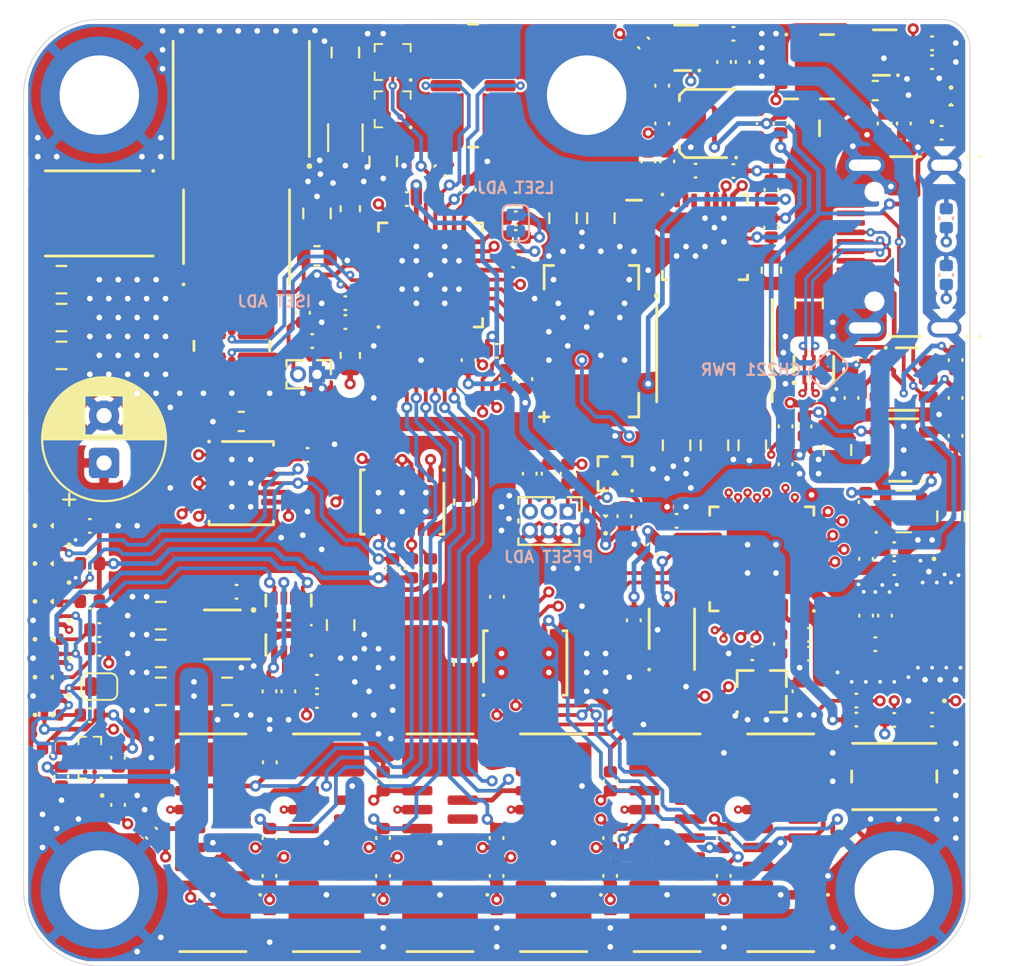
<source format=kicad_pcb>
(kicad_pcb (version 20241229) (generator "pcbnew") (generator_version "9.0")
  (layers (0 "F.Cu" signal) (4 "In1.Cu" power) (6 "In2.Cu" power) (8 "In3.Cu" signal) (10 "In4.Cu" power) (2 "B.Cu" signal) (13 "F.Paste" user) (15 "B.Paste" user) (5 "F.SilkS" user "F.Silkscreen") (7 "B.SilkS" user "B.Silkscreen") (1 "F.Mask" user) (3 "B.Mask" user) (25 "Edge.Cuts" user))
  (net 0 "")
  (net 1 "GND")
  (net 2 "/MCU/MCU.HSI")
  (net 3 "/MCU/MCU.WS28")
  (net 4 "/MCU/MCU.HSO")
  (net 5 "/LED DRIVERS/LED WW HIGH CRI/LEDCRI.ANLG.CSP")
  (net 6 "+PVDD")
  (net 7 "+VSPI")
  (net 8 "Net-(C301-Pad2)")
  (net 9 "Net-(U303-BST)")
  (net 10 "Net-(U303-LX)")
  (net 11 "/MCU/+V3P3")
  (net 12 "/LED DRIVERS/LED WW HIGH CRI/LEDCRI.ANLG.CSN")
  (net 13 "/MCU/MCU.boot")
  (net 14 "/MCU/MCU.strap2")
  (net 15 "/MCU/MCU.strap1")
  (net 16 "+3V3")
  (net 17 "+5VLED")
  (net 18 "/PSU/5V.PG")
  (net 19 "/PSU/5V.ANLG.FB")
  (net 20 "/LED DRIVERS/LED WW HIGH CRI/+VINSNS")
  (net 21 "/LED DRIVERS/LED WW HIGH CRI/+VCPMP")
  (net 22 "/LED DRIVERS/LED WW HIGH CRI/LEDCRI.SWN")
  (net 23 "/LED DRIVERS/LED WW HIGH CRI/+VINSD")
  (net 24 "/LED DRIVERS/LED WW HIGH CRI/LEDCRI.ANLG.UVLO")
  (net 25 "/LED DRIVERS/LED WW HIGH CRI/LEDCRI.ANLG.FB")
  (net 26 "Net-(D401-K)")
  (net 27 "/LED DRIVERS/LEDCRI.I2C0.SCL")
  (net 28 "/LED DRIVERS/LEDCRI.I2C0.SDA")
  (net 29 "Net-(D401-A)")
  (net 30 "/LED DRIVERS/LED CW HIGH POWER/LEDHP.PG1")
  (net 31 "/LED DRIVERS/LEDCRI.INT")
  (net 32 "/LED DRIVERS/LEDR.P.0")
  (net 33 "/LED DRIVERS/LEDHP.P.0")
  (net 34 "+VBUS")
  (net 35 "/USB + PD/CC2")
  (net 36 "/USB + PD/CC1")
  (net 37 "/LED DRIVERS/LED WW HIGH CRI/BFSET")
  (net 38 "/LED DRIVERS/LED WW HIGH CRI/PFSET")
  (net 39 "/LED DRIVERS/LED WW HIGH CRI/MODE")
  (net 40 "/LED DRIVERS/LEDCRI.EN")
  (net 41 "/LED DRIVERS/LEDR.EN")
  (net 42 "/MCU/MCU.U.d+")
  (net 43 "/MCU/MCU.U.d-")
  (net 44 "/LED DRIVERS/LEDHP.EN")
  (net 45 "/PSU/+VDRV")
  (net 46 "+VLED")
  (net 47 "/PSU/+VDD")
  (net 48 "/PSU/VLED.ANLG.FB")
  (net 49 "/PSU/VLED.PG")
  (net 50 "Net-(U303-SS{slash}TR)")
  (net 51 "Net-(U701-ISET)")
  (net 52 "/PSU/+VCC.5V")
  (net 53 "Net-(J201-In)")
  (net 54 "Net-(C213-Pad1)")
  (net 55 "Net-(U301-BST)")
  (net 56 "Net-(U304-LX)")
  (net 57 "Net-(U306A-A+)")
  (net 59 "Net-(U304-BST)")
  (net 61 "Net-(U501A-C1P)")
  (net 62 "Net-(U501A-C1N)")
  (net 64 "+HVLEDCRI")
  (net 70 "Net-(JP501-A)")
  (net 71 "Net-(JP503-B)")
  (net 72 "Net-(L301-Pad1)")
  (net 73 "Net-(U501A-GD)")
  (net 74 "/LED DRIVERS/LED WW HIGH CRI/BSYNC")
  (net 75 "Net-(Q306-G)")
  (net 76 "/LED DRIVERS/LED WW HIGH CRI/ISET")
  (net 77 "Net-(U601-ISET)")
  (net 78 "Net-(U702-ISET)")
  (net 79 "Net-(U301-PH)")
  (net 80 "Net-(U301-MODE1)")
  (net 81 "Net-(U301-MODE2)")
  (net 82 "Net-(R306-Pad2)")
  (net 83 "Net-(U302-REF)")
  (net 84 "Net-(U304-EN)")
  (net 85 "Net-(U304-FB)")
  (net 86 "/LED CONNECTORS/-VLEDHP.1")
  (net 87 "/LED CONNECTORS/-VLEDCRI.1")
  (net 88 "/LED CONNECTORS/+VLEDR.1M2")
  (net 89 "/LED CONNECTORS/CONN.WS28")
  (net 90 "/LED CONNECTORS/-VLEDHP.2")
  (net 91 "/LED CONNECTORS/-VLEDR.1")
  (net 92 "/LED CONNECTORS/-VLEDHP.3")
  (net 93 "/LED CONNECTORS/+VLEDR.3M4")
  (net 94 "/LED CONNECTORS/-VLEDCRI.3")
  (net 95 "/LED CONNECTORS/-VLEDHP.4")
  (net 96 "/LED CONNECTORS/-VLEDR.2")
  (net 97 "/LED CONNECTORS/-VLEDHP.5")
  (net 98 "/LED CONNECTORS/-VLEDCRI.5")
  (net 99 "/LED CONNECTORS/+VLEDR.5M6")
  (net 100 "/LED CONNECTORS/-VLEDHP.6")
  (net 101 "/LED CONNECTORS/-VLEDR.3")
  (net 102 "/LED CONNECTORS/-VLEDCRI.6")
  (net 103 "/LED CONNECTORS/-VLEDCRI.2")
  (net 104 "/LED CONNECTORS/-VLEDCRI.4")
  (net 105 "/LED DRIVERS/LED WW HIGH CRI/SD")
  (net 108 "Net-(U306A-A-)")
  (net 109 "/LED DRIVERS/LEDCRI.P.0")
  (net 110 "Net-(D302-A)")
  (net 111 "/PSU/PVDD.PG")
  (net 112 "Net-(D303-A)")
  (net 113 "Net-(D304-A)")
  (net 114 "Net-(D305-A)")
  (net 115 "Net-(D302-K)")
  (net 116 "Net-(D303-K)")
  (net 117 "Net-(D304-K)")
  (net 118 "Net-(D305-K)")
  (net 119 "Net-(D306-A)")
  (net 120 "Net-(D306-K)")
  (net 121 "Net-(Q301-G)")
  (net 122 "Net-(D402-K)")
  (net 123 "Net-(D402-A)")
  (net 124 "/LED DRIVERS/LED CW HIGH POWER/LEDHP.FLT1")
  (net 127 "/LED DRIVERS/LED WW HIGH CRI/LSET")
  (net 128 "Net-(Q503-G)")
  (net 129 "Net-(Q503-S-Pad1)")
  (net 130 "/LED DRIVERS/LED WW HIGH CRI/LEDCRI.ANLG.VSP")
  (net 131 "/LED DRIVERS/LED WW HIGH CRI/LEDCRI.ANLG.VSN")
  (net 133 "Net-(JP502-Pin_5)")
  (net 134 "Net-(JP502-Pin_3)")
  (net 135 "Net-(JP502-Pin_1)")
  (net 137 "+VCH221")
  (net 138 "Net-(U801-CFG)")
  (net 140 "Net-(D202-A)")
  (net 142 "/MCU/MCU.RF.LNAIN")
  (net 143 "/MCU/MCU.CHIP.EN")
  (net 144 "/MCU/MCU.SPI0.WP")
  (net 145 "/MCU/MCU.SPI0.POCI")
  (net 146 "/MCU/MCU.SPI0.PICO")
  (net 147 "/MCU/MCU.SPI0.HLD")
  (net 148 "/MCU/MCU.SPI0.CS")
  (net 149 "/MCU/MCU.SPI0.SCLK")
  (net 150 "Net-(D101-A1)")
  (net 151 "/LED DRIVERS/LED RED/LEDR.FLT")
  (footprint "Perfect passives:C 0402 (1005 Metric)" (layer "F.Cu") (at 158.75 95 -90)
    (property "Reference" "C801" (hide yes))
    (property "Value" "1u")
  )
  (footprint "Perfect passives:R 0402 (1005 Metric)" (layer "F.Cu") (at 158.75 93 -90)
    (property "Reference" "R802" (hide yes))
    (property "Value" "1k")
  )
  (footprint "Perfect passives:C 0402 (1005 Metric)" (layer "F.Cu") (at 126.25 105.25 180)
    (property "Reference" "C311" (hide yes))
    (property "Value" "100n")
  )
  (footprint "Perfect passives:R 0402 (1005 Metric)" (layer "F.Cu") (at 164.25 93 -90)
    (property "Reference" "R801" (hide yes))
    (property "Value" "200k")
  )
  (footprint "Perfect passives:C 0402 (1005 Metric)" (layer "F.Cu") (at 128 118.25 -90)
    (property "Reference" "C511" (hide yes))
    (property "Value" "TBD")
  )
  (footprint "Perfect passives:C 0402 (1005 Metric)" (layer "F.Cu") (at 156.5 108.5)
    (property "Reference" "C206" (hide yes))
    (property "Value" "10n")
  )
  (footprint "DFN-x:DFN1610-2L (1.6x1)" (layer "F.Cu") (at 158.25 80.75)
    (property "Reference" "D802" (hide yes))
    (property "Value" "BN5A201V")
  )
  (footprint "Connectors FFC SMD:FPC-0.5AL-12PB" (layer "F.Cu") (at 143 118.5 180)
    (property "Reference" "J903" (hide yes))
    (property "Value" "FPC-0.5AL-12PB")
  )
  (footprint "Perfect passives:R 0402 (1005 Metric)" (layer "F.Cu") (at 129.75 90.5 90)
    (property "Reference" "R513" (hide yes))
    (property "Value" "34k8")
  )
  (footprint "Perfect passives:C 0603 (1608 Metric)" (layer "F.Cu") (at 132.250001 84.999997 90)
    (property "Reference" "C509" (hide yes))
    (property "Value" "2u2")
  )
  (footprint "Inductors SMD:VLS252012" (layer "F.Cu") (at 161.5 101)
    (property "Reference" "L303" (hide yes))
    (property "Value" "4u7")
  )
  (footprint "Perfect passives:R 0402 (1005 Metric)" (layer "F.Cu") (at 155.25 96.5 90)
    (property "Reference" "R202" (hide yes))
    (property "Value" "100k")
  )
  (footprint "Perfect passives:R 0402 (1005 Metric)" (layer "F.Cu") (at 130.500001 110.000001 180)
    (property "Reference" "R315" (hide yes))
    (property "Value" "16k5")
  )
  (footprint "Perfect passives:R 0402 (1005 Metric)" (layer "F.Cu") (at 134.5 104 90)
    (property "Reference" "R701" (hide yes))
    (property "Value" "100k")
  )
  (footprint "Perfect passives:C 0402 (1005 Metric)" (layer "F.Cu") (at 156.499998 107.500002)
    (property "Reference" "C207" (hide yes))
    (property "Value" "1u")
  )
  (footprint "Perfect passives:R 0402 (1005 Metric)" (layer "F.Cu") (at 141 86.5 180)
    (property "Reference" "R520" (hide yes))
    (property "Value" "6k")
  )
  (footprint "Perfect passives:C 0402 (1005 Metric)" (layer "F.Cu") (at 133.999999 120.249998 -90)
    (property "Reference" "C703" (hide yes))
    (property "Value" "TBD")
  )
  (footprint "Perfect passives:C 0805 (2012 Metric)" (layer "F.Cu") (at 153.5 97.500001 -90)
    (property "Reference" "C304" (hide yes))
    (property "Value" "10u")
  )
  (footprint "Connectors Screw terminal:SMTSO3015CTJ" (layer "F.Cu") (at 161 121)
    (property "Reference" "H102" (hide yes))
    (property "Value" "M3" (hide yes))
  )
  (footprint "Connectors FFC SMD:FPC-0.5AL-12PB" (layer "F.Cu") (at 149 118.5 180)
    (property "Reference" "J902" (hide yes))
    (property "Value" "FPC-0.5AL-12PB")
  )
  (footprint "Perfect passives:R 0402 (1005 Metric)" (layer "F.Cu") (at 146.75 101.25 -90)
    (property "Reference" "R205" (hide yes))
    (property "Value" "1k")
  )
  (footprint "Perfect passives:C 0402 (1005 Metric)" (layer "F.Cu") (at 158.5 118 45)
    (property "Reference" "C705" (hide yes))
    (property "Value" "TBD")
  )
  (footprint "SON-xx:USON-8 (2x3) P0.5" (layer "F.Cu") (at 149.25 107.75 90)
    (property "Reference" "U202" (hide yes))
    (property "Value" "ZD25WQ32C")
  )
  (footprint "Perfect passives:L 0402 (1005 Metric)" (layer "F.Cu") (at 160 108)
    (property "Reference" "L202" (hide yes))
    (property "Value" "TBD")
  )
  (footprint "DFN-x:DFN-1006-2L" (layer "F.Cu") (at 164 103.5)
    (property "Reference" "D309" (hide yes))
    (property "Value" "LESD8D3.3CAT5G")
  )
  (footprint "Perfect passives:R 0402 (1005 Metric)" (layer "F.Cu") (at 140.5 94 90)
    (property "Reference" "R509" (hide yes))
    (property "Value" "3k3")
  )
  (footprint "QFN-x generic:QFN-32 (5x5) P0.5 ESP" (layer "F.Cu") (at 154 103.5 180)
    (property "Reference" "U201" (hide yes))
    (property "Value" "ESP32-C3")
  )
  (footprint "Perfect passives:C 0805 (2012 Metric)" (layer "F.Cu") (at 117 88.75)
    (property "Reference" "C506" (hide yes))
    (property "Value" "10u")
  )
  (footprint "Perfect passives:C 0402 (1005 Metric)" (layer "F.Cu") (at 152 120.25 -90)
    (property "Reference" "C708" (hide yes))
    (property "Value" "TBD")
  )
  (footprint "Perfect passives:C 0402 (1005 Metric)" (layer "F.Cu") (at 159.5 100.5 -90)
    (property "Reference" "C319" (hide yes))
    (property "Value" "100n")
  )
  (footprint "CSP-xxx:WLCSP-4 (1.56x1.56) P0.8" (layer "F.Cu") (at 134.5 77.25 180)
    (property "Reference" "Q502" (hide yes))
    (property "Value" "SI8487DB")
  )
  (footprint "Connectors Screw terminal:SMTSO3015CTJ" (layer "F.Cu") (at 144.75 79)
    (property "Reference" "H101" (hide yes))
    (property "Value" "PVDD" (hide yes))
  )
  (footprint "Perfect passives:C 0805 (2012 Metric)" (layer "F.Cu") (at 117 90.75)
    (property "Reference" "C504" (hide yes))
    (property "Value" "10u")
  )
  (footprint "QFN-x generic:VQFN2030-12 (2x3) P0.5 DIODES" (layer "F.Cu") (at 129 107 180)
    (property "Reference" "U303" (hide yes))
    (property "Value" "AP62600")
  )
  (footprint "Perfect passives:C 0805 (2012 Metric)" (layer "F.Cu") (at 125.749999 110.500001)
    (property "Reference" "C315" (hide yes))
    (property "Value" "10u")
  )
  (footprint "Perfect passives:R 0402 (1005 Metric)" (layer "F.Cu") (at 119 107.25)
    (property "Reference" "R312" (hide yes))
    (property "Value" "1k")
  )
  (footprint "Perfect passives:R 0402 (1005 Metric)" (layer "F.Cu") (at 141.5 94 90)
    (property "Reference" "R512" (hide yes))
    (property "Value" "10k")
  )
  (footprint "Perfect passives:R 0603 (1608 Metric)" (layer "F.Cu") (at 130.500003 87.5 180)
    (property "Reference" "R503" (hide yes))
    (property "Value" "10r")
  )
  (footprint "Perfect passives:C 0402 (1005 Metric)" (layer "F.Cu") (at 127.999999 110.5 -90)
    (property "Reference" "C317" (hide yes))
    (property "Value" "1u")
  )
  (footprint "Perfect passives:C 0402 (1005 Metric)" (layer "F.Cu") (at 117 115 -90)
    (property "Reference" "C102" (hide yes))
    (property "Value" "100n")
  )
  (footprint "Perfect passives:R 0402 (1005 Metric)" (layer "F.Cu") (at 163 77.25)
    (property "Reference" "R307" (hide yes))
    (property "Value" "100k")
  )
  (footprint "Perfect passives:R 0603 (1608 Metric)" (layer "F.Cu") (at 132.250001 92.75 90)
    (property "Reference" "R507" (hide yes))
    (property "Value" "665k")
  )
  (footprint "Perfect passives:R 0402 (1005 Metric)" (layer "F.Cu") (at 154.5 84 90)
    (property "Reference" "R301" (hide yes))
    (property "Value" "121k")
  )
  (footprint "DFN-x:DFN-8 (3x3) 1EP" (layer "F.Cu") (at 156.5 77.5)
    (property "Reference" "Q301" (hide yes))
    (property "Value" "30P03D")
  )
  (footprint "Connectors Screw terminal:SMTSO3015CTJ" (layer "F.Cu") (at 119 79)
    (property "Reference" "H104" (hide yes))
    (property "Value" "M3" (hide yes))
  )
  (footprint "Perfect passives:C 0402 (1005 Metric)" (layer "F.Cu") (at 121.749999 118 135)
    (property "Reference" "C515" (hide yes))
    (property "Value" "TBD")
  )
  (footprint "Perfect passives:R 0402 (1005 Metric)" (layer "F.Cu") (at 132.000001 91.000001 180)
    (property "Reference" "R508" (hide yes))
    (property "Value" "57k6")
  )
  (footprint "Perfect passives:C 0402 (1005 Metric)" (layer "F.Cu") (at 156 110.5 -90)
    (property "Reference" "C213" (hide yes))
    (property "Value" "12p")
  )
  (footprint "Perfect passives:C 0402 (1005 Metric)" (layer "F.Cu") (at 130.25 92 180)
    (property "Reference" "C508" (hide yes))
    (property "Value" "CFILT")
  )
  (footprint "DFN-x:DFN-1006-3L" (layer "F.Cu") (at 116.5 106.75 180)
    (property "Reference" "Q302" (hide yes))
    (property "Value" "2N7002KNC")
  )
  (footprint "Perfect passives:C 0805 (2012 Metric)" (layer "F.Cu") (at 145.500001 85.500001 -90)
    (property "Reference" "C302" (hide yes))
    (property "Value" "10u")
  )
  (footprint "DFN-x:DFN-1006-3L" (layer "F.Cu") (at 116.5 102.75 180)
    (property "Reference" "Q402" (hide yes))
    (property "Value" "2N7002KNC")
  )
  (footprint "Perfect passives:L 0402 (1005 Metric)" (layer "F.Cu") (at 155.000002 107.999999 90)
    (property "Reference" "L203" (hide yes))
    (property "Value" "24n")
  )
  (footprint "Perfect passives:C 0805 (2012 Metric)" (layer "F.Cu") (at 151.5 97.5 -90)
    (property "Reference" "C305" (hide yes))
    (property "Value" "10u")
  )
  (footprint "Crystals SMD:SMD-2016-4P" (layer "F.Cu") (at 154 110.5)
    (property "Reference" "Y201" (hide yes))
    (property "Value" "2.D.1.400000920 40MHz")
  )
  (footprint "Perfect passives:R 0402 (1005 Metric)" (layer "F.Cu") (at 163 112 180)
    (property "Reference" "R201" (hide yes))
    (property "Value" "100k")
  )
  (footprint "Perfect passives:C 0805 (2012 Metric)" (layer "F.Cu") (at 134 82.5 -90)
    (property "Reference" "C502" (hide yes))
    (property "Value" "10u")
  )
  (footprint "Perfect passives:R 0402 (1005 Metric)" (layer "F.Cu") (at 148 82.5 90)
    (property "Reference" "R302" (hide yes))
    (property "Value" "1r")
  )
  (footprint "LED SMD:LED-0402-R" (layer "F.Cu") (at 116.5 109.75)
    (property "Reference" "D304" (hide yes))
    (property "Value" "LEDR")
  )
  (footprint "Perfect passives:R 0402 (1005 Metric)" (layer "F.Cu") (at 152.5 75.75)
    (property "Reference" "R327" (hide yes))
    (property "Value" "20k")
  )
  (footprint "QFN-x TI:QFN-32 (5x5) P0.5" (layer "F.Cu") (at 136.5 88.5 90)
    (property "Reference" "U501" (hide yes))
    (property "Value" "LP8866")
  )
  (footprint "DFN-x:DFN-8 (5x6) 1EP Infineon" (layer "F.Cu") (at 126.249999 86.5 90)
    (property "Reference" "Q503" (hide yes))
    (property "Value" "BSC0805LS")
  )
  (footprint "Perfect passives:C 0603 (1608 Metric)" (layer "F.Cu") (at 138.25 109 -90)
    (property "Reference" "C701" (hide yes))
    (property "Value" "2u2")
  )
  (footprint "Perfect passives:C 0402 (1005 Metric)" (layer "F.Cu") (at 149.000001 82.5 90)
    (property "Reference" "C301" (hide yes))
    (property "Value" "100n")
  )
  (footprint "Perfect passives:C 0402 (1005 Metric)" (layer "F.Cu") (at 160.5 106.5 90)
    (property "Reference" "C209" (hide yes))
    (property "Value" "TDB")
  )
  (footprint "Perfect passives:R 0402 (1005 Metric)" (layer "F.Cu") (at 118.5 111.75)
    (property "Reference" "R314" (hide yes))
    (property "Value" "1k")
  )
  (footprint "Perfect passives:R 0402 (1005 Metric)" (layer "F.Cu") (at 116.5 113.5 180)
    (property "Reference" "R316" (hide yes))
    (property "Value" "100k")
  )
  (footprint "Perfect passives:C 0603 (1608 Metric)" (layer "F.Cu") (at 160 78.75)
    (property "Reference" "C308" (hide yes))
    (property "Value" "2u2")
  )
  (footprint "Perfect passives:R 0402 (1005 Metric)" (layer "F.Cu") (at 141 87.75 -22.5)
    (property "Reference" "R518" (hide yes))
    (property "Value" "11k")
  )
  (footprint "Perfect passives:R 0402 (1005 Metric)" (layer "F.Cu") (at 163 76.25)
    (property "Reference" "R308" (hide yes))
    (property "Value" "1M")
  )
  (footprint "Perfect passives:C 0805 (2012 Metric)" (layer "F.Cu") (at 132 76.75 90)
    (property "Reference" "C501" (hide yes))
    (property "Value" "10u")
  )
  (footprint "Perfect passives:C 0402 (1005 Metric)" (layer "F.Cu") (at 159.5 103.5 90)
    (property "Reference" "C205" (hide yes))
    (property "Value" "1u")
  )
  (footprint "Perfect passives:R 0402 (1005 Metric)" (layer "F.Cu") (at 118.5 103.75)
    (property "Reference" "R401" (hide yes))
    (property "Value" "1k")
  )
  (footprint "DFN-x:DFN-1006-3L" (layer "F.Cu") (at 116.5 110.75 180)
    (property "Reference" "Q303" (hide yes))
    (property "Value" "2N7002KNC")
  )
  (footprint "Perfect passives:C 0402 (1005 Metric)" (layer "F.Cu") (at 154.5 86 -90)
    (property "Reference" "C309" (hide yes))
    (property "Value" "1u")
  )
  (footprint "Perfect passives:R 0402 (1005 Metric)" (layer "F.Cu") (at 148.75 78.5 -90)
    (property "Reference" "R322" (hide yes))
    (property "Value" "121k")
  )
  (footprint "Perfect passives:R 0402 (1005 Metric)" (layer "F.Cu") (at 137 83 -135)
    (property "Reference" "R502" (hide yes))
    (property "Value" "20k")
  )
  (footprint "Perfect passives:C 0805 (2012 Metric)" (layer "F.Cu") (at 149.5 97.499999 -90)
    (property "Reference" "C306" (hide yes))
    (property "Value" "10u")
  )
  (footprint "Perfect passives:R 0402 (1005 Metric)" (layer "F.Cu") (at 147.75 76.25 135)
    (property "Reference" "R324" (hide yes))
    (property "Value" "100k")
  )
  (footprint "Perfect passives:C 0402 (1005 Metric)" (layer "F.Cu") (at 133.999999 115.25 90)
    (property "Reference" "C604" (hide yes))
    (property "Value" "TBD")
  )
  (footprint "Perfect passives:R 0402 (1005 Metric)" (layer "F.Cu") (at 153 77.25 -90)
    (property "Reference" "R321" (hide yes))
    (property "Value" "121k")
  )
  (footprint "Perfect passives:C 0402 (1005 Metric)" (layer "F.Cu") (at 140.000002 120.250001 -90)
    (property "Reference" "C707" (hide yes))
    (property "Value" "TBD")
  )
  (footprint "Perfect passives:C 0805 (2012 Metric)" (layer "F.Cu") (at 122.249999 108.5 180)
    (property "Reference" "C314" (hide yes))
    (property "Value" "10u")
  )
  (footprint "SOT-xxx:SOT-23-6" (layer "F.Cu") (at 161.499999 97.75 180)
    (property "Reference" "U304" (hide yes))
    (property "Value" "SY8301")
  )
  (footprint "BGA-xxx:DSBGA-8 (0.9x1.9) P0.5" (layer "F.Cu") (at 118.5 114 180)
    (property "Reference" "U101" (hide yes))
    (property "Value" "TXS0102")
  )
  (footprint "Connectors Screw terminal:SMTSO3015CTJ" (layer "F.Cu") (at 119 121)
    (property "Reference" "H103" (hide yes))
    (property "Value" "M3" (hide yes))
  )
  (footprint "Solder jumpers:Jumper-NO 2P (1.9x1.4)" (layer "F.Cu") (at 119 110.25 180)
    (property "Reference" "JP301" (hide yes))
    (property "Value" "Jumper_2_Small_Open")
  )
  (footprint "LED SMD:LED-0402-R" (layer "F.Cu") (at 116.5 107.75)
    (property "Reference" "D303" (hide yes))
    (property "Value" "LEDR")
  )
  (footprint "Perfect passives:C 0402 (1005 Metric)" (layer "F.Cu") (at 128 114.25 90)
    (property "Reference" "C602" (hide yes))
    (property "Value" "TBD")
  )
  (footprint "Perfect passives:C 0603 (1608 Metric)" (layer "F.Cu") (at 154.5 88.25 90)
    (property "Reference" "C310" (hide yes))
    (property "Value" "2u2")
  )
  (footprint "Perfect passives:C 0402 (1005 Metric)" (layer "F.Cu") (at 140 118.249999 -90)
    (property "Reference" "C512" (hide yes))
    (property "Value" "TBD")
  )
  (footprint "Perfect passives:R 0402 (1005 Metric)" (layer "F.Cu") (at 150.5 83 180)
    (property "Reference" "R304" (hide yes))
    (property "Value" "499k")
  )
  (footprint "Perfect passives:C 0402 (1005 Metric)" (layer "F.Cu") (at 135.250003 84.499999 180)
    (property "Reference" "C514" (hide yes))
    (property "Value" "1u")
  )
  (footprint "Perfect passives:R 0402 (1005 Metric)" (layer "F.Cu") (at 138.5 84 90)
    (property "Reference" "R506" (hide yes))
    (property "Value" "10k")
  )
  (footprint "DFN-x:UDFN4030-14 (3x4) 1EP" (layer "F.Cu") (at 141.5 109 90)
    (property "Reference" "U701" (hide yes))
    (property "Value" "AL1793")
  )
  (footprint "Perfect passives:C 0402 (1005 Metric)" (layer "F.Cu") (at 148.25 103 -135)
    (property "Reference" "C203" (hide yes))
    (property "Value" "1u")
  )
  (footprint "Perfect passives:C 0402 (1005 Metric)" (layer "F.Cu") (at 120 114 -90)
    (property "Reference" "C101" (hide yes))
    (property "Value" "100n")
  )
  (footprint "SOT-xxx:SOT-23-6" (layer "F.Cu") (at 161.5 94)
    (property "Reference" "U801" (hide yes))
    (property "Value" "CH221K")
  )
  (footprint "Perfect passives:C 0805 (2012 Metric)" (layer "F.Cu") (at 164 101.25 90)
    (property "Reference" "C321" (hide yes))
    (property "Value" "22u")
  )
  (footprint "Perfect passives:C 0402 (1005 Metric)" (layer "F.Cu") (at 159.5 106.5 90)
    (property "Reference" "C208" (hide yes))
    (property "Value" "TDB")
  )
  (footprint "Perfect passives:R 0402 (1005 Metric)" (layer "F.Cu") (at 164.25 97 -90)
    (property "Reference" "R319" (hide yes))
    (property "Value" "57k6")
  )
  (footprint "Capacitor_THT:CP_Radial_D6.3mm_P2.50mm" (layer "F.Cu") (at 119.25 98.432378 90)
    (property "Reference" "C507" (hide yes))
    (property "Value" "100u")
  )
  (footprint "DFN-x:DFN-1006-2L" (layer "F.Cu") (at 162.75 111 180)
    (property "Reference" "D201" (hide yes))
    (property "Value" "LESD8D3.3CAT5G")
  )
  (footprint "LED SMD:LED-0402-R" (layer "F.Cu") (at 116.5 105.75)
    (property "Reference" "D302" (hide yes))
    (property "Value" "LEDR")
  )
  (footprint "Perfect passives:R 0402 (1005 Metric)" (layer "F.Cu") (at 118.5 105.75)
    (property "Reference" "R311" (hide yes))
    (property "Value" "1k")
  )
  (footprint "Perfect passives:R 0402 (1005 Metric)" (layer "F.Cu") (at 161 112)
    (property "Reference" "R203" (hide yes))
    (property "Value" "100k")
  )
  (footprint "DFN-x:DFN1610-6L (1.6x1)" (layer "F.Cu") (at 156.75 93.5 90)
    (property "Reference" "D801" (hide yes))
    (property "Value" "RCLAMP0522P")
  )
  (footprint "DFN-x:DFN-1006-3L" (layer "F.Cu") (at 163 79.5 90)
    (property "Reference" "Q306" (hide yes))
    (property "Value" "2N7002KNC")
  )
  (footprint "Perfect passives:R 0402 (1005 Metric)" (layer "F.Cu") (at 148.75 80.5 -90)
    (property "Reference" "R309" (hide yes))
    (property "Value" "6k")
  )
  (footprint "Perfect passives:R 0402 (1005 Metric)" (layer "F.Cu") (at 164.25 95 -90)
    (property "Reference" "R318" (hide yes))
    (property "Value" "180k")
  )
  (footprint "Perfect passives:C 0402 (1005 Metric)" (layer "F.Cu") (at 134.000001 118.25 -90)
    (property "Reference" "C516" (hide yes))
    (property "Value" "TBD")
  )
  (footprint "Perfect passives:C 0402 (1005 Metric)" (layer "F.Cu") (at 146 118.25 -90)
    (property "Reference" "C517" (hide yes))
    (property "Value" "TBD")
  )
  (footprint "Inductors SMD:LMSW252010" (layer "F.Cu") (at 125.750001 107.499999 180)
    (property "Reference" "L302" (hide yes))
    (property "Value" "1u0")
  )
  (footprint "Perfect passives:R 0402 (1005 Metric)" (layer "F.Cu") (at 141 85.499998)
    (property "Reference" "R517" (hide yes))
    (property "Value" "11k")
  )
  (footprint "Perfect passives:R 0402 (1005 Metric)" (layer "F.Cu") (at 142.75 99 -90)
    (property "Reference" "R515" (hide yes))
    (property "Value" "5k76")
  )
  (footprint "Perfect passives:R 0402 (1005 Metric)" (layer "F.Cu") (at 140 105.500001 90)
    (property "Reference" "R703" (hide yes))
    (property "Value" "6k")
  )
  (footprint "Trimmer Pots SMD:TC33X-x-xxxx" (layer "F.Cu") (at 151.75 80.5 90)
    (property "Reference" "R306" (hide yes))
    (property "Value" "TC33X-2-502E")
  )
  (footprint "Capacitor_SMD:C_1206_3216Metric" (layer "F.Cu") (at 132 81.25 -90)
    (property "Reference" "C503" (hide yes))
    (property "Value" "22u")
  )
  (footprint "DFN-x:UDFN4030-14 (3x4) 1EP" (layer "F.Cu") (at 135 100.5 -90)
    (property "Reference" "U601" (hide yes))
    (property "Value" "AL1793")
  )
  (footprint "Perfect passives:R 0402 (1005 Metric)" (layer "F.Cu") (at 130.5 111)
    (property "Reference" "R310" (hide yes))
    (property "Value" "121k")
  )
  (footprint "Perfect passives:C 0603 (1608 Metric)" (layer "F.Cu") (at 126.5 96.25 180)
    (property "Reference" "C702" (hide yes))
    (property "Value" "2u2")
  )
  (footprint "Perfect passives:C 0402 (1005 Metric)" (layer "F.Cu") (at 128.999997 110.500003 -90)
    (property "Reference" "C318" (hide yes))
    (property "Value" "CSET")
  )
  (footprint "LED SMD:LED-0402-R" (layer "F.Cu") (at 116.5 103.75)
    (property "Reference" "D401" (hide yes))
    (property "Value" "LEDR")
  )
  (footprint "Perfect passives:C 0805 (2012 Metric)" (layer "F.Cu") (at 156.5 90 -90)
    (property "Reference" "C802" (hide yes))
    (property "Value" "10u")
  )
  (footprint "Perfect passives:R 0402 (1005 Metric)" (layer "F.Cu") (at 132.000003 89.999999 180)
    (property "Reference" "R519" (hide yes))
    (property "Value" "52k3")
  )
  (footprint "LED SMD:LED-0402-R" (layer "F.Cu") (at 116.5 101.75)
    (property "Reference" "D402" (hide yes))
    (property "Value" "LEDR")
  )
  (footprint "USB receptacles:HC-TYPE-C-16P-026W" (layer "F.Cu") (at 162.5 87 90)
    (property "Reference" "J801" (hide yes))
    (property "Value" "HC-TYPE-C-16P-026W")
  )
  (footprint "Perfect passives:R 0402 (1005 Metric)" (layer "F.Cu") (at 135.5 104 90)
    (property "Reference" "R702" (hide yes))
    (property "Value" "100k")
  )
  (footprint "QFN-x generic:MLP44-24L (4x4) P0.45 Vishay" (layer "F.Cu") (at 151 86.5)
    (property "Reference" "U301" (hide yes))
    (property "Value" "SIC431A")
  )
  (footprint "Inductors SMD:AAPS0660MxxxF" (layer "F.Cu") (at 126.500001 79.25 90)
    (property "Reference" "L501" (hide yes))
    (property "Value" "22u")
  )
  (footprint "Capacitors SMD:CP Flat (7.3x4.3) H1.4 muRata" (layer "F.Cu") (at 145 92 90)
    (property "Reference" "C307" (hide yes))
    (property "Value" "22u")
  )
  (footprint "Perfect passives:C 0402 (1005 Metric)" (layer "F.Cu") (at 149.5 101.5 180)
    (property "Reference" "C201" (hide yes))
    (property "Value" "1u")
  )
  (footprint "Resistor CS:R 1225 2w Kelvin" (layer "F.Cu") (at 138.75 78.5)
    (property "Reference" "R501" (hide yes))
    (property "Value" "20mΩ")
  )
  (footprint "Perfect passives:C 0805 (2012 Metric)" (layer "F.Cu") (at 143.5 85.499999 -90)
    (property "Reference" "C303" (hide yes))
    (property "Value" "10u")
  )
  (footprint "Connectors FFC SMD:FPC-0.5AL-12PB" (layer "F.Cu") (at 125 118.5 180)
    (property "Reference" "J906" (hide yes))
    (property "Value" "FPC-0.5AL-12PB")
  )
  (footprint "Perfect passives:C 0402 (1005 Metric)" (layer "F.Cu") (at 159 111 180)
    (property "Reference" "C210" (hide yes))
    (property "Value" "100n")
  )
  (footprint "Perfect passives:R 0402 (1005 Metric)" (layer "F.Cu") (at 120 116.5 -90)
    (property "Reference" "R101" (hide yes))
    (property "Value" "10r")
  )
  (footprint "Buttons SMD:TSA016" (layer "F.Cu") (at 161 115)
    (property "Reference" "SW201" (hide yes))
    (property "Value" "TSA016")
  )
  (footprint "Perfect passives:R 0402 (1005 Metric)" (layer "F.Cu") (at 161.5 80.5 90)
    (property "Reference" "R326" (hide yes))
    (property "Value" "100k")
  )
  (footprint "DFN-x:UDFN4030-14 (3x4) 1EP" (layer "F.Cu") (at 126.5 99.5)
    (property "Reference" "U702" (hide yes))
    (property "Value" "AL1793")
  )
  (footprint "Perfect passives:R 0402 (1005 Metric)" (layer "F.Cu") (at 160.5 80.5 -90)
    (property "Reference" "R323" (hide yes))
    (property "Value" "30k")
  )
  (footprint "Connector_PinHeader_1.00mm:PinHeader_1x02_P1.00mm_Vertical" (layer "F.Cu") (at 130.5 93.749998 -90)
    (property "Reference" "JP503" (hide yes))
    (property "Value" "Jumper_2_Small_Open" (hide yes))
  )
  (footprint "Perfect passives:R 0402 (1005 Metric)" (layer "F.Cu") (at 118.5 101.75)
    (property "Reference" "R402" (hide yes))
    (property "Value" "1k")
  )
  (footprint "Perfect passives:C 0402 (1005 Metric)" (layer "F.Cu") (at 128 120.25 -90)
    (property "Reference" "C706" (hide yes))
    (property "Value" "TBD")
  )
  (footprint "Perfect passives:R 0402 (1005 Metric)" (layer "F.Cu") (at 140.000001 92.5)
    (property "Reference" "R510" (hide yes))
    (property "Value" "3k3")
  )
  (footprint "Perfect passives:R 0402 (1005 Metric)" (layer "F.Cu") (at 141 84.5)
    (property "Reference" "R521" (hide yes))
    (property "Value" "4k75")
  )
  (footprint "Perfect passives:R 0402 (1005 Metric)" (layer "F.Cu") (at 138.5 92.999999 90)
    (property "Reference" "R511" (hide yes))
    (property "Value" "100k")
  )
  (footprint "DFN-x:DFN-1006-2L" (layer "F.Cu") (at 118.25 116 180)
    (property "Reference" "D101" (hide yes))
    (property "Value" "PESDNC2F5VB")
  )
  (footprint "Resistor CS:R 1508 2w Kelvin" (layer "F.Cu") (at 126 92.25 -90)
    (property "Reference" "R505" (hide yes))
    (property "Value" "40mΩ")
  )
  (footprint "CSP-xxx:WLCSP-4 (1.56x1.56) P0.8" (layer "F.Cu") (at 134.5 79.75 180)
    (property "Reference" "Q501" (hide yes))
    (property "Value" "SI8487DB")
  )
  (footprint "TO-x:TO-227B Dowo" (layer "F.Cu") (at 119 85.25 180)
    (property "Reference" "D501" (hide yes))
    (property "Value" "SP1560L-A")
  )
  (footprint "Perfect passives:R 0402 (1005 Metric)" (layer "F.Cu") (at 152 77.25 90)
    (property "Reference" "R325" (hide yes))
    (property "Value" "6k")
  )
  (footprint "DFN-x:DFN-1006-3L" (layer "F.Cu") (at 116.5 108.75 180)
    (property "Reference" "Q304" (hide yes))
    (property "Value" "2N7002KNC")
  )
  (footprint "Perfect passives:R 0402 (1005 Metric)" (layer "F.Cu") (at 155 80.5 -90)
    (property "Reference" "R303" (hide yes))
    (property "Value" "100k")
  )
  (footprint "Perfect passives:C 0402 (1005 Metric)" (layer "F.Cu") (at 161 103 180)
    (property "Reference" "C204" (hide yes))
    (property "Value" "100n")
  )
  (footprint "Perfect passives:C 0805 (2012 Metric)" (layer "F.Cu") (at 131.75 106.999999 -90)
    (property "Reference" "C312" (hide yes))
    (property "Value" "22u")
  )
  (footprint "Perfect passives:R 0402 (1005 Metric)" (layer "F.Cu") (at 119 108.25)
    (property "Reference" "R313" (hide yes))
    (property "Value" "1k")
  )
  (footprint "Perfect passives:R 0402 (1005 Metric)" (layer "F.Cu") (at 163.5 81 180)
    (property "Reference" "R320" (hide yes))
    (property "Value" "1k")
  )
  (footprint "Perfect passives:C 0402 (1005 Metric)" (layer "F.Cu") (at 151.999999 118.250001 -90)
    (property "Reference" "C513" (hide yes))
    (property "Value" "TBD")
  )
  (footprint "Perfect passives:C 0805 (2012 Metric)" (layer "F.Cu") (at 122.25 110.5 180)
    (property "Reference" "C313" (hide yes))
    (property "Value" "10u")
  )
  (footprint "Perfect passives:R 0402 (1005 Metric)" (layer "F.Cu") (at 141.75 99 -90)
    (property "Reference" "R514" (hide yes))
    (property "Value" "11k")
  )
  (footprint "Perfect passives:C 0805 (2012 Metric)" (layer "F.Cu") (at 158 97.750002 90)
    (property "Reference" "C320" (hide yes))
    (property "Value" "10u")
  )
  (footprint "Perfect passives:C 0402 (1005 Metric)" (layer "F.Cu") (at 155.25 98.5 90)
    (property "Reference" "C202" (hide yes))
    (property "Value" "100n")
  )
  (footprint "Perfect passives:R 0402 (1005 Metric)" (layer "F.Cu") (at 139.500001 84 -90)
    (property "Reference" "R504" (hide yes))
    (property "Value" "121k")
  )
  (footprint "Perfect passives:C 0402 (1005 Metric)" (layer "F.Cu") (at 147.25 106.75 -90)
    (property "Reference" "C211" (hide yes))
    (property "Value" "100n")
  )
  (footprint "SOT-xxx:SOT-363" (layer "F.Cu") (at 160.5 76.75 180)
    (property "Reference" "U302" (hide yes))
    (property "Value" "DZDH0401DW")
  )
  (footprint "Perfect passives:C 0805 (2012 Metric)" (layer "F.Cu") (at 130.500001 85.249999 90)
    (property "Reference" "C510" (hide yes))
    (property "Value" "10u")
  )
  (footprint "Perfect passives:C 0603 (1608 Metric)" (layer "F.Cu") (at 138.25 100.5 90)
    (property "Reference" "C601" (hide yes))
    (property "Value" "2u2")
  )
  (footprint "Perfect passives:R 0402 (1005 Metric)" (layer "F.Cu") (at 130.000002 98.000001)
    (property "Reference" "R704" (hide yes))
    (property "Value" "6k")
  )
  (footprint "Perfect passives:C 0402 (1005 Metric)" (layer "F.Cu") (at 153.5 108.499999 180)
    (property "Reference" "C212" (hide yes))
    (property "Value" "12p")
  )
  (footprint "DFN-x:DFN1610-2L (1.6x1)" (layer "F.Cu") (at 147.25 85.75 -90)
    (property "Reference" "D301" (hide yes))
    (property "Value" "BN5A241V")
  )
  (footprint "Connectors FFC SMD:FPC-0.5AL-12PB" (layer "F.Cu") (at 155 118.5 180)
    (property "Reference" "J901" (hide yes))
    (property "Value" "FPC-0.5AL-12PB")
  )
  (footprint "RF connectors:U.FL-R-1" (layer "F.Cu") (at 163.25 107 -90)
    (property "Reference" "J201" (hide yes))
    (property "Value" "U.FL-R-SMT-1")
  )
  (footprint "Perfect passives:C 0402 (1005 Metric)" (layer "F.Cu") (at 146.000001 120.249999 -90)
    (property "Reference" "C704" (hide yes))
    (property "Value" "TBD")
  )
  (footprint "LED SMD:LED-0402-R" (layer "F.Cu") (at 164 79.5 -90)
    (property "Reference" "D306" (hide yes))
    (property "Value" "LEDR")
  )
  (footprint "DFN-x:DFN-1006-3L" (layer "F.Cu") (at 116.5 104.75 180)
    (property "Reference" "Q401" (hide yes))
    (property "Value" "2N7002KNC")
  )
  (footprint "Inductors SMD:YSPIT0530A" (layer "F.Cu") (at 151.5 92.499999 -90)
    (property "Reference" "L301" (hide yes))
    (property "Value" "2u2")
  )
  (footprint "Perfect passives:C 0402 (1005 Metric)" (layer "F.Cu") (at 146 115.25 90)
    (property "Reference" "C603" (hide yes))
    (property "Value" "TBD")
  )
  (footprint "Perfect passives:R 0402 (1005 Metric)" (layer "F.Cu") (at 152.5 83)
    (property "Reference" "R305" (hide yes))
    (property "Value" "499k")
  )
  (footprint "Connectors FFC SMD:FPC-0.5AL-12PB" (layer "F.Cu") (at 137 118.5 180)
    (property "Reference" "J904" (hide yes))
    (property "Value" "FPC-0.5AL-12PB")
  )
  (footprint "LED SMD:WS2816C-1313 4P" (layer "F.Cu") (at 146.25 99 180)
    (property "Reference" "U203" (hide yes))
    (property "Value" "WS2816C-1313")
  )
  (footprint "Connectors FFC SMD:FPC-0.5AL-12PB" (layer "F.Cu") (at 131 118.5 180)
    (property "Reference" "J905" (hide yes))
    (property "Value" "FPC-0.5AL-12PB")
  )
  (footprint "Perfect passives:L 0402 (1005 Metric)" (layer "F.Cu") (at 161 104 180)
    (property "Reference" "L201" (hide yes))
    (property "Value" "2n")
  )
  (footprint "Perfect passives:C 0805 (2012 Metric)" (layer "F.Cu") (at 122.250003 106.500002 180)
    (property "Reference" "C316" (hide yes))
    (property "Value" "10u")
  )
  (footprint "LED SMD:LED-0402-R" (layer "F.Cu") (at 145.75 101.25 90)
    (property "Reference" "D202" (hide yes))
    (property "Value" "LEDR")
  )
  (footprint "Perfect passives:R 0402 (1005 Metric)" (layer "F.Cu") (at 159 112 180)
    (property "Reference" "R204" (hide yes))
    (property "Value" "100k")
  )
  (footprint "Connector_PinHeader_1.00mm:PinHeader_2x03_P1.00mm_Vertical" (layer "F.Cu") (at 143.75 101 -90)
    (property "Reference" "JP502" (hide yes))
    (property "Value" "Conn_02x03_Odd_Even" (hide yes))
  )
  (footprint "LED SMD:LED-0402-R" (layer "F.Cu") (at 116.5 111.75)
    (property "Reference" "D305" (hide yes))
    (property "Value" "LEDR")
  )
  (footprint "Perfect passives:C 0805 (2012 Metric)" (layer "F.Cu") (at 117 92.75)
    (property "Reference" "C505" (hide yes))
    (property "Value" "10u")
  )
  (footprint "Perfect passives:R 0402 (1005 Metric)" (layer "F.Cu") (at 136.5 104.000001 -90)
    (property "Reference" "R603" (hide yes))
    (property "Value" "6k")
  )
  (footprint "Perfect passives:R 0402 (1005 Metric)" (layer "F.Cu") (at 143.75 99 -90)
    (property "Reference" "R516" (hide yes))
    (property "Value" "3k92")
  )
  (footprint "Perfect passives:R 0402 (1005 Metric)" (layer "F.Cu") (at 156.25 96.5 90)
    (property "Reference" "R317" (hide yes))
    (property "Value" "100k")
  )
  (footprint "SOT-xxx:SOT-363-5" (layer "F.Cu") (at 150 76.5 180)
    (property "Reference" "U306" (hide yes))
    (property "Value" "LMV331")
  )
  (footprint "Solder jumpers:Jumper-NO 2P (1.9x1.4)" (layer "B.Cu") (at 157.5 93.5 -135)
    (property "Reference" "JP801" (hide yes))
    (property "Value" "Jumper_2_Small_Open")
  )
  (footprint "Perfect passives:R 0402 (1005 Metric)" (layer "B.Cu") (at 163.75 85.5 90)
    (property "Reference" "R803" (hide yes))
    (property "Value" "5k1")
  )
  (footprint "Solder jumpers:Jumper-NO 2P (1.9x1.4)" (layer "B.Cu") (at 141 85.75 -90)
    (property "Reference" "JP501" (hide yes))
    (property "Value" "Jumper_2_Small_Open")
  )
  (footprint "Perfect passives:R 0402 (1005 Metric)" (layer "B.Cu") (at 163.75 88.5 90)
    (property "Reference" "R804" (hide yes))
    (property "Value" "5k1")
  )
  (gr_arc (start 165 121) (mid 163.828427 123.828427) (end 161 125) (stroke (width 0.05)) (layer "Edge.Cuts"))
  (gr_line (start 119 125) (end 161 125) (stroke (width 0.05)) (layer "Edge.Cuts"))
  (gr_arc (start 163.5 75) (mid 164.56066 75.43934) (end 165 76.5) (stroke (width 0.05)) (layer "Edge.Cuts"))
  (gr_line (start 119 75) (end 163.5 75) (stroke (width 0.05)) (layer "Edge.Cuts"))
  (gr_line (start 165 76.5) (end 165 121) (stroke (width 0.05)) (layer "Edge.Cuts"))
  (gr_arc (start 119 125) (mid 116.171573 123.828427) (end 115 121) (stroke (width 0.05)) (layer "Edge.Cuts"))
  (gr_line (start 115 79) (end 115 121) (stroke (width 0.05)) (layer "Edge.Cuts"))
  (gr_arc (start 115 79) (mid 116.171573 76.171573) (end 119 75) (stroke (width 0.05)) (layer "Edge.Cuts"))
  (gr_text "CH221 PWR" (at 153.433015 93.856816 0) (layer "B.SilkS") (effects (font (size 0.6 0.6) (thickness 0.12) (bold yes)) (justify bottom mirror)))
  (gr_text "ISET ADJ" (at 128.25 90.25 -0) (layer "B.SilkS") (effects (font (size 0.6 0.6) (thickness 0.12) (bold yes)) (justify bottom mirror)))
  (gr_text "PFSET ADJ" (at 142.75 103.75 -0) (layer "B.SilkS") (effects (font (size 0.6 0.6) (thickness 0.12) (bold yes)) (justify bottom mirror)))
  (gr_text "LSET ADJ" (at 141 84.25 0) (layer "B.SilkS") (effects (font (size 0.6 0.6) (thickness 0.12) (bold yes)) (justify bottom mirror)))
  (segment (start 129.75 92.000002) (end 130.750002 91) (width 0.25) (layer "F.Cu") (net 1))
  (segment (start 119 120.042892) (end 119 121) (width 0.25) (layer "F.Cu") (net 1))
  (segment (start 149.25 107.75) (end 148.5 107.750002) (width 0.25) (layer "F.Cu") (net 1))
  (segment (start 163.225 79.849999) (end 163.225 80.139106) (width 0.2) (layer "F.Cu") (net 1))
  (segment (start 159.999999 76.75) (end 160 76.750001) (width 0.25) (layer "F.Cu") (net 1))
  (segment (start 164.35 104.316572) (end 164.397088 104.36366) (width 0.25) (layer "F.Cu") (net 1))
  (segment (start 121.396444 117.646448) (end 119 120.042892) (width 0.25) (layer "F.Cu") (net 1))
  (segment (start 128.999999 111.000003) (end 128.999999 111.999999) (width 0.25) (layer "F.Cu") (net 1))
  (segment (start 145.500004 120.25) (end 144.199999 120.25) (width 0.25) (layer "F.Cu") (net 1))
  (segment (start 155.75 112) (end 155.25 112) (width 0.3) (layer "F.Cu") (net 1))
  (segment (start 140 121.499999) (end 140 121.5) (width 0.25) (layer "F.Cu") (net 1))
  (segment (start 130.750002 91) (end 130.750002 90.999999) (width 0.25) (layer "F.Cu") (net 1))
  (segment (start 134 113.863401) (end 134 114.749998) (width 0.25) (layer "F.Cu") (net 1))
  (segment (start 130.500002 98.000001) (end 130.500003 98) (width 0.25) (layer "F.Cu") (net 1))
  (segment (start 131.500001 91) (end 130.750004 90.999999) (width 0.25) (layer "F.Cu") (net 1))
  (segment (start 127.999999 113.75) (end 128 113.749999) (width 0.2) (layer "F.Cu") (net 1))
  (segment (start 120.000002 114.5) (end 121 114.5) (width 0.25) (layer "F.Cu") (net 1))
  (segment (start 163.5 77.25) (end 163.374211 77.375789) (width 0.25) (layer "F.Cu") (net 1))
  (segment (start 147.750001 107.749999) (end 147.250004 107.25) (width 0.25) (layer "F.Cu") (net 1))
  (segment (start 164.25 76.25) (end 163.5 76.25) (width 0.25) (layer "F.Cu") (net 1))
  (segment (start 127.000001 101.000001) (end 127 100) (width 0.25) (layer "F.Cu") (net 1))
  (segment (start 136.250002 88.249998) (end 136.5 88.5) (width 0.25) (layer "F.Cu") (net 1))
  (segment (start 145.825 97.575) (end 145.75 97.5) (width 0.25) (layer "F.Cu") (net 1))
  (segment (start 163.5 77.25) (end 164.25 77.25) (width 0.25) (layer "F.Cu") (net 1))
  (segment (start 119.25 114.5) (end 120.000002 114.5) (width 0.1) (layer "F.Cu") (net 1))
  (segment (start 148.750002 81) (end 148 81) (width 0.25) (layer "F.Cu") (net 1))
  (segment (start 154.475 87.025) (end 154.5 87) (width 0.25) (layer "F.Cu") (net 1))
  (segment (start 136.882484 100.5) (end 135 100.5) (width 0.25) (layer "F.Cu") (net 1))
  (segment (start 135.999999 99.075) (end 135.999999 100.25) (width 0.25) (layer "F.Cu") (net 1))
  (segment (start 140.000002 118.749999) (end 139.250001 118.749999) (width 0.25) (layer "F.Cu") (net 1))
  (segment (start 152.937499 87.025) (end 154.475 87.025) (width 0.25) (layer "F.Cu") (net 1))
  (segment (start 146 120.750002) (end 146 121.5) (width 0.25) (layer "F.Cu") (net 1))
  (segment (start 129.25 109.300003) (end 129.95 110.000001) (width 0.25) (layer "F.Cu") (net 1))
  (segment (start 140 104.25) (end 140 104.999997) (width 0.25) (layer "F.Cu") (net 1))
  (segment (start 150.949999 76.500001) (end 151.749999 76.500001) (width 0.25) (layer "F.Cu") (net 1))
  (segment (start 156.75 111.75) (end 157.499998 111.000002) (width 0.2) (layer "F.Cu") (net 1))
  (segment (start 128.950003 110.999999) (end 128.95 111.000001) (width 0.25) (layer "F.Cu") (net 1))
  (segment (start 134.40335 113) (end 134.40335 113.460051) (width 0.25) (layer "F.Cu") (net 1))
  (segment (start 145.999999 114.000001) (end 145.999999 114.75) (width 0.25) (layer "F.Cu") (net 1))
  (segment (start 117.725001 104.524999) (end 117.75 104.5) (width 0.25) (layer "F.Cu") (net 1))
  (segment (start 161.65 81.75) (end 161.5 81.6) (width 0.25) (layer "F.Cu") (net 1))
  (segment (start 158.854381 95.5) (end 158.750001 95.5) (width 0.25) (layer "F.Cu") (net 1))
  (segment (start 138.999999 88.250001) (end 136.749999 88.250001) (width 0.25) (layer "F.Cu") (net 1))
  (segment (start 131.479403 88.5) (end 131.986269 87.993134) (width 0.25) (layer "F.Cu") (net 1))
  (segment (start 130.5 88.5) (end 131.479403 88.5) (width 0.25) (layer "F.Cu") (net 1))
  (segment (start 163.075 116.075) (end 164.175 116.075) (width 0.25) (layer "F.Cu") (net 1))
  (segment (start 140.500002 86.499998) (end 141.5 85.5) (width 0.25) (layer "F.Cu") (net 1))
  (segment (start 133.499999 101.000001) (end 134.5 101) (width 0.25) (layer "F.Cu") (net 1))
  (segment (start 125.075 98.500001) (end 126.250002 98.500001) (width 0.25) (layer "F.Cu") (net 1))
  (segment (start 139.500003 120.25) (end 138.199999 120.25) (width 0.25) (layer "F.Cu") (net 1))
  (segment (start 141.5 84.500002) (end 141.5 85.5) (width 0.25) (layer "F.Cu") (net 1))
  (segment (start 126.250002 98.500001) (end 126.5 98.750001) (width 0.25) (layer "F.Cu") (net 1))
  (segment (start 138.500002 83.499998) (end 139.5 82.5) (width 0.25) (layer "F.Cu") (net 1))
  (segment (start 121.099998 110.25) (end 121.349998 110.5) (width 0.25) (layer "F.Cu") (net 1))
  (segment (start 147.75 112.25) (end 147.25 112.25) (width 0.25) (layer "F.Cu") (net 1))
  (segment (start 157.499998 111.000002) (end 158.5 111.000002) (width 0.2) (layer "F.Cu") (net 1))
  (segment (start 136.250005 90.999999) (end 136.250003 92.749999) (width 0.25) (layer "F.Cu") (net 1))
  (segment (start 136.250005 90.999999) (end 136.25 88.749999) (width 0.25) (layer "F.Cu") (net 1))
  (segment (start 142 108.5) (end 141.5 109) (width 0.25) (layer "F.Cu") (net 1))
  (segment (start 117.9 117.25) (end 117.9 116.000001) (width 0.25) (layer "F.Cu") (net 1))
  (segment (start 161 119.792893) (end 161 121) (width 0.25) (layer "F.Cu") (net 1))
  (segment (start 134 120.749999) (end 134 121.5) (width 0.25) (layer "F.Cu") (net 1))
  (segment (start 133.500001 101.925) (end 133.499999 101.000001) (width 0.25) (layer "F.Cu") (net 1))
  (segment (start 139.250001 118.749999) (end 139.25 118.75) (width 0.25) (layer "F.Cu") (net 1))
  (segment (start 143.000001 108.499999) (end 142 108.5) (width 0.25) (layer "F.Cu") (net 1))
  (segment (start 130.500002 98.000001) (end 130.500002 99.249998) (width 0.25) (layer "F.Cu") (net 1))
  (segment (start 117.000002 115.5) (end 116.25 115.5) (width 0.25) (layer "F.Cu") (net 1))
  (segment (start 161.750001 110.999999) (end 161.75 111) (width 0.25) (layer "F.Cu") (net 1))
  (segment (start 136.25 88.749999) (end 136.5 88.5) (width 0.25) (layer "F.Cu") (net 1))
  (segment (start 134 114.749998) (end 133.999998 114.75) (width 0.25) (layer "F.Cu") (net 1))
  (segment (start 152.000002 120.75) (end 152.000002 121.499998) (width 0.25) (layer "F.Cu") (net 1))
  (segment (start 149 100.75) (end 149 101.500002) (width 0.6) (layer "F.Cu") (net 1))
  (segment (start 136.250003 92.749999) (end 136.000002 92.999998) (width 0.25) (layer "F.Cu") (net 1))
  (segment (start 148.5 107.750002) (end 148.5 107.25) (width 0.25) (layer "F.Cu") (net 1))
  (segment (start 145.825 98.575) (end 145.825 97.575) (width 0.25) (layer "F.Cu") (net 1))
  (segment (start 140 104.999997) (end 139.999997 105) (width 0.25) (layer "F.Cu") (net 1))
  (segment (start 127 100) (end 126.5 99.5) (width 0.25) (layer "F.Cu") (net 1))
  (segment (start 137.582485 99.799999) (end 136.882484 100.5) (width 0.25) (layer "F.Cu") (net 1))
  (segment (start 152.600777 111.795176) (end 152.600777 111.850777) (width 0.3) (layer "F.Cu") (net 1))
  (segment (start 150.25 76.75) (end 150.25 78.25) (width 0.25) (layer "F.Cu") (net 1))
  (segment (start 159.75 117.25) (end 159.249997 117.25) (width 0.25) (layer "F.Cu") (net 1))
  (segment (start 152.75 112) (end 153.25 112) (width 0.3) (layer "F.Cu") (net 1))
  (segment (start 147.25 112.25) (end 146 113.5) (width 0.25) (layer "F.Cu") (net 1))
  (segment (start 159.550001 76.75) (end 159.999999 76.75) (width 0.25) (layer "F.Cu") (net 1))
  (segment (start 128.000002 120.75) (end 128 120.750002) (width 0.25) (layer "F.Cu") (net 1))
  (segment (start 146.000003 120.749999) (end 146 120.750002) (width 0.25) (layer "F.Cu") (net 1))
  (segment (start 161.5 81.000002) (end 161.500002 81) (width 0.25) (layer "F.Cu") (net 1))
  (segment (start 164.35 103.499999) (end 164.35 104.316572) (width 0.4) (layer "F.Cu") (net 1))
  (segment (start 140.5 86.499998) (end 140.500002 86.499998) (width 0.25) (layer "F.Cu") (net 1))
  (segment (start 160.2 94) (end 159.75 94) (width 0.25) (layer "F.Cu") (net 1))
  (segment (start 161.5 81.6) (end 161.5 81.000002) (width 0.25) (layer "F.Cu") (net 1))
  (segment (start 159.424324 94.930057) (end 158.854381 95.5) (width 0.25) (layer "F.Cu") (net 1))
  (segment (start 129.25 108.425) (end 129.249999 107.573504) (width 0.25) (layer "F.Cu") (net 1))
  (segment (start 157.25 93.499999) (end 157.844806 93.499999) (width 0.25) (layer "F.Cu") (net 1))
  (segment (start 129.75 92.562656) (end 130.109016 92.921672) (width 0.25) (layer "F.Cu") (net 1))
  (segment (start 117.9 119.9) (end 119 121) (width 0.25) (layer "F.Cu") (net 1))
  (segment (start 152 118.75) (end 152.000001 118.750001) (width 0.25) (layer "F.Cu") (net 1))
  (segment (start 153.325 108.825001) (end 153 108.500001) (width 0.3) (layer "F.Cu") (net 1))
  (segment (start 149.25 107.75) (end 147.750001 107.749999) (width 0.25) (layer "F.Cu") (net 1))
  (segment (start 151.500002 120.25) (end 150.199999 120.25) (width 0.25) (layer "F.Cu") (net 1))
  (segment (start 152.070983 86.8025) (end 151.537501 86.802498) (width 0.25) (layer "F.Cu") (net 1))
  (segment (start 141.46194 87.941342) (end 142.308658 87.941342) (width 0.25) (layer "F.Cu") (net 1))
  (segment (start 119.4325 110.25) (end 121.099998 110.25) (width 0.25) (layer "F.Cu") (net 1))
  (segment (start 157 108.499998) (end 157 109.25) (width 0.25) (layer "F.Cu") (net 1))
  (segment (start 147.271447 102.728553) (end 147.896448 103.353555) (width 0.6) (layer "F.Cu") (net 1))
  (segment (start 117.000002 115.5) (end 117.000002 116.249998) (width 0.25) (layer "F.Cu") (net 1))
  (segment (start 151.749999 76.500001) (end 151.999998 76.75) (width 0.25) (layer "F.Cu") (net 1))
  (segment (start 158.925 116.075) (end 163.075 116.075) (width 0.25) (layer "F.Cu") (net 1))
  (segment (start 152.000002 121.499998) (end 152 121.5) (width 0.25) (layer "F.Cu") (net 1))
  (segment (start 152.937498 85.675) (end 151.5625 85.674999) (width 0.25) (layer "F.Cu") (net 1))
  (segment (start 128 111.000001) (end 128 112) (width 0.25) (layer "F.Cu") (net 1))
  (segment (start 156.000001 111.749999) (end 155.75 112) (width 0.3) (layer "F.Cu") (net 1))
  (segment (start 153 108.500001) (end 152.25 108.500001) (width 0.3) (layer "F.Cu") (net 1))
  (segment (start 164.250002 97.5) (end 164.250002 98.249998) (width 0.25) (layer "F.Cu") (net 1))
  (segment (start 131.500001 90) (end 130.750003 90.000001) (width 0.25) (layer "F.Cu") (net 1))
  (segment (start 133.500003 120.25) (end 132.199999 120.25) (width 0.25) (layer "F.Cu") (net 1))
  (segment (start 163.016604 80.347502) (end 162.1525 80.347502) (width 0.2) (layer "F.Cu") (net 1))
  (segment (start 138.999999 88.250001) (end 140.981293 88.250001) (width 0.25) (layer "F.Cu") (net 1))
  (segment (start 140.000002 120.749999) (end 140 121.499999) (width 0.25) (layer "F.Cu") (net 1))
  (segment (start 129.323503 107.500001) (end 129.525 107.500001) (width 0.25) (layer "F.Cu") (net 1))
  (segment (start 156.199999 120.25) (end 157.5 120.25) (width 0.25) (layer "F.Cu") (net 1))
  (segment (start 119 114.25) (end 119.25 114.5) (width 0.1) (layer "F.Cu") (net 1))
  (segment (start 128 113.749999) (end 128 112.5) (width 0.2) (layer "F.Cu") (net 1))
  (segment (start 130.750003 90.000001) (end 130.749999 89.999999) (width 0.25) (layer "F.Cu") (net 1))
  (segment (start 145.175 98.575) (end 145 98.75) (width 0.25) (layer "F.Cu") (net 1))
  (segment (start 128.999999 111.999999) (end 129 112) (width 0.25) (layer "F.Cu") (net 1))
  (segment (start 156.999998 108.499996) (end 157 108.499998) (width 0.25) (layer "F.Cu") (net 1))
  (segment (start 155.25 112) (end 154.25 112) (width 0.3) (layer "F.Cu") (net 1))
  (segment (start 138.25 99.799999) (end 137.582485 99.799999) (width 0.25) (layer "F.Cu") (net 1))
  (segment (start 134.40335 113.460051) (end 134 113.863401) (width 0.25) (layer "F.Cu") (net 1))
  (segment (start 152.600777 111.795176) (end 152.5 111.694399) (width 0.3) (layer "F.Cu") (net 1))
  (segment (start 128.000001 111) (end 128 111.000001) (width 0.25) (layer "F.Cu") (net 1))
  (segment (start 142 107.574999) (end 142 108.5) (width 0.25) (layer "F.Cu") (net 1))
  (segment (start 158.750001 95.5) (end 158.750001 96.249999) (width 0.25) (layer "F.Cu") (net 1))
  (segment (start 134.5 101.925001) (end 134.499999 102.75) (width 0.25) (layer "F.Cu") (net 1))
  (segment (start 159.75 94) (end 159.424324 94.325676) (width 0.25) (layer "F.Cu") (net 1))
  (segment (start 146.000002 118.75) (end 145.25 118.75) (width 0.25) (layer "F.Cu") (net 1))
  (segment (start 140.75 108.999999) (end 141.5 109) (width 0.25) (layer "F.Cu") (net 1))
  (segment (start 121.396444 116.75) (end 121.396444 117.646448) (width 0.25) (layer "F.Cu") (net 1))
  (segment (start 134.000001 120.749998) (end 133.500003 120.25) (width 0.25) (layer "F.Cu") (net 1))
  (segment (start 140.000004 120.750001) (end 139.500003 120.25) (width 0.25) (layer "F.Cu") (net 1))
  (segment (start 159.249997 117.25) (end 158.853552 117.646445) (width 0.25) (layer "F.Cu") (net 1))
  (segment (start 146 114) (end 145.999999 114.000001) (width 0.25) (layer "F.Cu") (net 1))
  (segment (start 155.975002 111.025) (end 156.000002 111) (width 0.3) (layer "F.Cu") (net 1))
  (segment (start 135.75 100.499999) (end 135 100.5) (width 0.25) (layer "F.Cu") (net 1))
  (segment (start 127.500002 120.25) (end 126.199999 120.25) (width 0.25) (layer "F.Cu") (net 1))
  (segment (start 127.925 100.999999) (end 127.000001 101.000001) (width 0.25) (layer "F.Cu") (net 1))
  (segment (start 159.424324 94.325676) (end 159.424324 94.930057) (width 0.25) (layer "F.Cu") (net 1))
  (segment (start 116.849999 102.524999) (end 117.725001 102.524999) (width 0.25) (layer "F.Cu") (net 1))
  (segment (start 130.500003 98) (end 131.5 98) (width 0.25) (layer "F.Cu") (net 1))
  (segment (start 154.5 86.500002) (end 154.500002 86.5) (width 0.25) (layer "F.Cu") (net 1))
  (segment (start 131.986269 87.993134) (end 132.493134 87.993134) (width 0.25) (layer "F.Cu") (net 1))
  (segment (start 149.999999 109.150001) (end 150.000001 110.25) (width 0.25) (layer "F.Cu") (net 1))
  (segment (start 163.075 117.075) (end 163.25 117.25) (width 0.25) (layer "F.Cu") (net 1))
  (segment (start 128.000002 120.75) (end 127.500002 120.25) (width 0.25) (layer "F.Cu") (net 1))
  (segment (start 158.750001 95.5) (end 158.202669 95.5) (width 0.25) (layer "F.Cu") (net 1))
  (segment (start 163.225 80.139106) (end 163.016604 80.347502) (width 0.2) (layer "F.Cu") (net 1))
  (segment (start 130.750004 90.999999) (end 130.750002 90.999999) (width 0.25) (layer "F.Cu") (net 1))
  (segment (start 156.000001 111.000001) (end 156.000002 111) (width 0.3) (layer "F.Cu") (net 1))
  (segment (start 146 113.5) (end 146 114) (width 0.25) (layer "F.Cu") (net 1))
  (segment (start 134.5 101.925001) (end 134.5 101) (width 0.25) (layer "F.Cu") (net 1))
  (segment (start 164.175 116.075) (end 164.25 116) (width 0.25) (layer "F.Cu") (net 1))
  (segment (start 118.75 114.25) (end 119 114.25) (width 0.1) (layer "F.Cu") (net 1))
  (segment (start 132.493134 87.993134) (end 132.75 88.25) (width 0.25) (layer "F.Cu") (net 1))
  (segment (start 116.849999 104.524999) (end 117.725001 104.524999) (width 0.25) (layer "F.Cu") (net 1))
  (segment (start 151.5625 85.674999) (end 151.4875 85.75) (width 0.25) (layer "F.Cu") (net 1))
  (segment (start 153 75.749998) (end 151.999998 76.75) (width 0.25) (layer "F.Cu") (net 1))
  (segment (start 134.000001 120.749998) (end 134 120.749999) (width 0.25) (layer "F.Cu") (net 1))
  (segment (start 151.25 118.75) (end 152 118.75) (width 0.25) (layer "F.Cu") (net 1))
  (segment (start 156.999998 107.5) (end 156.999998 108.499996) (width 0.25) (layer "F.Cu") (net 1))
  (segment (start 132.75 88.25) (end 133.999999 88.25) (width 0.25) (layer "F.Cu") (net 1))
  (segment (start 160.151696 76.750001) (end 160.450847 77.049153) (width 0.25) (layer "F.Cu") (net 1))
  (segment (start 143 107.574999) (end 143.000001 108.499999) (width 0.25) (layer "F.Cu") (net 1))
  (segment (start 150.25 81.75) (end 150.25 82.25) (width 0.25) (layer "F.Cu") (net 1))
  (segment (start 160.801696 77.400001) (end 161.450002 77.400001) (width 0.25) (layer "F.Cu") (net 1))
  (segment (start 154.5 87.549999) (end 154.5 86.500002) (width 0.25) (layer "F.Cu") (net 1))
  (segment (start 152.600777 111.850777) (end 152.75 112) (width 0.3) (layer "F.Cu") (net 1))
  (segment (start 133.500001 102.132739) (end 133.500001 101.925) (width 0.25) (layer "F.Cu") (net 1))
  (segment (start 117.725001 102.524999) (end 117.75 102.5) (width 0.25) (layer "F.Cu") (net 1))
  (segment (start 127.925001 100) (end 127 100) (width 0.25) (layer "F.Cu") (net 1))
  (segment (start 146.000003 120.749999) (end 145.500004 120.25) (width 0.25) (layer "F.Cu") (net 1))
  (segment (start 127.15 111) (end 126.650001 110.500001) (width 0.25) (layer "F.Cu") (net 1))
  (segment (start 129.249999 107.573504) (end 129.323503 107.500001) (width 0.25) (layer "F.Cu") (net 1))
  (segment (start 140.500001 110.425) (end 140.500001 109.249998) (width 0.25) (layer "F.Cu") (net 1))
  (segment (start 152.937499 87.025) (end 152.293485 87.024998) (width 0.25) (layer "F.Cu") (net 1))
  (segment (start 156 98) (end 155.249998 98) (width 0.6) (layer "F.Cu") (net 1))
  (segment (start 140.500001 109.249998) (end 140.75 108.999999) (width 0.25) (layer "F.Cu") (net 1))
  (segment (start 129.25 108.425) (end 129.25 109.300003) (width 0.25) (layer "F.Cu") (net 1))
  (segment (start 128.95 111.000001) (end 127.950001 110.999999) (width 0.25) (layer "F.Cu") (net 1))
  (segment (start 138.500002 83.5) (end 138.500002 83.499998) (width 0.25) (layer "F.Cu") (net 1))
  (segment (start 152.293485 87.024998) (end 152.070983 86.8025) (width 0.25) (layer "F.Cu") (net 1))
  (segment (start 126.5 98.750001) (end 126.5 99.5) (width 0.25) (layer "F.Cu") (net 1))
  (segment (start 116.25 115.5) (end 116 115.75) (width 0.25) (layer "F.Cu") (net 1))
  (segment (start 156.000001 111.749999) (end 156.000001 111.000001) (width 0.3) (layer "F.Cu") (net 1))
  (segment (start 136.749999 88.250001) (end 136.5 88.5) (width 0.25) (layer "F.Cu") (net 1))
  (segment (start 128.000001 111) (end 127.15 111) (width 0.25) (layer "F.Cu") (net 1))
  (segment (start 152.000002 120.75) (end 151.500002 120.25) (width 0.25) (layer "F.Cu") (net 1))
  (segment (start 134 88.249998) (end 136.250002 88.249998) (width 0.25) (layer "F.Cu") (net 1))
  (segment (start 140.981293 88.250001) (end 141.289952 87.941342) (width 0.25) (layer "F.Cu") (net 1))
  (segment (start 150 82.5) (end 150 83.000002) (width 0.25) (layer "F.Cu") (net 1))
  (segment (start 130.109016 92.921672) (end 130.328328 92.921672) (width 0.25) (layer "F.Cu") (net 1))
  (segment (start 128.000002 118.75) (end 127.25 118.75) (width 0.25) (layer "F.Cu") (net 1))
  (segment (start 135.999999 100.25) (end 135.75 100.499999) (width 0.25) (layer "F.Cu") (net 1))
  (segment (start 117.000002 116.249998) (end 117 116.25) (width 0.25) (layer "F.Cu") (net 1))
  (segment (start 164.250002 98.249998) (end 164.25 98.25) (width 0.25) (layer "F.Cu") (net 1))
  (segment (start 153.325 109.975) (end 153.325 108.825001) (width 0.3) (layer "F.Cu") (net 1))
  (segment (start 141.289952 87.941342) (end 141.46194 87.941342) (width 0.25) (layer "F.Cu") (net 1))
  (segment (start 152.5 110.8) (end 153.325 109.975) (width 0.3) (layer "F.Cu") (net 1))
  (segment (start 162.25 81.75) (end 161.65 81.75) (width 0.25) (layer "F.Cu") (net 1))
  (segment (start 152.5 111.694399) (end 152.5 110.8) (width 0.3) (layer "F.Cu") (net 1))
  (segment (start 160.450847 77.049153) (end 160.801696 77.400001) (width 0.25) (layer "F.Cu") (net 1))
  (segment (start 150.499999 76.500001) (end 150.25 76.75) (width 0.25) (layer "F.Cu") (net 1))
  (segment (start 154.675 111.025) (end 155.975002 111.025) (width 0.3) (layer "F.Cu") (net 1))
  (segment (start 163.5 76.25) (end 163.5 77.25) (width 0.25) (layer "F.Cu") (net 1))
  (segment (start 163.075 116.075) (end 163.075 117.075) (width 0.25) (layer "F.Cu") (net 1))
  (segment (start 145.825 98.575) (end 145.175 98.575) (width 0.25) (layer "F.Cu") (net 1))
  (segment (start 117.9 117.25) (end 117.9 119.9) (width 0.25) (layer "F.Cu") (net 1))
  (segment (start 162.1525 80.347502) (end 161.500002 81) (width 0.2) (layer "F.Cu") (net 1))
  (segment (start 134.5 101) (end 135 100.5) (width 0.25) (layer "F.Cu") (net 1))
  (segment (start 134.000003 118.75) (end 133.25 118.75) (width 0.25) (layer "F.Cu") (net 1))
  (segment (start 150.25 82.25) (end 150 82.5) (width 0.25) (layer "F.Cu") (net 1))
  (segment (start 154.25 112) (end 153.25 112) (width 0.3) (layer "F.Cu") (net 1))
  (segment (start 150.949999 76.500001) (end 150.499999 76.500001) (width 0.25) (layer "F.Cu") (net 1))
  (segment (start 128 120.750002) (end 128 121.5) (width 0.25) (layer "F.Cu") (net 1))
  (segment (start 160 76.750001) (end 160.151696 76.750001) (width 0.25) (layer "F.Cu") (net 1))
  (segment (start 163.374211 77.375789) (end 163.374211 78.109105) (width 0.25) (layer "F.Cu") (net 1))
  (segment (start 129.75 92.000002) (end 129.75 92.562656) (width 0.25) (layer "F.Cu") (net 1))
  (segment (start 162.4 110.999999) (end 161.750001 110.999999) (width 0.25) (layer "F.Cu") (net 1))
  (segment (start 142.308658 87.941342) (end 142.75 87.5) (width 0.25) (layer "F.Cu") (net 1))
  (segment (start 158.853552 117.646445) (end 161 119.792893) (width 0.25) (layer "F.Cu") (net 1))
  (segment (start 129.95 110.000001) (end 128.950003 110.999999) (width 0.25) (layer "F.Cu") (net 1))
  (via (at 157.75 124) (size 0.6) (drill 0.3) (layers "F.Cu" "B.Cu") (remove_unused_layers yes) (zone_layer_connections "F.Cu" "In1.Cu" "In2.Cu" "In3.Cu" "In4.Cu" "B.Cu") (net 1))
  (via (at 145.5 87.25) (size 0.6) (drill 0.3) (layers "F.Cu" "B.Cu") (remove_unused_layers yes) (zone_layer_connections "F.Cu" "In1.Cu" "In2.Cu" "In3.Cu" "In4.Cu" "B.Cu") (net 1))
  (via (at 153.25 104.25) (size 0.6) (drill 0.3) (layers "F.Cu" "B.Cu") (remove_unused_layers yes) (zone_layer_connections "In1.Cu" "In2.Cu" "In3.Cu" "In4.Cu" "B.Cu") (net 1))
  (via (at 133.75 100) (size 0.6) (drill 0.3) (layers "F.Cu" "B.Cu") (remove_unused_layers yes) (zone_layer_connections "F.Cu" "In1.Cu" "In2.Cu" "In3.Cu" "In4.Cu" "B.Cu") (net 1))
  (via (at 120.5 106.5) (size 0.6) (drill 0.3) (layers "F.Cu" "B.Cu") (remove_unused_layers yes) (zone_layer_connections "F.Cu" "In1.Cu" "In2.Cu" "In3.Cu" "In4.Cu" "B.Cu") (net 1))
  (via (at 160.25 110) (size 0.45) (drill 0.2) (layers "F.Cu" "B.Cu") (remove_unused_layers yes) (zone_layer_connections "F.Cu" "In1.Cu" "In2.Cu" "In3.Cu" "In4.Cu" "B.Cu") (net 1))
  (via (at 133 108.25) (size 0.6) (drill 0.3) (layers "F.Cu" "B.Cu") (remove_unused_layers yes) (zone_layer_connections "F.Cu" "In1.Cu" "In2.Cu" "In3.Cu" "In4.Cu" "B.Cu") (net 1))
  (via (at 133.75 101) (size 0.6) (drill 0.3) (layers "F.Cu" "B.Cu") (remove_unused_layers yes) (zone_layer_connections "F.Cu" "In1.Cu" "In2.Cu" "In3.Cu" "In4.Cu" "B.Cu") (net 1))
  (via (at 130.749999 89.999999) (size 0.6) (drill 0.3) (layers "F.Cu" "B.Cu") (remove_unused_layers yes) (zone_layer_connections "In1.Cu" "In2.Cu" "In3.Cu" "In4.Cu" "B.Cu") (net 1))
  (via (at 126 94.75) (size 0.6) (drill 0.3) (layers "F.Cu" "B.Cu") (net 1))
  (via (at 128 112) (size 0.6) (drill 0.3) (layers "F.Cu" "B.Cu") (remove_unused_layers yes) (zone_layer_connections "F.Cu" "In1.Cu" "In2.Cu" "In3.Cu" "In4.Cu" "B.Cu") (net 1))
  (via (at 127 99.499998) (size 0.6) (drill 0.3) (layers "F.Cu" "B.Cu") (remove_unused_layers yes) (zone_layer_connections "F.Cu" "In1.Cu" "In2.Cu" "In3.Cu" "In4.Cu" "B.Cu") (net 1))
  (via (at 132 82.725) (size 0.6) (drill 0.3) (layers "F.Cu" "B.Cu") (net 1))
  (via (at 131.427331 97.444881) (size 0.6) (drill 0.3) (layers "F.Cu" "B.Cu") (remove_unused_layers yes) (zone_layer_connections "F.Cu" "In1.Cu" "In2.Cu" "In3.Cu" "In4.Cu" "B.Cu") (net 1))
  (via (at 152.5 98.25) (size 0.6) (drill 0.3) (layers "F.Cu" "B.Cu") (remove_unused_layers yes) (zone_layer_connections "F.Cu" "In1.Cu" "In2.Cu" "In3.Cu" "In4.Cu" "B.Cu") (net 1))
  (via (at 146.75 93) (size 0.6) (drill 0.3) (layers "F.Cu" "B.Cu") (remove_unused_layers yes) (zone_layer_connections "F.Cu" "In1.Cu" "In2.Cu" "In3.Cu" "In4.Cu" "B.Cu") (net 1))
  (via (at 163.370263 95.870263) (size 0.6) (drill 0.3) (layers "F.Cu" "B.Cu") (remove_unused_layers yes) (zone_layer_connections "F.Cu" "In1.Cu" "In2.Cu" "In3.Cu" "In4.Cu" "B.Cu") (net 1))
  (via (at 156.75 111.75) (size 0.6) (drill 0.3) (layers "F.Cu" "B.Cu") (remove_unused_layers yes) (zone_layer_connections "In1.Cu" "In2.Cu" "In3.Cu" "In4.Cu" "B.Cu") (net 1))
  (via (at 121.5 109.5) (size 0.6) (drill 0.3) (layers "F.Cu" "B.Cu") (remove_unused_layers yes) (zone_layer_connections "F.Cu" "In1.Cu" "In2.Cu" "In3.Cu" "In4.Cu" "B.Cu") (net 1))
  (via (at 130.677867 83.173114) (size 0.6) (drill 0.3) (layers "F.Cu" "B.Cu") (remove_unused_layers yes) (zone_layer_connections "F.Cu" "In1.Cu" "In2.Cu" "In3.Cu" "In4.Cu" "B.Cu") (net 1))
  (via (at 137.25 87) (size 0.6) (drill 0.3) (layers "F.Cu" "B.Cu") (remove_unused_layers yes) (zone_layer_connections "In1.Cu" "In2.Cu" "In3.Cu" "In4.Cu" "B.Cu") (net 1))
  (via (at 145 90.5) (size 0.6) (drill 0.3) (layers "F.Cu" "B.Cu") (remove_unused_layers yes) (zone_layer_connections "F.Cu" "In1.Cu" "In2.Cu" "In3.Cu" "In4.Cu" "B.Cu") (net 1))
  (via (at 134 123) (size 0.6) (drill 0.3) (layers "F.Cu" "B.Cu") (remove_unused_layers yes) (zone_layer_connections "F.Cu" "In1.Cu" "In2.Cu" "In3.Cu" "In4.Cu" "B.Cu") (net 1))
  (via (at 162.25 109.25) (size 0.45) (drill 0.2) (layers "F.Cu" "B.Cu") (remove_unused_layers yes) (zone_layer_connections "F.Cu" "In1.Cu" "In2.Cu" "In3.Cu" "In4.Cu" "B.Cu") (net 1))
  (via (at 132.5 111.75) (size 0.6) (drill 0.3) (layers "F.Cu" "B.Cu") (remove_unused_layers yes) (zone_layer_connections "F.Cu" "In1.Cu" "In2.Cu" "In3.Cu" "In4.Cu" "B.Cu") (net 1))
  (via (at 122 90.75) (size 0.6) (drill 0.3) (layers "F.Cu" "B.Cu") (net 1))
  (via (at 115.5 110.75) (size 0.6) (drill 0.3) (layers "F.Cu" "B.Cu") (remove_unused_layers yes) (zone_layer_connections "F.Cu" "In1.Cu" "In2.Cu" "In3.Cu" "In4.Cu" "B.Cu") (net 1))
  (via (at 150 87) (size 0.6) (drill 0.3) (layers "F.Cu" "B.Cu") (remove_unused_layers yes) (zone_layer_connections "F.Cu" "In1.Cu" "In2.Cu" "In3.Cu" "In4.Cu" "B.Cu") (net 1))
  (via (at 163.374211 78.109105) (size 0.6) (drill 0.3) (layers "F.Cu" "B.Cu") (remove_unused_layers yes) (zone_layer_connections "F.Cu" "In1.Cu" "In2.Cu" "In3.Cu" "In4.Cu" "B.Cu") (net 1))
  (via (at 157.75 123) (size 0.6) (drill 0.3) (layers "F.Cu" "B.Cu") (remove_unused_layers yes) (zone_layer_connections "F.Cu" "In1.Cu" "In2.Cu" "In3.Cu" "In4.Cu" "B.Cu") (net 1))
  (via (at 135.101306 82.727874) (size 0.6) (drill 0.3) (layers "F.Cu" "B.Cu") (remove_unused_layers yes) (zone_layer_connections "F.Cu" "In1.Cu" "In2.Cu" "In3.Cu" "In4.Cu" "B.Cu") (net 1))
  (via (at 156.631583 100.124221) (size 0.6) (drill 0.3) (layers "F.Cu" "B.Cu") (remove_unused_layers yes) (zone_layer_connections "F.Cu" "In1.Cu" "In2.Cu" "In3.Cu" "In4.Cu") (net 1))
  (via (at 122.341868 77.605809) (size 0.6) (drill 0.3) (layers "F.Cu" "B.Cu") (remove_unused_layers yes) (zone_layer_connections "F.Cu" "In1.Cu" "In2.Cu" "In3.Cu" "In4.Cu" "B.Cu") (net 1))
  (via (at 132.969904 83.560104) (size 0.6) (drill 0.3) (layers "F.Cu" "B.Cu") (remove_unused_layers yes) (zone_layer_connections "F.Cu" "In1.Cu" "In2.Cu" "In3.Cu" "In4.Cu" "B.Cu") (net 1))
  (via (at 121.5 105.5) (size 0.6) (drill 0.3) (layers "F.Cu" "B.Cu") (remove_unused_layers yes) (zone_layer_connections "F.Cu" "In1.Cu" "In2.Cu" "In3.Cu" "In4.Cu" "B.Cu") (net 1))
  (via (at 138 87.75) (size 0.6) (drill 0.3) (layers "F.Cu" "B.Cu") (remove_unused_layers yes) (zone_layer_connections "In1.Cu" "In2.Cu" "In3.Cu" "In4.Cu" "B.Cu") (net 1))
  (via (at 140.25 108.5) (size 0.6) (drill 0.3) (layers "F.Cu" "B.Cu") (remove_unused_layers yes) (zone_layer_connections "F.Cu" "In1.Cu" "In2.Cu" "In3.Cu" "In4.Cu") (net 1))
  (via (at 159.110179 104.847875) (size 0.45) (drill 0.2) (layers "F.Cu" "B.Cu") (remove_unused_layers yes) (zone_layer_connections "F.Cu" "In1.Cu" "In2.Cu" "In3.Cu" "In4.Cu" "B.Cu") (net 1))
  (via (at 160.36743 104.880242) (size 0.45) (drill 0.2) (layers "F.Cu" "B.Cu") (remove_unused_layers yes) (zone_layer_connections "F.Cu" "In1.Cu" "In2.Cu" "In3.Cu" "In4.Cu" "B.Cu") (net 1))
  (via (at 157.75 91) (size 0.6) (drill 0.3) (layers "F.Cu" "B.Cu") (remove_unused_layers yes) (zone_layer_connections "F.Cu" "In1.Cu" "In2.Cu" "In3.Cu" "In4.Cu" "B.Cu") (net 1))
  (via (at 133.5 95) (size 0.6) (drill 0.3) (layers "F.Cu" "B.Cu") (net 1))
  (via (at 157.75 91.75) (size 0.6) (drill 0.3) (layers "F.Cu" "B.Cu") (remove_unused_layers yes) (zone_layer_connections "F.Cu" "In1.Cu" "In2.Cu" "In3.Cu" "In4.Cu" "B.Cu") (net 1))
  (via (at 115.75 81.25) (size 0.6) (drill 0.3) (layers "F.Cu" "B.Cu") (net 1))
  (via (at 132.5 108.75) (size 0.6) (drill 0.3) (layers "F.Cu" "B.Cu") (remove_unused_layers yes) (zone_layer_connections "F.Cu" "In1.Cu" "In2.Cu" "In3.Cu" "In4.Cu" "B.Cu") (net 1))
  (via (at 150.25 99.75) (size 0.6) (drill 0.3) (layers "F.Cu" "B.Cu") (net 1))
  (via (at 136.5 88.5) (size 0.6) (drill 0.3) (layers "F.Cu" "B.Cu") (remove_unused_layers yes) (zone_layer_connections "In1.Cu" "In2.Cu" "In3.Cu" "In4.Cu" "B.Cu") (net 1))
  (via (at 122.5 91.75) (size 0.6) (drill 0.3) (layers "F.Cu" "B.Cu") (net 1))
  (via (at 121 116) (size 0.6) (drill 0.3) (layers "F.Cu" "B.Cu") (remove_unused_layers yes) (zone_layer_connections "F.Cu" "In1.Cu" "In2.Cu" "In3.Cu" "In4.Cu" "B.Cu") (net 1))
  (via (at 127.25 118.75) (size 0.6) (drill 0.3) (layers "F.Cu" "B.Cu") (remove_unused_layers yes) (zone_layer_connections "In1.Cu" "In2.Cu" "In3.Cu" "In4.Cu") (net 1))
  (via (at 164.25 77.25) (size 0.6) (drill 0.3) (layers "F.Cu" "B.Cu") (remove_unused_layers yes) (zone_layer_connections "In1.Cu" "In2.Cu" "In3.Cu" "In4.Cu" "B.Cu") (net 1))
  (via (at 144.25 104) (size 0.6) (drill 0.3) (layers "F.Cu" "B.Cu") (remove_unused_layers yes) (zone_layer_connections "F.Cu" "In1.Cu" "In2.Cu" "In3.Cu" "In4.Cu" "B.Cu") (net 1))
  (via (at 155.25 112) (size 0.6) (drill 0.3) (layers "F.Cu" "B.Cu") (remove_unused_layers yes) (zone_layer_connections "In1.Cu" "In2.Cu" "In3.Cu" "In4.Cu" "B.Cu") (net 1))
  (via (at 126.341868 75.605809) (size 0.6) (drill 0.3) (layers "F.Cu" "B.Cu") (remove_unused_layers yes) (zone_layer_connections "F.Cu" "In1.Cu" "In2.Cu" "In3.Cu" "In4.Cu" "B.Cu") (net 1))
  (via (at 161.5 99) (size 0.6) (drill 0.3) (layers "F.Cu" "B.Cu") (remove_unused_layers yes) (zone_layer_connections "F.Cu" "In1.Cu" "In2.Cu" "In3.Cu" "In4.Cu" "B.Cu") (net 1))
  (via (at 152 123) (size 0.6) (drill 0.3) (layers "F.Cu" "B.Cu") (remove_unused_layers yes) (zone_layer_connections "F.Cu" "In1.Cu" "In2.Cu" "In3.Cu" "In4.Cu" "B.Cu") (net 1))
  (via (at 152.25 108.500001) (size 0.6) (drill 0.3) (layers "F.Cu" "B.Cu") (remove_unused_layers yes) (zone_layer_connections "In1.Cu" "In2.Cu" "In3.Cu" "In4.Cu" "B.Cu") (net 1))
  (via (at 128.341868 75.605809) (size 0.6) (drill 0.3) (layers "F.Cu" "B.Cu") (remove_unused_layers yes) (zone_layer_connections "F.Cu" "In1.Cu" "In2.Cu" "In3.Cu" "In4.Cu" "B.Cu") (net 1))
  (via (at 160.450847 77.049153) (size 0.6) (drill 0.3) (layers "F.Cu" "B.Cu") (remove_unused_layers yes) (zone_layer_connections "F.Cu" "In1.Cu" "In2.Cu" "In3.Cu" "In4.Cu" "B.Cu") (net 1))
  (via (at 130 101) (size 0.6) (drill 0.3) (layers "F.Cu" "B.Cu") (remove_unused_layers yes) (zone_layer_connections "F.Cu" "In1.Cu" "In2.Cu" "In3.Cu" "In4.Cu" "B.Cu") (net 1))
  (via (at 135.75 89.25) (size 0.6) (drill 0.3) (layers "F.Cu" "B.Cu") (remove_unused_layers yes) (zone_layer_connections "In1.Cu" "In2.Cu" "In3.Cu" "In4.Cu" "B.Cu") (net 1))
  (via (at 128 123.75) (size 0.6) (drill 0.3) (layers "F.Cu" "B.Cu") (remove_unused_layers yes) (zone_layer_connections "F.Cu" "In1.Cu" "In2.Cu" "In3.Cu" "In4.Cu" "B.Cu") (net 1))
  (via (at 123.25 94.75) (size 0.6) (drill 0.3) (layers "F.Cu" "B.Cu") (net 1))
  (via (at 121.75 114) (size 0.6) (drill 0.3) (layers "F.Cu" "B.Cu") (remove_unused_layers yes) (zone_layer_connections "F.Cu" "In1.Cu" "In2.Cu" "In3.Cu" "In4.Cu" "B.Cu") (net 1))
  (via (at 120.5 93.75) (size 0.6) (drill 0.3) (layers "F.Cu" "B.Cu") (net 1))
  (via (at 115.5 108.75) (size 0.6) (drill 0.3) (layers "F.Cu" "B.Cu") (remove_unused_layers yes) (zone_layer_connections "F.Cu" "In1.Cu" "In2.Cu" "In3.Cu" "In4.Cu" "B.Cu") (net 1))
  (via (at 134.5 110.25) (size 0.6) (drill 0.3) (layers "F.Cu" "B.Cu") (remove_unused_layers yes) (zone_layer_connections "F.Cu" "In1.Cu" "In2.Cu" "In3.Cu" "In4.Cu" "B.Cu") (net 1))
  (via (at 126 99.500002) (size 0.6) (drill 0.3) (layers "F.Cu" "B.Cu") (remove_unused_layers yes) (zone_layer_connections "F.Cu" "In1.Cu" "In2.Cu" "In3.Cu" "In4.Cu" "B.Cu") (net 1))
  (via (at 134 121.5) (size 0.6) (drill 0.3) (layers "F.Cu" "B.Cu") (remove_unused_layers yes) (zone_layer_connections "In1.Cu" "In2.Cu" "In3.Cu" "In4.Cu") (net 1))
  (via (at 152 85.5) (size 0.6) (drill 0.3) (layers "F.Cu" "B.Cu") (remove_unused_layers yes) (zone_layer_connections "F.Cu" "In1.Cu" "In2.Cu" "In3.Cu" "In4.Cu" "B.Cu") (net 1))
  (via (at 156.000001 111.749999) (size 0.6) (drill 0.3) (layers "F.Cu" "B.Cu") (remove_unused_layers yes) (zone_layer_connections "In1.Cu" "In2.Cu" "In3.Cu" "In4.Cu" "B.Cu") (net 1))
  (via (at 130.750002 90.999999) (size 0.6) (drill 0.3) (layers "F.Cu" "B.Cu") (remove_unused_layers yes) (zone_layer_connections "In1.Cu" "In2.Cu" "In3.Cu" "In4.Cu" "B.Cu") (net 1))
  (via (at 125.25 112) (size 0.6) (drill 0.3) (layers "F.Cu" "B.Cu") (net 1))
  (via (at 151 85.5) (size 0.6) (drill 0.3) (layers "F.Cu" "B.Cu") (remove_unused_layers yes) (zone_layer_connections "F.Cu" "In1.Cu" "In2.Cu" "In3.Cu" "In4.Cu" "B.Cu") (net 1))
  (via (at 135.750001 87.750001) (size 0.6) (drill 0.3) (layers "F.Cu" "B.Cu") (remove_unused_layers yes) (zone_layer_connections "In1.Cu" "In2.Cu" "In3.Cu" "In4.Cu" "B.Cu") (net 1))
  (via (at 153.25 112) (size 0.6) (drill 0.3) (layers "F.Cu" "B.Cu") (remove_unused_layers yes) (zone_layer_connections "In1.Cu" "In2.Cu" "In3.Cu" "In4.Cu" "B.Cu") (net 1))
  (via (at 119 88.75) (size 0.6) (drill 0.3) (layers "F.Cu" "B.Cu") (net 1))
  (via (at 137.250004 89.249999) (size 0.6) (drill 0.3) (layers "F.Cu" "B.Cu") (remove_unused_layers yes) (zone_layer_connections "In1.Cu" "In2.Cu" "In3.Cu" "In4.Cu" "B.Cu") (net 1))
  (via (at 124.341868 75.605809) (size 0.6) (drill 0.3) (layers "F.Cu" "B.Cu") (remove_unused_layers yes) (zone_layer_connections "F.Cu" "In1.Cu" "In2.Cu" "In3.Cu" "In4.Cu" "B.Cu") (net 1))
  (via (at 146 124) (size 0.6) (drill 0.3) (layers "F.Cu" "B.Cu") (remove_unused_layers yes) (zone_layer_connections "F.Cu" "In1.Cu" "In2.Cu" "In3.Cu" "In4.Cu" "B.Cu") (net 1))
  (via (at 144.75 109.5) (size 0.6) (drill 0.3) (layers "F.Cu" "B.Cu") (net 1))
  (via (at 154.25 112) (size 0.6) (drill 0.3) (layers "F.Cu" "B.Cu") (remove_unused_layers yes) (zone_layer_connections "In1.Cu" "In2.Cu" "In3.Cu" "In4.Cu" "B.Cu") (net 1))
  (via (at 160.75 105.25) (size 0.45) (drill 0.2) (layers "F.Cu" "B.Cu") (remove_unused_layers yes) (zone_layer_connections "F.Cu" "In1.Cu" "In2.Cu" "In3.Cu" "In4.Cu" "B.Cu") (net 1))
  (via (at 133.155052 82.795775) (size 0.6) (drill 0.3) (layers "F.Cu" "B.Cu") (remove_unused_layers yes) (zone_layer_connections "F.Cu" "In1.Cu" "In2.Cu" "In3.Cu" "In4.Cu" "B.Cu") (net 1))
  (via (at 120.75 105.5) (size 0.6) (drill 0.3) (layers "F.Cu" "B.Cu") (remove_unused_layers yes) (zone_layer_connections "F.Cu" "In1.Cu" "In2.Cu" "In3.Cu" "In4.Cu" "B.Cu") (net 1))
  (via (at 164.397088 104.36366) (size 0.45) (drill 0.2) (layers "F.Cu" "B.Cu") (remove_unused_layers yes) (zone_layer_connections "F.Cu" "In1.Cu" "In2.Cu" "In3.Cu" "In4.Cu" "B.Cu") (net 1))
  (via (at 122 92.75) (size 0.6) (drill 0.3) (layers "F.Cu" "B.Cu") (net 1))
  (via (at 133.75 112.75) (size 0.6) (drill 0.3) (layers "F.Cu" "B.Cu") (remove_unused_layers yes) (zone_layer_connections "F.Cu" "In1.Cu" "In2.Cu" "In3.Cu" "In4.Cu" "B.Cu") (net 1))
  (via (at 121 92.75) (size 0.6) (drill 0.3) (layers "F.Cu" "B.Cu") (net 1))
  (via (at 140 124) (size 0.6) (drill 0.3) (layers "F.Cu" "B.Cu") (remove_unused_layers yes) (zone_layer_connections "F.Cu" "In1.Cu" "In2.Cu" "In3.Cu" "In4.Cu" "B.Cu") (net 1))
  (via (at 149 99.25) (size 0.6) (drill 0.3) (layers "F.Cu" "B.Cu") (remove_unused_layers yes) (zone_layer_connections "F.Cu" "In1.Cu" "In2.Cu" "In3.Cu" "In4.Cu" "B.Cu") (net 1))
  (via (at 157.946618 94.525653) (size 0.45) (drill 0.2) (layers "F.Cu" "B.Cu") (remove_unused_layers yes) (zone_layer_connections "F.Cu" "In1.Cu" "In2.Cu" "In3.Cu" "In4.Cu" "B.Cu") (net 1))
  (via (at 122.25 81.25) (size 0.6) (drill 0.3) (layers "F.Cu" "B.Cu") (net 1))
  (via (at 161.135192 104.861838) (size 0.45) (drill 0.2) (layers "F.Cu" "B.Cu") (remove_unused_layers yes) (zone_layer_connections "F.Cu" "In1.Cu" "In2.Cu" "In3.Cu" "In4.Cu" "B.Cu") (net 1))
  (via (at 122.5 89.75) (size 0.6) (drill 0.3) (layers "F.Cu" "B.Cu") (net 1))
  (via (at 144.5 106) (size 0.6) (drill 0.3) (layers "F.Cu" "B.Cu") (remove_unused_layers yes) (zone_layer_connections "F.Cu" "In1.Cu" "In2.Cu" "In3.Cu" "In4.Cu" "B.Cu") (net 1))
  (via (at 161.75 111) (size 0.6) (drill 0.3) (layers "F.Cu" "B.Cu") (remove_unused_layers yes) (zone_layer_connections "In1.Cu" "In2.Cu" "In3.Cu" "In4.Cu" "B.Cu") (net 1))
  (via (at 146 121.5) (size 0.6) (drill 0.3) (layers "F.Cu" "B.Cu") (remove_unused_layers yes) (zone_layer_connections "In1.Cu" "In2.Cu" "In3.Cu" "In4.Cu") (net 1))
  (via (at 133 107.5) (size 0.6) (drill 0.3) (layers "F.Cu" "B.Cu") (remove_unused_layers yes) (zone_layer_connections "F.Cu" "In1.Cu" "In2.Cu" "In3.Cu" "In4.Cu" "B.Cu") (net 1))
  (via (at 117.75 102.5) (size 0.45) (drill 0.2) (layers "F.Cu" "B.Cu") (remove_unused_layers yes) (zone_layer_connections "In1.Cu" "In2.Cu" "In3.Cu" "In4.Cu" "B.Cu") (net 1))
  (via (at 128 121.5) (size 0.6) (drill 0.3) (layers "F.Cu" "B.Cu") (remove_unused_layers yes) (zone_layer_connections "In1.Cu" "In2.Cu" "In3.Cu" "In4.Cu") (net 1))
  (via (at 156 98) (size 0.6) (drill 0.3) (layers "F.Cu" "B.Cu") (remove_unused_layers yes) (zone_layer_connections "In1.Cu" "In2.Cu" "In3.Cu" "In4.Cu" "B.Cu") (net 1))
  (via (at 142 89.75) (size 0.6) (drill 0.3) (layers "F.Cu" "B.Cu") (net 1))
  (via (at 134.499999 102.75) (size 0.6) (drill 0.3) (layers "F.Cu" "B.Cu") (remove_unused_layers yes) (zone_layer_connections "In1.Cu" "In2.Cu" "In3.Cu" "In4.Cu" "B.Cu") (net 1))
  (via (at 149.326038 98.605973) (size 0.6) (drill 0.3) (layers "F.Cu" "B.Cu") (remove_unused_layers yes) (zone_layer_connections "F.Cu" "In1.Cu" "In2.Cu" "In3.Cu" "In4.Cu" "B.Cu") (net 1))
  (via (at 120 90.75) (size 0.6) (drill 0.3) (layers "F.Cu" "B.Cu") (net 1))
  (via (at 163.661413 104.324185) (size 0.45) (drill 0.2) (layers "F.Cu" "B.Cu") (remove_unused_layers yes) (zone_layer_connections "F.Cu" "In1.Cu" "In2.Cu" "In3.Cu" "In4.Cu" "B.Cu") (net 1))
  (via (at 138 89.25) (size 0.6) (drill 0.3) (layers "F.Cu" "B.Cu") (remove_unused_layers yes) (zone_layer_connections "In1.Cu" "In2.Cu" "In3.Cu" "In4.Cu" "B.Cu") (net 1))
  (via (at 152 121.5) (size 0.6) (drill 0.3) (layers "F.Cu" "B.Cu") (remove_unused_layers yes) (zone_layer_connections "In1.Cu" "In2.Cu" "In3.Cu" "In4.Cu") (net 1))
  (via (at 121.5 91.75) (size 0.6) (drill 0.3) (layers "F.Cu" "B.Cu") (net 1))
  (via (at 121 101.75) (size 0.6) (drill 0.3) (layers "F.Cu" "B.Cu") (net 1))
  (via (at 148.5 107.25) (size 0.6) (drill 0.3) (layers "F.Cu" "B.Cu") (remove_unused_layers yes) (zone_layer_connections "In1.Cu" "In2.Cu" "In3.Cu" "In4.Cu" "B.Cu") (net 1))
  (via (at 122.5 93.75) (size 0.6) (drill 0.3) (layers "F.Cu" "B.Cu") (net 1))
  (via (at 130.897844 76.145689) (size 0.6) (drill 0.3) (layers "F.Cu" "B.Cu") (remove_unused_layers yes) (zone_layer_connections "F.Cu" "In1.Cu" "In2.Cu" "In3.Cu" "In4.Cu" "B.Cu") (net 1))
  (via (at 117.75 104.5) (size 0.45) (drill 0.2) (layers "F.Cu" "B.Cu") (remove_unused_layers yes) (zone_layer_connections "In1.Cu" "In2.Cu" "In3.Cu" "In4.Cu" "B.Cu") (net 1))
  (via (at 119.5 91.75) (size 0.6) (drill 0.3) (layers "F.Cu" "B.Cu") (net 1))
  (via (at 121.5 111.5) (size 0.6) (drill 0.3) (layers "F.Cu" "B.Cu") (remove_unused_layers yes) (zone_layer_connections "F.Cu" "In1.Cu" "In2.Cu" "In3.Cu" "In4.Cu" "B.Cu") (net 1))
  (via (at 143.5 87.25) (size 0.6) (drill 0.3) (layers "F.Cu" "B.Cu") (remove_unused_layers yes) (zone_layer_connections "F.Cu" "In1.Cu" "In2.Cu" "In3.Cu" "In4.Cu" "B.Cu") (net 1))
  (via (at 135.75 90) (size 0.6) (drill 0.3) (layers "F.Cu" "B.Cu") (remove_unused_layers yes) (zone_layer_connections "In1.Cu" "In2.Cu" "In3.Cu" "In4.Cu" "B.Cu") (net 1))
  (via (at 134 75.75) (size 0.6) (drill 0.3) (layers "F.Cu" "B.Cu") (remove_unused_layers yes) (zone_layer_connections "F.Cu" "In1.Cu" "In2.Cu" "In3.Cu" "In4.Cu" "B.Cu") (net 1))
  (via (at 130.75 94.5) (size 0.6) (drill 0.3) (layers "F.Cu" "B.Cu") (net 1))
  (via (at 137.25 90) (size 0.6) (drill 0.3) (layers "F.Cu" "B.Cu") (remove_unused_layers yes) (zone_layer_connections "In1.Cu" "In2.Cu" "In3.Cu" "In4.Cu" "B.Cu") (net 1))
  (via (at 122 88.75) (size 0.6) (drill 0.3) (layers "F.Cu" "B.Cu") (net 1))
  (via (at 128 112.5) (size 0.6) (drill 0.3) (layers "F.Cu" "B.Cu") (remove_unused_layers yes) (zone_layer_connections "F.Cu" "In1.Cu" "In2.Cu" "In3.Cu" "In4.Cu" "B.Cu") (net 1))
  (via (at 129.341868 75.605809) (size 0.6) (drill 0.3) (layers "F.Cu" "B.Cu") (remove_unused_layers yes) (zone_layer_connections "F.Cu" "In1.Cu" "In2.Cu" "In3.Cu" "In4.Cu" "B.Cu") (net 1))
  (via (at 144.75 110.5) (size 0.6) (drill 0.3) (layers "F.Cu" "B.Cu") (net 1))
  (via (at 148 88.25) (size 0.6) (drill 0.3) (layers "F.Cu" "B.Cu") (remove_unused_layers yes) (zone_layer_connections "F.Cu" "In1.Cu" "In2.Cu" "In3.Cu" "In4.Cu" "B.Cu") (net 1))
  (via (at 142.75 91.5) (size 0.6) (drill 0.3) (layers "F.Cu" "B.Cu") (remove_unused_layers yes) (zone_layer_connections "F.Cu" "In1.Cu" "In2.Cu" "In3.Cu" "In4.Cu" "B.Cu") (net 1))
  (via (at 147 109.75) (size 0.6) (drill 0.3) (layers "F.Cu" "B.Cu") (remove_unused_layers yes) (zone_layer_connections "F.Cu" "In1.Cu" "In2.Cu" "In3.Cu" "In4.Cu" "B.Cu") (net 1))
  (via (at 117.9 117.25) (size 0.6) (drill 0.3) (layers "F.Cu" "B.Cu") (remove_unused_layers yes) (zone_layer_connections "F.Cu" "In1.Cu" "In2.Cu" "In3.Cu" "In4.Cu" "B.Cu") (net 1))
  (via (at 163.25 104.75) (size 0.45) (drill 0.2) (layers "F.Cu" "B.Cu") (remove_unused_layers yes) (zone_layer_connections "F.Cu" "In1.Cu" "In2.Cu" "In3.Cu" "In4.Cu" "B.Cu") (net 1))
  (via (at 120 88.75) (size 0.6) (drill 0.3) (layers "F.Cu" "B.Cu") (net 1))
  (via (at 150.5 87.5) (size 0.6) (drill 0.3) (layers "F.Cu" "B.Cu") (remove_unused_layers yes) (zone_layer_connections "F.Cu" "In1.Cu" "In2.Cu" "In3.Cu" "In4.Cu" "B.Cu") (net 1))
  (via (at 119.5 89.75) (size 0.6) (drill 0.3) (layers "F.Cu" "B.Cu") (net 1))
  (via (at 146.5 87) (size 0.6) (drill 0.3) (layers "F.Cu" "B.Cu") (remove_unused_layers yes) (zone_layer_connections "F.Cu" "In1.Cu" "In2.Cu" "In3.Cu" "In4.Cu" "B.Cu") (net 1))
  (via (at 135 87.75) (size 0.6) (drill 0.3) (layers "F.Cu" "B.Cu") (remove_unused_layers yes) (zone_layer_connections "In1.Cu" "In2.Cu" "In3.Cu" "In4.Cu" "B.Cu") (net 1))
  (via (at 133.176519 75.75) (size 0.6) (drill 0.3) (layers "F.Cu" "B.Cu") (remove_unused_layers yes) (zone_layer_connections "F.Cu" "In1.Cu" "In2.Cu" "In3.Cu" "In4.Cu" "B.Cu") (net 1))
  (via (at 120 92.75) (size 0.6) (drill 0.3) (layers "F.Cu" "B.Cu") (net 1))
  (via (at 136.25 101) (size 0.6) (drill 0.3) (layers "F.Cu" "B.Cu") (remove_unused_layers yes) (zone_layer_connections "F.Cu" "In1.Cu" "In2.Cu" "In3.Cu" "In4.Cu" "B.Cu") (net 1))
  (via (at 136.000002 92.999998) (size 0.6) (drill 0.3) (layers "F.Cu" "B.Cu") (remove_unused_layers yes) (zone_layer_connections "In1.Cu" "In2.Cu" "In3.Cu" "In4.Cu" "B.Cu") (net 1))
  (via (at 143.25 90) (size 0.6) (drill 0.3) (layers "F.Cu" "B.Cu") (remove_unused_layers yes) (zone_layer_connections "F.Cu" "In1.Cu" "In2.Cu" "In3.Cu" "In4.Cu" "B.Cu") (net 1))
  (via (at 161.5 96.5) (size 0.6) (drill 0.3) (layers "F.Cu" "B.Cu") (remove_unused_layers yes) (zone_layer_connections "F.Cu" "In1.Cu" "In2.Cu" "In3.Cu" "In4.Cu" "B.Cu") (net 1))
  (via (at 149 100.75) (size 0.6) (drill 0.3) (layers "F.Cu" "B.Cu") (remove_unused_layers yes) (zone_layer_connections "F.Cu" "In1.Cu" "In2.Cu" "In3.Cu" "In4.Cu") (net 1))
  (via (at 162.38385 103.595687) (size 0.45) (drill 0.2) (layers "F.Cu" "B.Cu") (remove_unused_layers yes) (zone_layer_connections "F.Cu" "In1.Cu" "In2.Cu" "In3.Cu" "In4.Cu" "B.Cu") (net 1))
  (via (at 137.250002 87.749998) (size 0.6) (drill 0.3) (layers "F.Cu" "B.Cu") (remove_unused_layers yes) (zone_layer_connections "In1.Cu" "In2.Cu" "In3.Cu" "In4.Cu" "B.Cu") (net 1))
  (via (at 158.810518 81.700576) (size 0.6) (drill 0.3) (layers "F.Cu" "B.Cu") (remove_unused_layers yes) (zone_layer_connections "F.Cu" "In1.Cu" "In2.Cu" "In3.Cu" "In4.Cu" "B.Cu") (net 1))
  (via (at 122.25 82.25) (size 0.6) (drill 0.3) (layers "F.Cu" "B.Cu") (net 1))
  (via (at 144.75 101.5) (size 0.6) (drill 0.3) (layers "F.Cu" "B.Cu") (remove_unused_layers yes) (zone_layer_connections "F.Cu" "In1.Cu" "In2.Cu" "In3.Cu" "In4.Cu" "B.Cu") (net 1))
  (via (at 121.5 107.5) (size 0.6) (drill 0.3) (layers "F.Cu" "B.Cu") (remove_unused_layers yes) (zone_layer_connections "F.Cu" "In1.Cu" "In2.Cu" "In3.Cu" "In4.Cu" "B.Cu") (net 1))
  (via (at 127 111.75) (size 0.6) (drill 0.3) (layers "F.Cu" "B.Cu") (remove_unused_layers yes) (zone_layer_connections "F.Cu" "In1.Cu" "In2.Cu" "In3.Cu" "In4.Cu" "B.Cu") (net 1))
  (via (at 120.75 107.5) (size 0.6) (drill 0.3) (layers "F.Cu" "B.Cu") (remove_unused_layers yes) (zone_layer_connections "F.Cu" "In1.Cu" "In2.Cu" "In3.Cu" "In4.Cu" "B.Cu") (net 1))
  (via (at 147.75 112.25) (size 0.6) (drill 0.3) (layers "F.Cu" "B.Cu") (remove_unused_layers yes) (zone_layer_connections "In1.Cu" "In2.Cu" "In3.Cu" "In4.Cu" "B.Cu") (net 1))
  (via (at 130.75 103) (size 0.6) (drill 0.3) (layers "F.Cu" "B.Cu") (remove_unused_layers yes) (zone_layer_connections "F.Cu" "In1.Cu" "In2.Cu" "In3.Cu" "In4.Cu" "B.Cu") (net 1))
  (via (at 162.828844 104.173461) (size 0.6) (drill 0.3) (layers "F.Cu" "B.Cu") (remove_unused_layers yes) (zone_layer_connections "F.Cu" "In1.Cu" "In2.Cu" "In3.Cu" "In4.Cu" "B.Cu") (net 1))
  (via (at 146 123) (size 0.6) (drill 0.3) (layers "F.Cu" "B.Cu") (remove_unused_layers yes) (zone_layer_connections "F.Cu" "In1.Cu" "In2.Cu" "In3.Cu" "In4.Cu" "B.Cu") (net 1))
  (via (at 146.75 90) (size 0.6) (drill 0.3) (layers "F.Cu" "B.Cu") (remove_unused_layers yes) (zone_layer_connections "F.Cu" "In1.Cu" "In2.Cu" "In3.Cu" "In4.Cu" "B.Cu") (net 1))
  (via (at 145.75 108.5) (size 0.6) (drill 0.3) (layers "F.Cu" "B.Cu") (net 1))
  (via (at 145.75 109.5) (size 0.6) (drill 0.3) (layers "F.Cu" "B.Cu") (net 1))
  (via (at 147.25 87.25) (size 0.6) (drill 0.3) (layers "F.Cu" "B.Cu") (remove_unused_layers yes) (zone_layer_connections "F.Cu" "In1.Cu" "In2.Cu" "In3.Cu" "In4.Cu" "B.Cu") (net 1))
  (via (at 133.75 108.25) (size 0.6) (drill 0.3) (layers "F.Cu" "B.Cu") (remove_unused_layers yes) (zone_layer_connections "F.Cu" "In1.Cu" "In2.Cu" "In3.Cu" "In4.Cu" "B.Cu") (net 1))
  (via (at 159.386716 105.239514) (size 0.45) (drill 0.2) (layers "F.Cu" "B.Cu") (remove_unused_layers yes) (zone_layer_connections "F.Cu" "In1.Cu" "In2.Cu" "In3.Cu" "In4.Cu" "B.Cu") (net 1))
  (via (at 150.000001 110.25) (size 0.6) (drill 0.3) (layers "F.Cu" "B.Cu") (remove_unused_layers yes) (zone_layer_connections "In1.Cu" "In2.Cu" "In3.Cu" "In4.Cu" "B.Cu") (net 1))
  (via (at 133.25 118.75) (size 0.6) (drill 0.3) (layers "F.Cu" "B.Cu") (remove_unused_layers yes) (zone_layer_connections "In1.Cu" "In2.Cu" "In3.Cu" "In4.Cu") (net 1))
  (via (at 134 83.400002) (size 0.6) (drill 0.3) (layers "F.Cu" "B.Cu") (net 1))
  (via (at 121 88.75) (size 0.6) (drill 0.3) (layers "F.Cu" "B.Cu") (net 1))
  (via (at 122.341868 76.605809) (size 0.6) (drill 0.3) (layers "F.Cu" "B.Cu") (remove_unused_layers yes) (zone_layer_connections "F.Cu" "In1.Cu" "In2.Cu" "In3.Cu" "In4.Cu" "B.Cu") (net 1))
  (via (at 120.5 89.75) (size 0.6) (drill 0.3) (layers "F.Cu" "B.Cu") (net 1))
  (via (at 118.5 89.75) (size 0.6) (drill 0.3) (layers "F.Cu" "B.Cu") (net 1))
  (via (at 143 88.75) (size 0.6) (drill 0.3) (layers "F.Cu" "B.Cu") (remove_unused_layers yes) (zone_layer_connections "F.Cu" "In1.Cu" "In2.Cu" "In3.Cu" "In4.Cu" "B.Cu") (net 1))
  (via (at 134 124) (size 0.6) (drill 0.3) (layers "F.Cu" "B.Cu") (remove_unused_layers yes) (zone_layer_connections "F.Cu" "In1.Cu" "In2.Cu" "In3.Cu" "In4.Cu" "B.Cu") (net 1))
  (via (at 157.75 115.25) (size 0.6) (drill 0.3) (layers "F.Cu" "B.Cu") (remove_unused_layers yes) (zone_layer_connections "In1.Cu" "In2.Cu" "In3.Cu" "In4.Cu" "B.Cu") (net 1))
  (via (at 159.56268 81.092579) (size 0.6) (drill 0.3) (layers "F.Cu" "B.Cu") (remove_unused_layers yes) (zone_layer_connections "F.Cu" "In1.Cu" "In2.Cu" "In3.Cu" "In4.Cu") (net 1))
  (via (at 155.141526 92.606145) (size 0.6) (drill 0.3) (layers "F.Cu" "B.Cu") (remove_unused_layers yes) (zone_layer_connections "F.Cu" "In1.Cu" "In2.Cu" "In3.Cu" "In4.Cu" "B.Cu") (net 1))
  (via (at 164.233543 109.888018) (size 0.6) (drill 0.3) (layers "F.Cu" "B.Cu") (remove_unused_layers yes) (zone_layer_connections "F.Cu" "In1.Cu" "In2.Cu" "In3.Cu" "In4.Cu" "B.Cu") (net 1))
  (via (at 121.75 113) (size 0.6) (drill 0.3) (layers "F.Cu" "B.Cu") (remove_unused_layers yes) (zone_layer_connections "F.Cu" "In1.Cu" "In2.Cu" "In3.Cu" "In4.Cu" "B.Cu") (net 1))
  (via (at 125.341868 75.605809) (size 0.6) (drill 0.3) (layers "F.Cu" "B.Cu") (remove_unused_layers yes) (zone_layer_connections "F.Cu" "In1.Cu" "In2.Cu" "In3.Cu" "In4.Cu" "B.Cu") (net 1))
  (via (at 155.25 91.75) (size 0.6) (drill 0.3) (layers "F.Cu" "B.Cu") (remove_unused_layers yes) (zone_layer_connections "F.Cu" "In1.Cu" "In2.Cu" "In3.Cu" "In4.Cu" "B.Cu") (net 1))
  (via (at 134.999998 100) (size 0.6) (drill 0.3) (layers "F.Cu" "B.Cu") (remove_unused_layers yes) (zone_layer_connections "F.Cu" "In1.Cu" "In2.Cu" "In3.Cu" "In4.Cu" "B.Cu") (net 1))
  (via (at 148 81) (size 0.6) (drill 0.3) (layers "F.Cu" "B.Cu") (remove_unused_layers yes) (zone_layer_connections "In1.Cu" "In2.Cu" "In3.Cu") (net 1))
  (via (at 135.000002 101) (size 0.6) (drill 0.3) (layers "F.Cu" "B.Cu") (remove_unused_layers yes) (zone_layer_connections "F.Cu" "In1.Cu" "In2.Cu" "In3.Cu" "In4.Cu" "B.Cu") (net 1))
  (via (at 147 88.75) (size 0.6) (drill 0.3) (layers "F.Cu" "B.Cu") (remove_unused_layers yes) (zone_layer_connections "F.Cu" "In1.Cu" "In2.Cu" "In3.Cu" "In4.Cu" "B.Cu") (net 1))
  (via (at 135.75 87) (size 0.6) (drill 0.3) (layers "F.Cu" "B.Cu") (remove_unused_layers yes) (zone_layer_connections "In1.Cu" "In2.Cu" "In3.Cu" "In4.Cu" "B.Cu") (net 1))
  (via (at 127.341868 75.605809) (size 0.6) (drill 0.3) (layers "F.Cu" "B.Cu") (remove_unused_layers yes) (zone_layer_connections "F.Cu" "In1.Cu" "In2.Cu" "In3.Cu" "In4.Cu" "B.Cu") (net 1))
  (via (at 133.5 111.75) (size 0.6) (drill 0.3) (layers "F.Cu" "B.Cu") (net 1))
  (via (at 153.349273 98.301982) (size 0.6) (drill 0.3) (layers "F.Cu" "B.Cu") (remove_unused_layers yes) (zone_layer_connections "F.Cu" "In1.Cu" "In2.Cu" "In3.Cu" "In4.Cu" "B.Cu") (net 1))
  (via (at 163.25 117.25) (size 0.6) (drill 0.3) (layers "F.Cu" "B.Cu") (remove_unused_layers yes) (zone_layer_connections "F.Cu" "In1.Cu" "In2.Cu" "In3.Cu" "In4.Cu" "B.Cu") (net 1))
  (via (at 122.25 123.5) (size 0.6) (drill 0.3) (layers "F.Cu" "B.Cu") (remove_unused_layers yes) (zone_layer_connections "F.Cu" "In1.Cu" "In2.Cu" "In3.Cu" "In4.Cu" "B.Cu") (net 1))
  (via (at 164.25 118.25) (size 0.6) (drill 0.3) (layers "F.Cu" "B.Cu") (remove_unused_layers yes) (zone_layer_connections "F.Cu" "In1.Cu" "In2.Cu" "In3.Cu" "In4.Cu" "B.Cu") (net 1))
  (via (at 157.75 113.75) (size 0.6) (drill 0.3) (layers "F.Cu" "B.Cu") (remove_unused_layers yes) (zone_layer_connections "In1.Cu" "In2.Cu" "In3.Cu" "In4.Cu" "B.Cu") (net 1))
  (via (at 158.75 110) (size 0.45) (drill 0.2) (layers "F.Cu" "B.Cu") (remove_unused_layers yes) (zone_layer_connections "F.Cu" "In1.Cu" "In2.Cu" "In3.Cu" "In4.Cu" "B.Cu") (net 1))
  (via (at 155.5 95.25) (size 0.6) (drill 0.3) (layers "F.Cu" "B.Cu") (remove_unused_layers yes) (zone_layer_connections "F.Cu" "In1.Cu" "In2.Cu" "In4.Cu") (net 1))
  (via (at 164.25 113.25) (size 0.6) (drill 0.3) (layers "F.Cu" "B.Cu") (remove_unused_layers yes) (zone_layer_connections "F.Cu" "In1.Cu" "In2.Cu" "In3.Cu" "In4.Cu" "B.Cu") (net 1))
  (via (at 122 94.75) (size 0.6) (drill 0.3) (layers "F.Cu" "B.Cu") (net 1))
  (via (at 121.25 82.25) (size 0.6) (drill 0.3) (layers "F.Cu" "B.Cu") (net 1))
  (via (at 127 100.75) (size 0.6) (drill 0.3) (layers "F.Cu" "B.Cu") (remove_unused_layers yes) (zone_layer_connections "F.Cu" "In1.Cu" "In2.Cu" "In3.Cu" "In4.Cu" "B.Cu") (net 1))
  (via (at 162.624506 109.888018) (size 0.6) (drill 0.3) (layers "F.Cu" "B.Cu") (remove_unused_layers yes) (zone_layer_connections "F.Cu" "In1.Cu" "In2.Cu" "In3.Cu" "In4.Cu" "B.Cu") (net 1))
  (via (at 130.5 88.5) (size 0.6) (drill 0.3) (layers "F.Cu" "B.Cu") (remove_unused_layers yes) (zone_layer_connections "In1.Cu" "In2.Cu" "In3.Cu" "In4.Cu" "B.Cu") (net 1))
  (via (at 120.5 91.75) (size 0.6) (drill 0.3) (layers "F.Cu" "B.Cu") (net 1))
  (via (at 130.39224 75.590624) (size 0.6) (drill 0.3) (layers "F.Cu" "B.Cu") (remove_unused_layers yes) (zone_layer_connections "F.Cu" "In1.Cu" "In2.Cu" "In3.Cu" "In4.Cu" "B.Cu") (net 1))
  (via (at 119.5 93.75) (size 0.6) (drill 0.3) (layers "F.Cu" "B.Cu") (net 1))
  (via (at 118.5 93.75) (size 0.6) (drill 0.3) (layers "F.Cu" "B.Cu") (net 1))
  (via (at 151.25 118.75) (size 0.6) (drill 0.3) (layers "F.Cu" "B.Cu") (remove_unused_layers yes) (zone_layer_connections "In1.Cu" "In2.Cu" "In3.Cu" "In4.Cu" "B.Cu") (net 1))
  (via (at 154.75 102.75) (size 0.6) (drill 0.3) (layers "F.Cu" "B.Cu") (remove_unused_layers yes) (zone_layer_connections "In1.Cu" "In2.Cu" "In3.Cu" "In4.Cu" "B.Cu") (net 1))
  (via (at 163 109.25) (size 0.45) (drill 0.2) (layers "F.Cu" "B.Cu") (remove_unused_layers yes) (zone_layer_connections "F.Cu" "In1.Cu" "In2.Cu" "In3.Cu" "In4.Cu" "B.Cu") (net 1))
  (via (at 153.25 102.75) (size 0.6) (drill 0.3) (layers "F.Cu" "B.Cu") (remove_unused_layers yes) (zone_layer_connections "In1.Cu" "In2.Cu" "In3.Cu" "In4.Cu" "B.Cu") (net 1))
  (via (at 116 117) (size 0.6) (drill 0.3) (layers "F.Cu" "B.Cu") (remove_unused_layers yes) (zone_layer_connections "F.Cu" "In1.Cu" "In2.Cu" "In3.Cu" "In4.Cu" "B.Cu") (net 1))
  (via (at 133.25 110.5) (size 0.6) (drill 0.3) (layers "F.Cu" "B.Cu") (remove_unused_layers yes) (zone_layer_connections "F.Cu" "In1.Cu" "In2.Cu" "In3.Cu" "In4.Cu" "B.Cu") (net 1))
  (via (at 150 99) (size 0.6) (drill 0.3) (layers "F.Cu" "B.Cu") (remove_unused_layers yes) (zone_layer_connections "F.Cu" "In1.Cu" "In2.Cu" "In3.Cu" "In4.Cu" "B.Cu") (net 1))
  (via (at 129.75 102.25) (size 0.6) (drill 0.3) (layers "F.Cu" "B.Cu") (remove_unused_layers yes) (zone_layer_connections "F.Cu" "In1.Cu" "In2.Cu" "In3.Cu" "In4.Cu" "B.Cu") (net 1))
  (via (at 130.644128 82.440982) (size 0.6) (drill 0.3) (layers "F.Cu" "B.Cu") (remove_unused_layers yes) (zone_layer_connections "F.Cu" "In1.Cu" "In2.Cu" "In3.Cu" "In4.Cu" "B.Cu") (net 1))
  (via (at 154.75 104.25) (size 0.6) (drill 0.3) (layers "F.Cu" "B.Cu") (remove_unused_layers yes) (zone_layer_connections "In1.Cu" "In2.Cu" "In3.Cu" "In4.Cu" "B.Cu") (net 1))
  (via (at 120.75 111.5) (size 0.6) (drill 0.3) (layers "F.Cu" "B.Cu") (remove_unused_layers yes) (zone_layer_connections "F.Cu" "In1.Cu" "In2.Cu" "In3.Cu" "In4.Cu" "B.Cu") (net 1))
  (via (at 143 104) (size 0.6) (drill 0.3) (layers "F.Cu" "B.Cu") (remove_unused_layers yes) (zone_layer_connections "F.Cu" "In1.Cu" "In2.Cu" "In3.Cu" "In4.Cu" "B.Cu") (net 1))
  (via (at 130.026526 83.560104) (size 0.6) (drill 0.3) (layers "F.Cu" "B.Cu") (remove_unused_layers yes) (zone_layer_connections "F.Cu" "In1.Cu" "In2.Cu" "In3.Cu" "In4.Cu" "B.Cu") (net 1))
  (via (at 140 121.5) (size 0.6) (drill 0.3) (layers "F.Cu" "B.Cu") (remove_unused_layers yes) (zone_layer_connections "In1.Cu" "In2.Cu" "In3.Cu" "In4.Cu") (net 1))
  (via (at 146.25 97) (size 0.6) (drill 0.3) (layers "F.Cu" "B.Cu") (net 1))
  (via (at 150.25 81.75) (size 0.6) (drill 0.3) (layers "F.Cu" "B.Cu") (remove_unused_layers yes) (zone_layer_connections "In1.Cu" "In2.Cu" "In3.Cu" "In4.Cu" "B.Cu") (net 1))
  (via (at 164.25 116) (size 0.6) (drill 0.3) (layers "F.Cu" "B.Cu") (remove_unused_layers yes) (zone_layer_connections "F.Cu" "In1.Cu" "In2.Cu" "In3.Cu" "In4.Cu" "B.Cu") (net 1))
  (via (at 120 101.75) (size 0.6) (drill 0.3) (layers "F.Cu" "B.Cu") (remove_unused_layers yes) (zone_layer_connections "F.Cu" "In1.Cu" "In2.Cu" "In3.Cu" "In4.Cu" "B.Cu") (net 1))
  (via (at 161.75 79) (size 0.6) (drill 0.3) (layers "F.Cu" "B.Cu") (remove_unused_layers yes) (zone_layer_connections "F.Cu" "In1.Cu" "In2.Cu" "In3.Cu" "In4.Cu" "B.Cu") (net 1))
  (via (at 116.75 117.75) (size 0.6) (drill 0.3) (layers "F.Cu" "B.Cu") (remove_unused_layers yes) (zone_layer_connections "F.Cu" "In1.Cu" "In2.Cu" "In3.Cu" "In4.Cu" "B.Cu") (net 1))
  (via (at 124.5 94.75) (size 0.6) (drill 0.3) (layers "F.Cu" "B.Cu") (net 1))
  (via (at 163.75 109.25) (size 0.45) (drill 0.2) (layers "F.Cu" "B.Cu") (remove_unused_layers yes) (zone_layer_connections "F.Cu" "In1.Cu" "In2.Cu" "In3.Cu" "In4.Cu" "B.Cu") (net 1))
  (via (at 116.75 82.25) (size 0.6) (drill 0.3) (layers "F.Cu" "B.Cu") (net 1))
  (via (at 162.5 104.75) (size 0.45) (drill 0.2) (layers "F.Cu" "B.Cu") (remove_unused_layers yes) (zone_layer_connections "F.Cu" "In1.Cu" "In2.Cu" "In3.Cu" "In4.Cu" "B.Cu") (net 1))
  (via (at 143.75 92.25) (size 0.6) (drill 0.3) (layers "F.Cu" "B.Cu") (remove_unused_layers yes) (zone_layer_connections "F.Cu" "In1.Cu" "In2.Cu" "In3.Cu" "In4.Cu" "B.Cu") (net 1))
  (via (at 139.5 82.5) (size 0.6) (drill 0.3) (layers "F.Cu" "B.Cu") (remove_unused_layers yes) (zone_layer_connections "In1.Cu" "In2.Cu" "In3.Cu" "In4.Cu" "B.Cu") (net 1))
  (via (at 126.25 111.75) (size 0.6) (drill 0.3) (layers "F.Cu" "B.Cu") (remove_unused_layers yes) (zone_layer_connections "F.Cu" "In1.Cu" "In2.Cu" "In3.Cu" "In4.Cu" "B.Cu") (net 1))
  (via (at 164.25 117.25) (size 0.6) (drill 0.3) (layers "F.Cu" "B.Cu") (remove_unused_layers yes) (zone_layer_connections "F.Cu" "In1.Cu" "In2.Cu" "In3.Cu" "In4.Cu" "B.Cu") (net 1))
  (via (at 134.40335 113) (size 0.6) (drill 0.3) (layers "F.Cu" "B.Cu") (remove_unused_layers yes) (zone_layer_connections "F.Cu" "In1.Cu" "In2.Cu" "In3.Cu" "In4.Cu" "B.Cu") (net 1))
  (via (at 161 110) (size 0.45) (drill 0.2) (layers "F.Cu" "B.Cu") (remove_unused_layers yes) (zone_layer_connections "F.Cu" "In1.Cu" "In2.Cu" "In3.Cu" "In4.Cu" "B.Cu") (net 1))
  (via (at 131.346298 83.645557) (size 0.6) (drill 0.3) (layers "F.Cu" "B.Cu") (remove_unused_layers yes) (zone_layer_connections "F.Cu" "In1.Cu" "In2.Cu" "In3.Cu" "In4.Cu" "B.Cu") (net 1))
  (via (at 151 87) (size 0.6) (drill 0.3) (layers "F.Cu" "B.Cu") (remove_unused_layers yes) (zone_layer_connections "F.Cu" "In1.Cu" "In2.Cu" "In3.Cu" "In4.Cu" "B.Cu") (net 1))
  (via (at 115.75 82.25) (size 0.6) (drill 0.3) (layers "F.Cu" "B.Cu") (net 1))
  (via (at 142.75 108.5) (size 0.6) (drill 0.3) (layers "F.Cu" "B.Cu") (remove_unused_layers yes) (zone_layer_connections "F.Cu" "In1.Cu" "In2.Cu" "In3.Cu" "In4.Cu") (net 1))
  (via (at 143.5 90.75) (size 0.6) (drill 0.3) (layers "F.Cu" "B.Cu") (remove_unused_layers yes) (zone_layer_connections "F.Cu" "In1.Cu" "In2.Cu" "In3.Cu" "In4.Cu" "B.Cu") (net 1))
  (via (at 161.673956 78.145294) (size 0.6) (drill 0.3) (layers "F.Cu" "B.Cu") (remove_unused_layers yes) (zone_layer_connections "F.Cu" "In1.Cu" "In2.Cu" "In3.Cu" "In4.Cu" "B.Cu") (net 1))
  (via (at 136.25 100) (size 0.6) (drill 0.3) (layers "F.Cu" "B.Cu") (remove_unused_layers yes) (zone_layer_connections "F.Cu" "In1.Cu" "In2.Cu" "In3.Cu" "In4.Cu" "B.Cu") (net 1))
  (via (at 121.396444 116.75) (size 0.6) (drill 0.3) (layers "F.Cu" "B.Cu") (remove_unused_layers yes) (zone_layer_connections "F.Cu" "In1.Cu" "In2.Cu" "In3.Cu" "In4.Cu" "B.Cu") (net 1))
  (via (at 122.75 99.75) (size 0.6) (drill 0.3) (layers "F.Cu" "B.Cu") (remove_unused_layers yes) (zone_layer_connections "F.Cu" "In1.Cu" "In2.Cu" "In3.Cu" "In4.Cu" "B.Cu") (net 1))
  (via (at 131.75 108.75) (size 0.6) (drill 0.3) (layers "F.Cu" "B.Cu") (remove_unused_layers yes) (zone_layer_connections "F.Cu" "In1.Cu" "In2.Cu" "In3.Cu" "In4.Cu" "B.Cu") (net 1))
  (via (at 121 94.75) (size 0.6) (drill 0.3) (layers "F.Cu" "B.Cu") (net 1))
  (via (at 121.5 89.75) (size 0.6) (drill 0.3) (layers "F.Cu" "B.Cu") (net 1))
  (via (at 135 89.25) (size 0.6) (drill 0.3) (layers "F.Cu" "B.Cu") (remove_unused_layers yes) (zone_layer_connections "In1.Cu" "In2.Cu" "In3.Cu" "In4.Cu" "B.Cu") (net 1))
  (via (at 129.75 94.75) (size 0.6) (drill 0.3) (layers "F.Cu" "B.Cu") (net 1))
  (via (at 164 104.75) (size 0.45) (drill 0.2) (layers "F.Cu" "B.Cu") (remove_unused_layers yes) (zone_layer_connections "F.Cu" "In1.Cu" "In2.Cu" "In3.Cu" "In4.Cu" "B.Cu") (net 1))
  (via (at 145.75 110.5) (size 0.6) (drill 0.3) (layers "F.Cu" "B.Cu") (remove_unused_layers yes) (zone_layer_connections "F.Cu" "In1.Cu" "In2.Cu" "In3.Cu" "In4.Cu" "B.Cu") (net 1))
  (via (at 146.5 90.75) (size 0.6) (drill 0.3) (layers "F.Cu" "B.Cu") (remove_unused_layers yes) (zone_layer_connections "F.Cu" "In1.Cu" "In2.Cu" "In3.Cu" "In4.Cu" "B.Cu") (net 1))
  (via (at 120.5 108.5) (size 0.6) (drill 0.3) (layers "F.Cu" "B.Cu") (remove_unused_layers yes) (zone_layer_connections "F.Cu" "In1.Cu" "In2.Cu" "In3.Cu" "In4.Cu" "B.Cu") (net 1))
  (via (at 117 116.25) (size 0.6) (drill 0.3) (layers "F.Cu" "B.Cu") (remove_unused_layers yes) (zone_layer_connections "F.Cu" "In1.Cu" "In2.Cu" "In3.Cu" "In4.Cu" "B.Cu") (net 1))
  (via (at 133.5 92.25) (size 0.6) (drill 0.3) (layers "F.Cu" "B.Cu") (net 1))
  (via (at 128.60551 102.377184) (size 0.6) (drill 0.3) (layers "F.Cu" "B.Cu") (remove_unused_layers yes) (zone_layer_connections "F.Cu" "In1.Cu" "In2.Cu" "In3.Cu" "In4.Cu" "B.Cu") (net 1))
  (via (at 126 98.25) (size 0.6) (drill 0.3) (layers "F.Cu" "B.Cu") (remove_unused_layers yes) (zone_layer_connections "F.Cu" "In1.Cu" "In2.Cu" "In3.Cu" "In4.Cu" "B.Cu") (net 1))
  (via (at 152.600777 111.795176) (size 0.6) (drill 0.3) (layers "F.Cu" "B.Cu") (remove_unused_layers yes) (zone_layer_connections "In1.Cu" "In2.Cu" "In3.Cu" "In4.Cu" "B.Cu") (net 1))
  (via (at 161.25 117.25) (size 0.6) (drill 0.3) (layers "F.Cu" "B.Cu") (remove_unused_layers yes) (zone_layer_connections "F.Cu" "In1.Cu" "In2.Cu" "In3.Cu" "In4.Cu" "B.Cu") (net 1))
  (via (at 139.25 118.75) (size 0.6) (drill 0.3) (layers "F.Cu" "B.Cu") (remove_unused_layers yes) (zone_layer_connections "In1.Cu" "In2.Cu" "In3.Cu" "In4.Cu") (net 1))
  (via (at 126.5 109.25) (size 0.6) (drill 0.3) (layers "F.Cu" "B.Cu") (remove_unused_layers yes) (zone_layer_connections "F.Cu" "In1.Cu" "In2.Cu" "In3.Cu" "In4.Cu" "B.Cu") (net 1))
  (via (at 160 105.25) (size 0.45) (drill 0.2) (layers "F.Cu" "B.Cu") (remove_unused_layers yes) (zone_layer_connections "F.Cu" "In1.Cu" "In2.Cu" "In3.Cu" "In4.Cu" "B.Cu") (net 1))
  (via (at 144.75 91.25) (size 0.6) (drill 0.3) (layers "F.Cu" "B.Cu") (remove_unused_layers yes) (zone_layer_connections "F.Cu" "In1.Cu" "In2.Cu" "In3.Cu" "In4.Cu" "B.Cu") (net 1))
  (via (at 125 96.25) (size 0.6) (drill 0.3) (layers "F.Cu" "B.Cu") (remove_unused_layers yes) (zone_layer_connections "F.Cu" "In1.Cu" "In2.Cu" "In3.Cu" "In4.Cu" "B.Cu") (net 1))
  (via (at 115.5 106.75) (size 0.6) (drill 0.3) (layers "F.Cu" "B.Cu") (remove_unused_layers yes) (zone_layer_connections "F.Cu" "In1.Cu" "In2.Cu" "In3.Cu" "In4.Cu" "B.Cu") (net 1))
  (via (at 145.5 92.75) (size 0.6) (drill 0.3) (layers "F.Cu" "B.Cu") (remove_unused_layers yes) (zone_layer_connections "F.Cu" "In1.Cu" "In2.Cu" "In3.Cu" "In4.Cu" "B.Cu") (net 1))
  (via (at 150.25 78.25) (size 0.6) (drill 0.3) (layers "F.Cu" "B.Cu") (net 1))
  (via (at 116 118.75) (size 0.6) (drill 0.3) (layers "F.Cu" "B.Cu") (remove_unused_layers yes) (zone_layer_connections "F.Cu" "In1.Cu" "In2.Cu" "In3.Cu" "In4.Cu" "B.Cu") (net 1))
  (via (at 161.75 109.75) (size 0.45) (drill 0.2) (layers "F.Cu" "B.Cu") (remove_unused_layers yes) (zone_layer_connections "F.Cu" "In1.Cu" "In2.Cu" "In3.Cu" "In4.Cu" "B.Cu") (net 1))
  (via (at 142.75 109.5) (size 0.6) (drill 0.3) (layers "F.Cu" "B.Cu") (remove_unused_layers yes) (zone_layer_connections "F.Cu" "In1.Cu" "In2.Cu" "In3.Cu" "In4.Cu") (net 1))
  (via (at 163.429025 109.888018) (size 0.6) (drill 0.3) (layers "F.Cu" "B.Cu") (remove_unused_layers yes) (zone_layer_connections "F.Cu" "In1.Cu" "In2.Cu" "In3.Cu" "In4.Cu" "B.Cu") (net 1))
  (via (at 149.5 87.5) (size 0.6) (drill 0.3) (layers "F.Cu" "B.Cu") (remove_unused_layers yes) (zone_layer_connections "F.Cu" "In1.Cu" "In2.Cu" "In3.Cu" "In4.Cu" "B.Cu") (net 1))
  (via (at 147.271447 102.728553) (size 0.6) (drill 0.3) (layers "F.Cu" "B.Cu") (remove_unused_layers yes) (zone_layer_connections "F.Cu" "In1.Cu" "In2.Cu" "In3.Cu" "In4.Cu" "B.Cu") (net 1))
  (via (at 121 90.75) (size 0.6) (drill 0.3) (layers "F.Cu" "B.Cu") (net 1))
  (via (at 144.75 108.5) (size 0.6) (drill 0.3) (layers "F.Cu" "B.Cu") (net 1))
  (via (at 122.75 95.5) (size 0.6) (drill 0.3) (layers "F.Cu" "B.Cu") (net 1))
  (via (at 164.25 114.75) (size 0.6) (drill 0.3) (layers "F.Cu" "B.Cu") (remove_unused_layers yes) (zone_layer_connections "F.Cu" "In1.Cu" "In2.Cu" "In3.Cu" "In4.Cu" "B.Cu") (net 1))
  (via (at 162.25 81.75) (size 0.6) (drill 0.3) (layers "F.Cu" "B.Cu") (remove_unused_layers yes) (zone_layer_connections "F.Cu" "In1.Cu" "In2.Cu" "In3.Cu" "In4.Cu" "B.Cu") (net 1))
  (via (at 159.75 117.25) (size 0.6) (drill 0.3) (layers "F.Cu" "B.Cu") (remove_unused_layers yes) (zone_layer_connections "F.Cu" "In1.Cu" "In2.Cu" "In3.Cu" "In4.Cu" "B.Cu") (net 1))
  (via (at 160.822772 83.824792) (size 0.6) (drill 0.3) (layers "F.Cu" "B.Cu") (remove_unused_layers yes) (zone_layer_connections "F.Cu" "In1.Cu" "In2.Cu" "In3.Cu" "In4.Cu" "B.Cu") (net 1))
  (via (at 151.5 86) (size 0.6) (drill 0.3) (layers "F.Cu" "B.Cu") (remove_unused_layers yes) (zone_layer_connections "F.Cu" "In1.Cu" "In2.Cu" "In3.Cu" "In4.Cu" "B.Cu") (net 1))
  (via (at 148.25 98.75) (size 0.6) (drill 0.3) (layers "F.Cu" "B.Cu") (remove_unused_layers yes) (zone_layer_connections "F.Cu" "In1.Cu" "In2.Cu" "In3.Cu" "In4.Cu" "B.Cu") (net 1))
  (via (at 129 112) (size 0.6) (drill 0.3) (layers "F.Cu" "B.Cu") (remove_unused_layers yes) (zone_layer_connections "F.Cu" "In1.Cu" "In2.Cu" "In3.Cu" "In4.Cu" "B.Cu") (net 1))
  (via (at 142.75 93) (size 0.6) (drill 0.3) (layers "F.Cu" "B.Cu") (remove_unused_layers yes) (zone_layer_connections "F.Cu" "In1.Cu" "In2.Cu" "In3.Cu" "In4.Cu" "B.Cu") (net 1))
  (via (at 128 94.75) (size 0.6) (drill 0.3) (layers "F.Cu" "B.Cu") (net 1))
  (via (at 127.156998 109.161453) (size 0.6) (drill 0.3) (layers "F.Cu" "B.Cu") (remove_unused_layers yes) (zone_layer_connections "F.Cu" "In1.Cu" "In2.Cu" "In3.Cu" "In4.Cu" "B.Cu") (net 1))
  (via (at 159.5 110) (size 0.45) (drill 0.2) (layers "F.Cu" "B.Cu") (remove_unused_layers yes) (zone_layer_connections "F.Cu" "In1.Cu" "In2.Cu" "In3.Cu" "In4.Cu" "B.Cu") (net 1))
  (via (at 120.75 109.5) (size 0.6) (drill 0.3) (layers "F.Cu" "B.Cu") (remove_unused_layers yes) (zone_layer_connections "F.Cu" "In1.Cu" "In2.Cu" "In3.Cu" "In4.Cu" "B.Cu") (net 1))
  (via (at 152 86.75) (size 0.6) (drill 0.3) (layers "F.Cu" "B.Cu") (remove_unused_layers yes) (zone_layer_connections "F.Cu" "In1.Cu" "In2.Cu" "In3.Cu" "In4.Cu" "B.Cu") (net 1))
  (via (at 164.25 76.25) (size 0.6) (drill 0.3) (layers "F.Cu" "B.Cu") (remove_unused_layers yes) (zone_layer_connections "In1.Cu" "In2.Cu" "In3.Cu" "In4.Cu" "B.Cu") (net 1))
  (via (at 161.5 97.75) (size 0.6) (drill 0.3) (layers "F.Cu" "B.Cu") (remove_unused_layers yes) (zone_layer_connections "F.Cu" "In1.Cu" "In2.Cu" "In3.Cu" "In4.Cu" "B.Cu") (net 1))
  (via (at 140 123) (size 0.6) (drill 0.3) (layers "F.Cu" "B.Cu") (remove_unused_layers yes) (zone_layer_connections "F.Cu" "In1.Cu" "In2.Cu" "In3.Cu" "In4.Cu" "B.Cu") (net 1))
  (via (at 152 113.75) (size 0.6) (drill 0.3) (layers "F.Cu" "B.Cu") (remove_unused_layers yes) (zone_layer_connections "In1.Cu" "In2.Cu" "In3.Cu" "In4.Cu" "B.Cu") (net 1))
  (via (at 157.770709 95.06804) (size 0.6) (drill 0.3) (layers "F.Cu" "B.Cu") (remove_unused_layers yes) (zone_layer_connections "F.Cu" "In1.Cu" "In2.Cu" "In3.Cu" "In4.Cu" "B.Cu") (net 1))
  (via (at 127 98.25) (size 0.6) (drill 0.3) (layers "F.Cu" "B.Cu") (remove_unused_layers yes) (zone_layer_connections "F.Cu" "In1.Cu" "In2.Cu" "In3.Cu" "In4.Cu" "B.Cu") (net 1))
  (via (at 134.5 108.75) (size 0.6) (drill 0.3) (layers "F.Cu" "B.Cu") (remove_unused_layers yes) (zone_layer_connections "F.Cu" "In1.Cu" "In2.Cu" "In3.Cu" "In4.Cu" "B.Cu") (net 1))
  (via (at 133.75 109.25) (size 0.6) (drill 0.3) (layers "F.Cu" "B.Cu") (remove_unused_layers yes) (zone_layer_connections "F.Cu" "In1.Cu" "In2.Cu" "In3.Cu" "In4.Cu" "B.Cu") (net 1))
  (via (at 122.341868 75.605809) (size 0.6) (drill 0.3) (layers "F.Cu" "B.Cu") (remove_unused_layers yes) (zone_layer_connections "F.Cu" "In1.Cu" "In2.Cu" "In3.Cu" "In4.Cu" "B.Cu") (net 1))
  (via (at 144.5 87) (size 0.6) (drill 0.3) (layers "F.Cu" "B.Cu") (remove_unused_layers yes) (zone_layer_connections "F.Cu" "In1.Cu" "In2.Cu" "In3.Cu" "In4.Cu" "B.Cu") (net 1))
  (via (at 140.25 109.5) (size 0.6) (drill 0.3) (layers "F.Cu" "B.Cu") (remove_unused_layers yes) (zone_layer_connections "F.Cu" "In1.Cu" "In2.Cu" "In3.Cu" "In4.Cu") (net 1))
  (via (at 150.038016 98.245984) (size 0.6) (drill 0.3) (layers "F.Cu" "B.Cu") (remove_unused_layers yes) (zone_layer_connections "F.Cu" "In1.Cu" "In2.Cu" "In3.Cu" "In4.Cu" "B.Cu") (net 1))
  (via (at 152 124) (size 0.6) (drill 0.3) (layers "F.Cu" "B.Cu") (remove_unused_layers yes) (zone_layer_connections "F.Cu" "In1.Cu" "In2.Cu" "In3.Cu" "In4.Cu" "B.Cu") (net 1))
  (via (at 132.102319 87.733932) (size 0.6) (drill 0.3) (layers "F.Cu" "B.Cu") (remove_unused_layers yes) (zone_layer_connections "In1.Cu" "In2.Cu" "In3.Cu" "In4.Cu" "B.Cu") (net 1))
  (via (at 130.500001 84.349997) (size 0.6) (drill 0.3) (layers "F.Cu" "B.Cu") (net 1))
  (via (at 126 100.75) (size 0.6) (drill 0.3) (layers "F.Cu" "B.Cu") (remove_unused_layers yes) (zone_layer_connections "F.Cu" "In1.Cu" "In2.Cu" "In3.Cu" "In4.Cu" "B.Cu") (net 1))
  (via (at 134.5 111.5) (size 0.6) (drill 0.3) (layers "F.Cu" "B.Cu") (remove_unused_layers yes) (zone_layer_connections "F.Cu" "In1.Cu" "In2.Cu" "In3.Cu" "In4.Cu" "B.Cu") (net 1))
  (via (at 118.5 91.75) (size 0.6) (drill 0.3) (layers "F.Cu" "B.Cu") (net 1))
  (via (at 158 109.5) (size 0.45) (drill 0.2) (layers "F.Cu" "B.Cu") (remove_unused_layers yes) (zone_layer_connections "F.Cu" "In1.Cu" "In2.Cu" "In3.Cu" "In4.Cu" "B.Cu") (net 1))
  (via (at 157.5 120.25) (size 0.6) (drill 0.3) (layers "F.Cu" "B.Cu") (remove_unused_layers yes) (zone_layer_connections "F.Cu" "In1.Cu" "In2.Cu" "In3.Cu" "In4.Cu" "B.Cu") (net 1))
  (via (at 119 90.75) (size 0.6) (drill 0.3) (layers "F.Cu" "B.Cu") (net 1))
  (via (at 144.5 86.25) (size 0.6) (drill 0.3) (layers "F.Cu" "B.Cu") (remove_unused_layers yes) (zone_layer_connections "F.Cu" "In1.Cu" "In2.Cu" "In3.Cu" "In4.Cu" "B.Cu") (net 1))
  (via (at 164.5 109.25) (size 0.45) (drill 0.2) (layers "F.Cu" "B.Cu") (remove_unused_layers yes) (zone_layer_connections "F.Cu" "In1.Cu" "In2.Cu" "In3.Cu" "In4.Cu" "B.Cu") (net 1))
  (via (at 132.5 110) (size 0.6) (drill 0.3) (layers "F.Cu" "B.Cu") (remove_unused_layers yes) (zone_layer_connections "F.Cu" "In1.Cu" "In2.Cu" "In3.Cu" "In4.Cu" "B.Cu") (net 1))
  (via (at 123.341868 75.605809) (size 0.6) (drill 0.3) (layers "F.Cu" "B.Cu") (remove_unused_layers yes) (zone_layer_connections "F.Cu" "In1.Cu" "In2.Cu" "In3.Cu" "In4.Cu" "B.Cu") (net 1))
  (via (at 121.5 93.75) (size 0.6) (drill 0.3) (layers "F.Cu" "B.Cu") (net 1))
  (via (at 119 92.75) (size 0.6) (drill 0.3) (layers "F.Cu" "B.Cu") (net 1))
  (via (at 142.75 87.5) (size 0.6) (drill 0.3) (layers "F.Cu" "B.Cu") (remove_unused_layers yes) (zone_layer_connections "F.Cu" "In1.Cu" "In2.Cu" "In3.Cu" "In4.Cu" "B.Cu") (net 1))
  (via (at 121 124.25) (size 0.6) (drill 0.3) (layers "F.Cu" "B.Cu") (remove_unused_layers yes) (zone_layer_connections "F.Cu" "In1.Cu" "In2.Cu" "In3.Cu" "In4.Cu" "B.Cu") (net 1))
  (via (at 145.25 118.75) (size 0.6) (drill 0.3) (layers "F.Cu" "B.Cu") (remove_unused_layers yes) (zone_layer_connections "In1.Cu" "In2.Cu" "In3.Cu" "In4.Cu") (net 1))
  (segment (start 163.749998 87.450002) (end 163.75 87.45) (width 0.25) (layer "B.Cu") (net 1))
  (segment (start 136.499998 92.999998) (end 136.000002 92.999998) (width 0.1) (layer "B.Cu") (net 1))
  (segment (start 163.749998 85) (end 163.749998 84.300002) (width 0.25) (layer "B.Cu") (net 1))
  (segment (start 137.75 94.25) (end 136.499998 92.999998) (width 0.1) (layer "B.Cu") (net 1))
  (segment (start 144.5 100.666279) (end 144.112015 100.278294) (width 0.09) (layer "B.Cu") (net 1))
  (segment (start 143.833721 100) (end 143.5 100) (width 0.09) (layer "B.Cu") (net 1))
  (segment (start 144.5 101.25) (end 144.5 100.75) (width 0.09) (layer "B.Cu") (net 1))
  (segment (start 144.112015 100.278294) (end 143.833721 100) (width 0.09) (layer "B.Cu") (net 1))
  (segment (start 163.749998 88) (end 163.749998 87.450002) (width 0.25) (layer "B.Cu") (net 1))
  (segment (start 144.5 100.75) (end 144.5 100.666279) (width 0.09) (layer "B.Cu") (net 1))
  (segment (start 137.75 94.25) (end 138.5 95) (width 0.1) (layer "B.Cu") (net 1))
  (segment (start 144.75 101.5) (end 144.5 101.25) (width 0.09) (layer "B.Cu") (net 1))
  (segment (start 154 108.499997) (end 154 110.349998) (width 0.1565) (layer "F.Cu") (net 2))
  (segment (start 154.249999 105.999999) (end 154.249999 108.249998) (width 0.1565) (layer "F.Cu") (net 2))
  (segment (start 154.249999 108.249998) (end 154 108.499997) (width 0.1565) (layer "F.Cu") (net 2))
  (segment (start 154 110.349998) (end 153.325 111.024998) (width 0.1565) (layer "F.Cu") (net 2))
  (segment (start 118.749999 112.750001) (end 119 112.5) (width 0.1) (layer "F.Cu") (net 3))
  (segment (start 118.749999 113.25) (end 118.749999 112.750001) (width 0.1) (layer "F.Cu") (net 3))
  (segment (start 156.75 101.75) (end 157.5 101) (width 0.2) (layer "F.Cu") (net 3))
  (segment (start 156.5 101.75) (end 156.75 101.75) (width 0.2) (layer "F.Cu") (net 3))
  (segment (start 119 112.5) (end 119.75 112.5) (width 0.1) (layer "F.Cu") (net 3))
  (via (at 119.75 112.5) (size 0.6) (drill 0.3) (layers "F.Cu" "B.Cu") (remove_unused_layers yes) (net 3))
  (via (at 144.5 93) (size 0.6) (drill 0.3) (layers "F.Cu" "B.Cu") (remove_unused_layers yes) (net 3))
  (via (at 157.5 101) (size 0.6) (drill 0.3) (layers "F.Cu" "B.Cu") (remove_unused_layers yes) (net 3))
  (via (at 147 97) (size 0.6) (drill 0.3) (layers "F.Cu" "B.Cu") (remove_unused_layers yes) (net 3))
  (segment (start 147 97) (end 146 96) (width 0.2) (layer "B.Cu") (net 3))
  (segment (start 146 96) (end 145.25 96) (width 0.2) (layer "B.Cu") (net 3))
  (segment (start 145.25 96) (end 144.5 95.25) (width 0.2) (layer "B.Cu") (net 3))
  (segment (start 144.5 95.25) (end 144.5 93) (width 0.2) (layer "B.Cu") (net 3))
  (segment (start 154.75 106) (end 154.75 107.249999) (width 0.1565) (layer "F.Cu") (net 4))
  (segment (start 154.75 107.249999) (end 155 107.499999) (width 0.1565) (layer "F.Cu") (net 4))
  (segment (start 134.000001 88.749999) (end 133.975001 88.774999) (width 0.2) (layer "F.Cu") (net 5))
  (segment (start 132.343198 88.774999) (end 132.247488 88.679289) (width 0.2) (layer "F.Cu") (net 5))
  (segment (start 126 91.9) (end 126 91.075) (width 0.2) (layer "F.Cu") (net 5))
  (segment (start 133.975001 88.774999) (end 132.343198 88.774999) (width 0.2) (layer "F.Cu") (net 5))
  (segment (start 132.247488 88.679289) (end 132.247488 88.502512) (width 0.2) (layer "F.Cu") (net 5))
  (via (at 126 91.9) (size 0.45) (drill 0.2) (layers "F.Cu" "B.Cu") (net 5))
  (via (at 132.247488 88.502512) (size 0.45) (drill 0.2) (layers "F.Cu" "B.Cu") (net 5))
  (segment (start 131.093198 87.525) (end 129.906802 87.525) (width 0.2) (layer "B.Cu") (net 5))
  (segment (start 129.906802 87.525) (end 128.775 88.656802) (width 0.2) (layer "B.Cu") (net 5))
  (segment (start 128.775 88.656802) (end 128.775 91.156802) (width 0.2) (layer "B.Cu") (net 5))
  (segment (start 128.775 91.156802) (end 127.906803 92.024999) (width 0.2) (layer "B.Cu") (net 5))
  (segment (start 127.906803 92.024999) (end 126.124999 92.024999) (width 0.2) (layer "B.Cu") (net 5))
  (segment (start 132.247488 88.502512) (end 132.070711 88.502512) (width 0.2) (layer "B.Cu") (net 5))
  (segment (start 132.070711 88.502512) (end 131.093198 87.525) (width 0.2) (layer "B.Cu") (net 5))
  (segment (start 126.124999 92.024999) (end 126 91.9) (width 0.2) (layer "B.Cu") (net 5))
  (segment (start 153.75 76.75) (end 154 76.5) (width 0.25) (layer "F.Cu") (net 6))
  (segment (start 158.412278 75.3) (end 159.103633 75.991355) (width 0.2) (layer "F.Cu") (net 6))
  (segment (start 152.999998 76.75) (end 153.75 76.75) (width 0.25) (layer "F.Cu") (net 6))
  (segment (start 140.249999 82.75) (end 140.25 82.75) (width 0.25) (layer "F.Cu") (net 6))
  (segment (start 150.424999 84.5615) (end 150.424999 85.150001) (width 0.25) (layer "F.Cu") (net 6))
  (segment (start 159.441353 75.991355) (end 159.549998 76.1) (width 0.2) (layer "F.Cu") (net 6))
  (segment (start 156.250001 97) (end 156.537425 97.287424) (width 0.25) (layer "F.Cu") (net 6))
  (segment (start 156.5 75.3) (end 158.412278 75.3) (width 0.2) (layer "F.Cu") (net 6))
  (segment (start 156.537425 97.287424) (end 156.537425 97.787425) (width 0.25) (layer "F.Cu") (net 6))
  (segment (start 139.499999 83.5) (end 140.249999 82.75) (width 0.25) (layer "F.Cu") (net 6))
  (segment (start 156.537425 97.787425) (end 157 98.25) (width 0.25) (layer "F.Cu") (net 6))
  (segment (start 150.424999 85.150001) (end 149.825 85.75) (width 0.25) (layer "F.Cu") (net 6))
  (segment (start 159.103633 75.991355) (end 159.441353 75.991355) (width 0.2) (layer "F.Cu") (net 6))
  (via (at 154 78) (size 0.6) (drill 0.3) (layers "F.Cu" "B.Cu") (remove_unused_layers yes) (zone_layer_connections "F.Cu" "In4.Cu" "B.Cu") (net 6))
  (via (at 157 98.25) (size 0.6) (drill 0.3) (layers "F.Cu" "B.Cu") (remove_unused_layers yes) (zone_layer_connections "F.Cu" "B.Cu") (net 6))
  (via (at 157 99) (size 0.6) (drill 0.3) (layers "F.Cu" "B.Cu") (remove_unused_layers yes) (zone_layer_connections "F.Cu" "B.Cu") (net 6))
  (via (at 154.75 75.75) (size 0.6) (drill 0.3) (layers "F.Cu" "B.Cu") (remove_unused_layers yes) (zone_layer_connections "F.Cu" "In4.Cu" "B.Cu") (net 6))
  (via (at 154 76.5) (size 0.6) (drill 0.3) (layers "F.Cu" "B.Cu") (remove_unused_layers yes) (zone_layer_connections "F.Cu" "In4.Cu" "B.Cu") (net 6))
  (via (at 154 77.25) (size 0.6) (drill 0.3) (layers "F.Cu" "B.Cu") (remove_unused_layers yes) (zone_layer_connections "F.Cu" "In4.Cu" "B.Cu") (net 6))
  (via (at 154 75.75) (size 0.6) (drill 0.3) (layers "F.Cu" "B.Cu") (net 6))
  (segment (start 149.5 102.25) (end 149.103555 102.646445) (width 0.25) (layer "F.Cu") (net 7))
  (segment (start 151.5 102.25) (end 149.5 102.25) (width 0.25) (layer "F.Cu") (net 7))
  (segment (start 147.25 105.5) (end 147.25 106.250002) (width 0.25) (layer "F.Cu") (net 7))
  (segment (start 147.25 106.250002) (end 147.35 106.35) (width 0.25) (layer "F.Cu") (net 7))
  (segment (start 149.103555 102.646445) (end 148.603552 102.646445) (width 0.25) (layer "F.Cu") (net 7))
  (segment (start 147.35 106.35) (end 148.500001 106.35) (width 0.25) (layer "F.Cu") (net 7))
  (segment (start 147.978553 102.021447) (end 148.603552 102.646445) (width 0.6) (layer "F.Cu") (net 7))
  (via (at 147.978553 102.021447) (size 0.6) (drill 0.3) (layers "F.Cu" "B.Cu") (remove_unused_layers yes) (net 7))
  (via (at 147.25 105.5) (size 0.6) (drill 0.3) (layers "F.Cu" "B.Cu") (remove_unused_layers yes) (net 7))
  (segment (start 147.25 105.5) (end 147.25 103.75) (width 0.25) (layer "B.Cu") (net 7))
  (segment (start 147.978553 103.021447) (end 147.978553 102.021447) (width 0.25) (layer "B.Cu") (net 7))
  (segment (start 147.25 103.75) (end 147.978553 103.021447) (width 0.25) (layer "B.Cu") (net 7))
  (segment (start 148.999999 82) (end 147.999998 82) (width 0.2) (layer "F.Cu") (net 8))
  (segment (start 126.75 105.334542) (end 126.749999 105.250001) (width 0.2) (layer "F.Cu") (net 9))
  (segment (start 128.075001 106.500001) (end 127.91546 106.500002) (width 0.2) (layer "F.Cu") (net 9))
  (segment (start 127.91546 106.500002) (end 126.75 105.334542) (width 0.2) (layer "F.Cu") (net 9))
  (segment (start 126.525002 106.958114) (end 126.525001 107.5) (width 0.25) (layer "F.Cu") (net 10))
  (segment (start 125.75 106.183115) (end 126.525002 106.958114) (width 0.25) (layer "F.Cu") (net 10))
  (segment (start 125.75 105.249998) (end 125.75 106.183115) (width 0.25) (layer "F.Cu") (net 10))
  (segment (start 160.5 104.000002) (end 159.500004 104.000002) (width 0.4) (layer "F.Cu") (net 11))
  (segment (start 159.500004 104.000002) (end 159.500002 104) (width 0.4) (layer "F.Cu") (net 11))
  (segment (start 126 92.6) (end 126 93.425) (width 0.2) (layer "F.Cu") (net 12))
  (segment (start 134 89.25) (end 133.975001 89.225001) (width 0.2) (layer "F.Cu") (net 12))
  (segment (start 132.156802 89.225001) (end 131.929289 88.997488) (width 0.2) (layer "F.Cu") (net 12))
  (segment (start 133.975001 89.225001) (end 132.156802 89.225001) (width 0.2) (layer "F.Cu") (net 12))
  (segment (start 131.929289 88.997488) (end 131.752512 88.997488) (width 0.2) (layer "F.Cu") (net 12))
  (via (at 126 92.6) (size 0.45) (drill 0.2) (layers "F.Cu" "B.Cu") (net 12))
  (via (at 131.752512 88.997488) (size 0.45) (drill 0.2) (layers "F.Cu" "B.Cu") (net 12))
  (segment (start 130.093198 87.975) (end 129.225 88.843198) (width 0.2) (layer "B.Cu") (net 12))
  (segment (start 126.124999 92.475001) (end 126 92.6) (width 0.2) (layer "B.Cu") (net 12))
  (segment (start 131.752512 88.997488) (end 131.752512 88.820711) (width 0.2) (layer "B.Cu") (net 12))
  (segment (start 130.906802 87.975) (end 130.093198 87.975) (width 0.2) (layer "B.Cu") (net 12))
  (segment (start 129.225 91.343198) (end 128.093197 92.475001) (width 0.2) (layer "B.Cu") (net 12))
  (segment (start 129.225 88.843198) (end 129.225 91.343198) (width 0.2) (layer "B.Cu") (net 12))
  (segment (start 131.752512 88.820711) (end 130.906802 87.975) (width 0.2) (layer "B.Cu") (net 12))
  (segment (start 128.093197 92.475001) (end 126.124999 92.475001) (width 0.2) (layer "B.Cu") (net 12))
  (segment (start 163.5 111.999998) (end 163.499998 111.999998) (width 0.2) (layer "F.Cu") (net 13))
  (segment (start 163.499998 111.999998) (end 163.1 111.6) (width 0.2) (layer "F.Cu") (net 13))
  (segment (start 164.249999 111.000001) (end 164.25 111) (width 0.2) (layer "F.Cu") (net 13))
  (segment (start 163.075 113.175) (end 163.5 112.75) (width 0.2) (layer "F.Cu") (net 13))
  (segment (start 152.75 100.999999) (end 152.75 100.25) (width 0.2) (layer "F.Cu") (net 13))
  (segment (start 163.5 112.75) (end 163.5 111.999998) (width 0.2) (layer "F.Cu") (net 13))
  (segment (start 163.1 111.6) (end 163.1 111.000001) (width 0.2) (layer "F.Cu") (net 13))
  (segment (start 163.075 113.925) (end 163.075 113.175) (width 0.2) (layer "F.Cu") (net 13))
  (segment (start 163.1 111.000001) (end 164.249999 111.000001) (width 0.2) (layer "F.Cu") (net 13))
  (segment (start 158.925 113.925) (end 163.075 113.925) (width 0.2) (layer "F.Cu") (net 13))
  (via (at 152.75 100.25) (size 0.45) (drill 0.2) (layers "F.Cu" "B.Cu") (remove_unused_layers yes) (net 13))
  (via (at 164.25 111) (size 0.6) (drill 0.3) (layers "F.Cu" "B.Cu") (remove_unused_layers yes) (net 13))
  (segment (start 153.25 101) (end 153.25 100) (width 0.2) (layer "F.Cu") (net 14))
  (segment (start 154.5 98) (end 154.5 97.682008) (width 0.2) (layer "F.Cu") (net 14))
  (segment (start 154.5 97.682008) (end 155.182008 97) (width 0.2) (layer "F.Cu") (net 14))
  (segment (start 155.182008 97) (end 155.250002 97) (width 0.2) (layer "F.Cu") (net 14))
  (via (at 153.25 100) (size 0.45) (drill 0.2) (layers "F.Cu" "B.Cu") (remove_unused_layers yes) (net 14))
  (via (at 154.5 98) (size 0.45) (drill 0.2) (layers "F.Cu" "B.Cu") (remove_unused_layers yes) (net 14))
  (segment (start 157.25 102.75) (end 156.5 102.75) (width 0.2) (layer "F.Cu") (net 15))
  (segment (start 160.5 112.75) (end 160.5 112.000002) (width 0.2) (layer "F.Cu") (net 15))
  (segment (start 145.825 100.25) (end 145.825 99.425) (width 0.2) (layer "F.Cu") (net 15))
  (segment (start 145.123781 100.535736) (end 145.409517 100.25) (width 0.2) (layer "F.Cu") (net 15))
  (segment (start 160.5 112.000002) (end 161 111.500002) (width 0.2) (layer "F.Cu") (net 15))
  (segment (start 157.75 102.25) (end 157.25 102.75) (width 0.2) (layer "F.Cu") (net 15))
  (segment (start 145.123781 101.123781) (end 145.123781 100.535736) (width 0.2) (layer "F.Cu") (net 15))
  (segment (start 145.409517 100.25) (end 145.825 100.25) (width 0.2) (layer "F.Cu") (net 15))
  (segment (start 161 111.500002) (end 161 111) (width 0.2) (layer "F.Cu") (net 15))
  (segment (start 145.649999 101.649999) (end 145.123781 101.123781) (width 0.2) (layer "F.Cu") (net 15))
  (segment (start 145.749999 101.649999) (end 145.649999 101.649999) (width 0.2) (layer "F.Cu") (net 15))
  (via (at 161 111) (size 0.6) (drill 0.3) (layers "F.Cu" "B.Cu") (remove_unused_layers yes) (net 15))
  (via (at 145.825 100.25) (size 0.6) (drill 0.3) (layers "F.Cu" "B.Cu") (net 15))
  (via (at 157.75 102.25) (size 0.6) (drill 0.3) (layers "F.Cu" "B.Cu") (remove_unused_layers yes) (net 15))
  (via (at 160.5 112.75) (size 0.6) (drill 0.3) (layers "F.Cu" "B.Cu") (net 15))
  (segment (start 156 108.500002) (end 156 109.25) (width 0.6) (layer "F.Cu") (net 16))
  (segment (start 155.999998 107.500004) (end 155.999998 108.5) (width 0.6) (layer "F.Cu") (net 16))
  (segment (start 158.5 112.000002) (end 157.750002 112.000002) (width 0.25) (layer "F.Cu") (net 16))
  (segment (start 117 112.5) (end 118.25 112.5) (width 0.25) (layer "F.Cu") (net 16))
  (segment (start 155.249998 96) (end 155.249998 95.999998) (width 0.25) (layer "F.Cu") (net 16))
  (segment (start 146.675 99.951134) (end 146.866256 100.14239) (width 0.25) (layer "F.Cu") (net 16))
  (segment (start 160.876182 113.373818) (end 161.5 112.75) (width 0.25) (layer "F.Cu") (net 16))
  (segment (start 161.5 112.75) (end 161.5 111.999998) (width 0.25) (layer "F.Cu") (net 16))
  (segment (start 154.376926 80.5) (end 154.25 80.5) (width 0.25) (layer "F.Cu") (net 16))
  (segment (start 141.500002 94.5) (end 141.500002 95.249998) (width 0.25) (layer "F.Cu") (net 16))
  (segment (start 158.5 112.5) (end 158.75 112.75) (width 0.25) (layer "F.Cu") (net 16))
  (segment (start 148.749998 77.450003) (end 149.049999 77.150002) (width 0.25) (layer "F.Cu") (net 16))
  (segment (start 119 113.75) (end 119.25 113.5) (width 0.1) (layer "F.Cu") (net 16))
  (segment (start 151.5 101.75) (end 150.250002 101.75) (width 0.25) (layer "F.Cu") (net 16))
  (segment (start 157.750002 112.000002) (end 157.75 112) (width 0.25) (layer "F.Cu") (net 16))
  (segment (start 147.436587 100.438316) (end 147.436587 101.127017) (width 0.25) (layer "F.Cu") (net 16))
  (segment (start 119 105.75) (end 119.5 106.25) (width 0.25) (layer "F.Cu") (net 16))
  (segment (start 162.499996 111.999998) (end 162.5 112.000002) (width 0.25) (layer "F.Cu") (net 16))
  (segment (start 155.249998 95.999998) (end 154.75 95.5) (width 0.25) (layer "F.Cu") (net 16))
  (segment (start 163.65 103.500001) (end 163.65 102.500002) (width 0.4) (layer "F.Cu") (net 16))
  (segment (start 135.750003 84.499997) (end 135.750003 83.749999) (width 0.6) (layer "F.Cu") (net 16))
  (segment (start 119.999998 113.5) (end 120.75 113.5) (width 0.25) (layer "F.Cu") (net 16))
  (segment (start 155.75 106.75) (end 155.75 107.250006) (width 0.25) (layer "F.Cu") (net 16))
  (segment (start 138.499999 93.5) (end 138.500001 94.249999) (width 0.25) (layer "F.Cu") (net 16))
  (segment (start 119 103.75) (end 119 101.75) (width 0.25) (layer "F.Cu") (net 16))
  (segment (start 119 103.75) (end 119.75 103.75) (width 0.25) (layer "F.Cu") (net 16))
  (segment (start 135.75 84.5) (end 135.750003 84.499997) (width 0.25) (layer "F.Cu") (net 16))
  (segment (start 149.999998 79.25) (end 151.028384 79.25) (width 0.25) (layer "F.Cu") (net 16))
  (segment (start 135.75 86) (end 135.75 84.5) (width 0.25) (layer "F.Cu") (net 16))
  (segment (start 161.5 111.999998) (end 162.499996 111.999998) (width 0.25) (layer "F.Cu") (net 16))
  (segment (start 154.75 99.500002) (end 155.250002 99) (width 0.25) (layer "F.Cu") (net 16))
  (segment (start 119.25 113.5) (end 119.999998 113.5) (width 0.1) (layer "F.Cu") (net 16))
  (segment (start 119 105.75) (end 119 103.75) (width 0.25) (layer "F.Cu") (net 16))
  (segment (start 150 101.499998) (end 150 100.75) (width 0.6) (layer "F.Cu") (net 16))
  (segment (start 155.431938 106.75) (end 155.75 106.75) (width 0.25) (layer "F.Cu") (net 16))
  (segment (start 147.436587 101.127017) (end 146.813604 101.75) (width 0.25) (layer "F.Cu") (net 16))
  (segment (start 155.25 106.568062) (end 155.431938 106.75) (width 0.25) (layer "F.Cu") (net 16))
  (segment (start 162.25 84.25) (end 162.25 82.5) (width 0.25) (layer "F.Cu") (net 16))
  (segment (start 162.25 82.5) (end 163 81.75) (width 0.25) (layer "F.Cu") (net 16))
  (segment (start 148.503549 76.603552) (end 148.103555 76.603552) (width 0.25) (layer "F.Cu") (net 16))
  (segment (start 148.749998 78) (end 148.749998 77.450003) (width 0.25) (layer "F.Cu") (net 16))
  (segment (start 118.25 112.5) (end 119 111.75) (width 0.25) (layer "F.Cu") (net 16))
  (segment (start 119.5 108.25) (end 119.5 107.25) (width 0.25) (layer "F.Cu") (net 16))
  (segment (start 119.5 108.25) (end 119.5 109) (width 0.25) (layer "F.Cu") (net 16))
  (segment (start 159.5 112.75) (end 160.123818 113.373818) (width 0.25) (layer "F.Cu") (net 16))
  (segment (start 154.75 101) (end 154.75 99.500002) (width 0.25) (layer "F.Cu") (net 16))
  (segment (start 148.749998 78) (end 149.999998 79.25) (width 0.25) (layer "F.Cu") (net 16))
  (segment (start 146.813604 101.75) (end 146.750002 101.75) (width 0.25) (layer "F.Cu") (net 16))
  (segment (start 147.140661 100.14239) (end 147.436587 100.438316) (width 0.25) (layer "F.Cu") (net 16))
  (segment (start 163.664089 94) (end 164.164089 94.5) (width 0.25) (layer "F.Cu") (net 16))
  (segment (start 160.123818 113.373818) (end 160.876182 113.373818) (width 0.25) (layer "F.Cu") (net 16))
  (segment (start 141.500002 95.249998) (end 141.5 95.25) (width 0.25) (layer "F.Cu") (net 16))
  (segment (start 146.75 101.75) (end 146.750002 101.75) (width 0.25) (layer "F.Cu") (net 16))
  (segment (start 155.999998 108.5) (end 156 108.500002) (width 0.25) (layer "F.Cu") (net 16))
  (segment (start 155.749999 106.000001) (end 155.75 106) (width 0.25) (layer "F.Cu") (net 16))
  (segment (start 155.25 106.000001) (end 155.25 106.568062) (width 0.25) (layer "F.Cu") (net 16))
  (segment (start 145.75 102.75) (end 146.75 101.75) (width 0.25) (layer "F.Cu") (net 16))
  (segment (start 119.5 106.25) (end 119.5 107.25) (width 0.25) (layer "F.Cu") (net 16))
  (segment (start 116 113.500002) (end 116 113.5) (width 0.25) (layer "F.Cu") (net 16))
  (segment (start 118.75 113.75) (end 119 113.75) (width 0.1) (layer "F.Cu") (net 16))
  (segment (start 164.164089 94.5) (end 164.249998 94.5) (width 0.25) (layer "F.Cu") (net 16))
  (segment (start 151.5 79.721616) (end 151.5 81.75) (width 0.25) (layer "F.Cu") (net 16))
  (segment (start 155.75 107.250006) (end 155.999998 107.500004) (width 0.25) (layer "F.Cu") (net 16))
  (segment (start 154.75 94.75) (end 155.25 94.25) (width 0.25) (layer "F.Cu") (net 16))
  (segment (start 158.5 112.000002) (end 158.5 112.5) (width 0.25) (layer "F.Cu") (net 16))
  (segment (start 161.5 111.999998) (end 161.500004 112.000002) (width 0.25) (layer "F.Cu") (net 16))
  (segment (start 155.75 106) (end 155.75 106.75) (width 0.25) (layer "F.Cu") (net 16))
  (segment (start 119 111.75) (end 119.75 111.75) (width 0.25) (layer "F.Cu") (net 16))
  (segment (start 146.866256 100.14239) (end 147.140661 100.14239) (width 0.25) (layer "F.Cu") (net 16))
  (segment (start 150.250002 101.75) (end 150 101.499998) (width 0.25) (layer "F.Cu") (net 16))
  (segment (start 163 81.75) (end 163 81.000002) (width 0.25) (layer "F.Cu") (net 16))
  (segment (start 158.75 112.75) (end 159.5 112.75) (width 0.25) (layer "F.Cu") (net 16))
  (segment (start 161.75 84.75) (end 162.25 84.25) (width 0.25) (layer "F.Cu") (net 16))
  (segment (start 141.500002 94.5) (end 140.500002 94.5) (width 0.25) (layer "F.Cu") (net 16))
  (segment (start 160.75 84.75) (end 161.75 84.75) (width 0.25) (layer "F.Cu") (net 16))
  (segment (start 154.999998 80) (end 154.876926 80) (width 0.25) (layer "F.Cu") (net 16))
  (segment (start 163.65 102.500002) (end 164 102.150002) (width 0.25) (layer "F.Cu") (net 16))
  (segment (start 149.049999 77.150002) (end 148.503549 76.603552) (width 0.25) (layer "F.Cu") (net 16))
  (segment (start 154.75 95.5) (end 154.75 94.75) (width 0.25) (layer "F.Cu") (net 16))
  (segment (start 155.250002 99) (end 156 99) (width 0.6) (layer "F.Cu") (net 16))
  (segment (start 133.750001 104.5) (end 134.500002 104.499999) (width 0.25) (layer "F.Cu") (net 16))
  (segment (start 139.500001 91.999999) (end 139.500001 92.499998) (width 0.25) (layer "F.Cu") (net 16))
  (segment (start 139.75 91.75) (end 139.500001 91.999999) (width 0.25) (layer "F.Cu") (net 16))
  (segment (start 116 113.5) (end 117 112.5) (width 0.25) (layer "F.Cu") (net 16))
  (segment (start 134.500002 104.499999) (end 135.500003 104.499999) (width 0.25) (layer "F.Cu") (net 16))
  (segment (start 154.876926 80) (end 154.376926 80.5) (width 0.25) (layer "F.Cu") (net 16))
  (segment (start 151.028384 79.25) (end 151.5 79.721616) (width 0.25) (layer "F.Cu") (net 16))
  (segment (start 146.675 99.425) (end 146.675 99.951134) (width 0.25) (layer "F.Cu") (net 16))
  (via (at 139.75 91.75) (size 0.6) (drill 0.3) (layers "F.Cu" "B.Cu") (remove_unused_layers yes) (net 16))
  (via (at 133.750001 104.5) (size 0.6) (drill 0.3) (layers "F.Cu" "B.Cu") (remove_unused_layers yes) (net 16))
  (via (at 155.25 94.25) (size 0.6) (drill 0.3) (layers "F.Cu" "B.Cu") (remove_unused_layers yes) (zone_layer_connections "B.Cu") (net 16))
  (via (at 160.75 84.75) (size 0.6) (drill 0.3) (layers "F.Cu" "B.Cu") (remove_unused_layers yes) (net 16))
  (via (at 163.664089 94) (size 0.45) (drill 0.2) (layers "F.Cu" "B.Cu") (remove_unused_layers yes) (net 16))
  (via (at 151.5 81.75) (size 0.6) (drill 0.3) (layers "F.Cu" "B.Cu") (remove_unused_layers yes) (net 16))
  (via (at 163 102.5) (size 0.6) (drill 0.3) (layers "F.Cu" "B.Cu") (remove_unused_layers yes) (zone_layer_connections "F.Cu" "B.Cu") (net 16))
  (via (at 162.25 102.5) (size 0.6) (drill 0.3) (layers "F.Cu" "B.Cu") (remove_unused_layers yes) (zone_layer_connections "F.Cu" "B.Cu") (net 16))
  (via (at 145.75 102.75) (size 0.6) (drill 0.3) (layers "F.Cu" "B.Cu") (net 16))
  (via (at 119.5 109) (size 0.6) (drill 0.3) (layers "F.Cu" "B.Cu") (remove_unused_layers yes) (net 16))
  (via (at 135.750003 83.749999) (size 0.6) (drill 0.3) (layers "F.Cu" "B.Cu") (remove_unused_layers yes) (net 16))
  (via (at 157.75 112) (size 0.6) (drill 0.3) (layers "F.Cu" "B.Cu") (remove_unused_layers yes) (zone_layer_connections "B.Cu") (net 16))
  (via (at 156 99) (size 0.6) (drill 0.3) (layers "F.Cu" "B.Cu") (remove_unused_layers yes) (zone_layer_connections "B.Cu") (net 16))
  (via (at 119.75 111.75) (size 0.6) (drill 0.3) (layers "F.Cu" "B.Cu") (remove_unused_layers yes) (net 16))
  (via (at 119.75 103.75) (size 0.6) (drill 0.3) (layers "F.Cu" "B.Cu") (remove_unused_layers yes) (net 16))
  (via (at 150 100.75) (size 0.6) (drill 0.3) (layers "F.Cu" "B.Cu") (remove_unused_layers yes) (zone_layer_connections "B.Cu") (net 16))
  (via (at 120.75 113.5) (size 0.6) (drill 0.3) (layers "F.Cu" "B.Cu") (remove_unused_layers yes) (net 16))
  (via (at 138.500001 94.249999) (size 0.6) (drill 0.3) (layers "F.Cu" "B.Cu") (remove_unused_layers yes) (net 16))
  (via (at 154.25 80.5) (size 0.6) (drill 0.3) (layers "F.Cu" "B.Cu") (remove_unused_layers yes) (net 16))
  (via (at 141.5 95.25) (size 0.6) (drill 0.3) (layers "F.Cu" "B.Cu") (remove_unused_layers yes) (zone_layer_connections "B.Cu") (net 16))
  (via (at 156 109.25) (size 0.6) (drill 0.3) (layers "F.Cu" "B.Cu") (remove_unused_layers yes) (zone_layer_connections "B.Cu") (net 16))
  (segment (start 138.500001 94.249999) (end 139.549999 94.249999) (width 0.25) (layer "B.Cu") (net 16))
  (segment (start 157.064085 93.675733) (end 156.225733 93.675733) (width 0.25) (layer "B.Cu") (net 16))
  (segment (start 140 88.5) (end 139.25 87.75) (width 0.25) (layer "B.Cu") (net 16))
  (segment (start 138.500001 94.249999) (end 138.499999 94.249999) (width 0.25) (layer "B.Cu") (net 16))
  (segment (start 130.25 104) (end 130 104) (width 0.25) (layer "B.Cu") (net 16))
  (segment (start 130.75 104.5) (end 130.25 104) (width 0.25) (layer "B.Cu") (net 16))
  (segment (start 164.15 101.35) (end 163 102.5) (width 0.25) (layer "B.Cu") (net 16))
  (segment (start 138.500002 94.25) (end 138.500001 94.249999) (width 0.25) (layer "B.Cu") (net 16))
  (segment (start 139.75 91.75) (end 140 92) (width 0.25) (layer "B.Cu") (net 16))
  (segment (start 154.5 87.75) (end 154.5 92.35) (width 0.25) (layer "B.Cu") (net 16))
  (segment (start 162.5 96.5) (end 164.15 98.15) (width 0.25) (layer "B.Cu") (net 16))
  (segment (start 139.75 91.75) (end 140 91.5) (width 0.25) (layer "B.Cu") (net 16))
  (segment (start 157 83) (end 155.75 81.75) (width 0.25) (layer "B.Cu") (net 16))
  (segment (start 128.25 103) (end 122.75 103) (width 0.25) (layer "B.Cu") (net 16))
  (segment (start 135.750003 84.750003) (end 135.750003 83.749999) (width 0.25) (layer "B.Cu") (net 16))
  (segment (start 155.25 80.5) (end 154.25 80.5) (width 0.25) (layer "B.Cu") (net 16))
  (segment (start 122 103.75) (end 119.75 103.75) (width 0.25) (layer "B.Cu") (net 16))
  (segment (start 139.25 86.5) (end 138.5 85.75) (width 0.25) (layer "B.Cu") (net 16))
  (segment (start 139.549999 94.249999) (end 139.55 94.25) (width 0.25) (layer "B.Cu") (net 16))
  (segment (start 140 92) (end 140 91.5) (width 0.25) (layer "B.Cu") (net 16))
  (segment (start 138.5 85.75) (end 136.75 85.75) (width 0.25) (layer "B.Cu") (net 16))
  (segment (start 140 91.5) (end 140 88.5) (width 0.25) (layer "B.Cu") (net 16))
  (segment (start 136.75 85.75) (end 135.750003 84.750003) (width 0.25) (layer "B.Cu") (net 16))
  (segment (start 157.194176 93.805824) (end 157.064085 93.675733) (width 0.25) (layer "B.Cu") (net 16))
  (segment (start 128.75 103.5) (end 128.25 103) (width 0.25) (layer "B.Cu") (net 16))
  (segment (start 122.75 103) (end 122 103.75) (width 0.25) (layer "B.Cu") (net 16))
  (segment (start 155.75 81.75) (end 155.75 81) (width 0.25) (layer "B.Cu") (net 16))
  (segment (start 164.15 98.15) (end 164.15 101.35) (width 0.25) (layer "B.Cu") (net 16))
  (segment (start 129.5 103.5) (end 128.75 103.5) (width 0.25) (layer "B.Cu") (net 16))
  (segment (start 133.750001 104.5) (end 130.75 104.5) (width 0.25) (layer "B.Cu") (net 16))
  (segment (start 160.75 84.75) (end 160.25 85.25) (width 0.2) (layer "B.Cu") (net 16))
  (segment (start 119.75 111.75) (end 120.75 112.75) (width 0.25) (layer "B.Cu") (net 16))
  (segment (start 156.225733 93.675733) (end 156.225 93.675) (width 0.25) (layer "B.Cu") (net 16))
  (segment (start 130 104) (end 129.5 103.5) (width 0.25) (layer "B.Cu") (net 16))
  (segment (start 157 85.25) (end 157 83) (width 0.25) (layer "B.Cu") (net 16))
  (segment (start 140 93.25) (end 140.5 93.75) (width 0.25) (layer "B.Cu") (net 16))
  (segment (start 152.75 80.5) (end 154.25 80.5) (width 0.25) (layer "B.Cu") (net 16))
  (segment (start 140 92) (end 140 93.25) (width 0.25) (layer "B.Cu") (net 16))
  (segment (start 155.75 81) (end 155.25 80.5) (width 0.25) (layer "B.Cu") (net 16))
  (segment (start 120.75 112.75) (end 120.75 113.5) (width 0.25) (layer "B.Cu") (net 16))
  (segment (start 151.5 81.75) (end 152.75 80.5) (width 0.25) (layer "B.Cu") (net 16))
  (segment (start 154.5 87.75) (end 157 85.25) (width 0.25) (layer "B.Cu") (net 16))
  (segment (start 163.664089 94) (end 162.5 95.164089) (width 0.25) (layer "B.Cu") (net 16))
  (segment (start 162.5 95.164089) (end 162.5 96.5) (width 0.25) (layer "B.Cu") (net 16))
  (segment (start 139.25 87.75) (end 139.25 86.5) (width 0.25) (layer "B.Cu") (net 16))
  (segment (start 160.25 85.25) (end 157 85.25) (width 0.2) (layer "B.Cu") (net 16))
  (segment (start 117.749999 114.499997) (end 117 114.499998) (width 0.1) (layer "F.Cu") (net 17))
  (segment (start 150.2 121.25) (end 149 121.25) (width 0.25) (layer "F.Cu") (net 17))
  (segment (start 129.95 111.000002) (end 129.95 111.75) (width 0.25) (layer "F.Cu") (net 17))
  (segment (start 132.2 121.25) (end 131 121.25) (width 0.25) (layer "F.Cu") (net 17))
  (segment (start 118.25 114.25) (end 118 114.25) (width 0.1) (layer "F.Cu") (net 17))
  (segment (start 144.2 121.25) (end 143 121.25) (width 0.25) (layer "F.Cu") (net 17))
  (segment (start 138.2 121.25) (end 137 121.25) (width 0.25) (layer "F.Cu") (net 17))
  (segment (start 118 114.25) (end 117.75 114.5) (width 0.1) (layer "F.Cu") (net 17))
  (segment (start 117.75 114.5) (end 117.749999 114.499997) (width 0.1) (layer "F.Cu") (net 17))
  (segment (start 126.2 121.25) (end 125 121.25) (width 0.25) (layer "F.Cu") (net 17))
  (segment (start 156.2 121.25) (end 155 121.25) (width 0.25) (layer "F.Cu") (net 17))
  (segment (start 116.999998 114.5) (end 116.25 114.5) (width 0.25) (layer "F.Cu") (net 17))
  (via (at 125 121.25) (size 0.6) (drill 0.3) (layers "F.Cu" "B.Cu") (remove_unused_layers yes) (zone_layer_connections "B.Cu") (net 17))
  (via (at 124 110.75) (size 0.6) (drill 0.3) (layers "F.Cu" "B.Cu") (remove_unused_layers yes) (zone_layer_connections "F.Cu" "B.Cu") (net 17))
  (via (at 129.95 111.75) (size 0.6) (drill 0.3) (layers "F.Cu" "B.Cu") (remove_unused_layers yes) (net 17))
  (via (at 149 121.25) (size 0.6) (drill 0.3) (layers "F.Cu" "B.Cu") (remove_unused_layers yes) (zone_layer_connections "B.Cu") (net 17))
  (via (at 131 121.25) (size 0.6) (drill 0.3) (layers "F.Cu" "B.Cu") (remove_unused_layers yes) (zone_layer_connections "B.Cu") (net 17))
  (via (at 143 121.25) (size 0.6) (drill 0.3) (layers "F.Cu" "B.Cu") (remove_unused_layers yes) (zone_layer_connections "B.Cu") (net 17))
  (via (at 137 121.25) (size 0.6) (drill 0.3) (layers "F.Cu" "B.Cu") (remove_unused_layers yes) (zone_layer_connections "B.Cu") (net 17))
  (via (at 155 121.25) (size 0.6) (drill 0.3) (layers "F.Cu" "B.Cu") (remove_unused_layers yes) (zone_layer_connections "B.Cu") (net 17))
  (via (at 124 110) (size 0.6) (drill 0.3) (layers "F.Cu" "B.Cu") (remove_unused_layers yes) (zone_layer_connections "F.Cu" "B.Cu") (net 17))
  (via (at 116.25 114.5) (size 0.6) (drill 0.3) (layers "F.Cu" "B.Cu") (remove_unused_layers yes) (net 17))
  (segment (start 116.75 115) (end 123.5 115) (width 0.25) (layer "B.Cu") (net 17))
  (segment (start 116.25 114.5) (end 116.75 115) (width 0.25) (layer "B.Cu") (net 17))
  (segment (start 128.250001 105.000001) (end 128 104.750001) (width 0.2) (layer "F.Cu") (net 18))
  (segment (start 118.25 113.75) (end 118 113.750002) (width 0.1) (layer "F.Cu") (net 18))
  (segment (start 116.567861 113.930253) (end 116.569745 113.930253) (width 0.2) (layer "F.Cu") (net 18))
  (segment (start 118 113.750002) (end 117.749998 113.499998) (width 0.1) (layer "F.Cu") (net 18))
  (segment (start 117.132517 110.975001) (end 117.386365 111.228849) (width 0.25) (layer "F.Cu") (net 18))
  (segment (start 128.250001 105.574999) (end 128.250001 105.000001) (width 0.2) (layer "F.Cu") (net 18))
  (segment (start 116.849999 110.975001) (end 117.132517 110.975001) (width 0.25) (layer "F.Cu") (net 18))
  (segment (start 116.569745 113.930253) (end 117 113.499998) (width 0.2) (layer "F.Cu") (net 18))
  (segment (start 117.749998 113.499998) (end 117 113.499998) (width 0.1) (layer "F.Cu") (net 18))
  (via (at 117.386365 111.228849) (size 0.45) (drill 0.2) (layers "F.Cu" "B.Cu") (remove_unused_layers yes) (net 18))
  (via (at 128 104.750001) (size 0.6) (drill 0.3) (layers "F.Cu" "B.Cu") (remove_unused_layers yes) (net 18))
  (via (at 116.567861 113.930253) (size 0.45) (drill 0.2) (layers "F.Cu" "B.Cu") (remove_unused_layers yes) (net 18))
  (segment (start 115.5 113) (end 115.75 113.25) (width 0.2) (layer "B.Cu") (net 18))
  (segment (start 115.75 113.25) (end 116.525435 113.25) (width 0.2) (layer "B.Cu") (net 18))
  (segment (start 116.525435 113.25) (end 116.775435 113) (width 0.2) (layer "B.Cu") (net 18))
  (segment (start 128 104.25) (end 128 104.750001) (width 0.2) (layer "B.Cu") (net 18))
  (segment (start 118.5 106.125) (end 118.875 105.75) (width 0.2) (layer "B.Cu") (net 18))
  (segment (start 122.5 104.75) (end 123.25 104) (width 0.2) (layer "B.Cu") (net 18))
  (segment (start 127.75 104) (end 128 104.25) (width 0.2) (layer "B.Cu") (net 18))
  (segment (start 116.567861 113.292426) (end 116.525435 113.25) (width 0.2) (layer "B.Cu") (net 18))
  (segment (start 116.775435 113) (end 117.5 113) (width 0.2) (layer "B.Cu") (net 18))
  (segment (start 116.686178 111.929036) (end 115.820964 111.929036) (width 0.2) (layer "B.Cu") (net 18))
  (segment (start 117.5 113) (end 118.5 112) (width 0.2) (layer "B.Cu") (net 18))
  (segment (start 118.5 112) (end 118.5 106.125) (width 0.2) (layer "B.Cu") (net 18))
  (segment (start 115.5 112.25) (end 115.5 113) (width 0.2) (layer "B.Cu") (net 18))
  (segment (start 123.25 104) (end 127.75 104) (width 0.2) (layer "B.Cu") (net 18))
  (segment (start 115.820964 111.929036) (end 115.5 112.25) (width 0.2) (layer "B.Cu") (net 18))
  (segment (start 119.375 105.75) (end 120.375 104.75) (width 0.2) (layer "B.Cu") (net 18))
  (segment (start 116.567861 113.930253) (end 116.567861 113.292426) (width 0.2) (layer "B.Cu") (net 18))
  (segment (start 118.875 105.75) (end 119.375 105.75) (width 0.2) (layer "B.Cu") (net 18))
  (segment (start 120.375 104.75) (end 122.5 104.75) (width 0.2) (layer "B.Cu") (net 18))
  (segment (start 117.386365 111.228849) (end 116.686178 111.929036) (width 0.2) (layer "B.Cu") (net 18))
  (segment (start 131.000001 110.999997) (end 131 110.999998) (width 0.2) (layer "F.Cu") (net 19))
  (segment (start 129.75 109.050002) (end 129.95 109.250001) (width 0.2) (layer "F.Cu") (net 19))
  (segment (start 129.95 109.250001) (end 130.7 109.25) (width 0.2) (layer "F.Cu") (net 19))
  (segment (start 130.7 109.25) (end 131.000001 109.55) (width 0.2) (layer "F.Cu") (net 19))
  (segment (start 131.000001 109.999999) (end 131.000001 110.999997) (width 0.2) (layer "F.Cu") (net 19))
  (segment (start 131.000001 109.55) (end 131.000001 109.999999) (width 0.2) (layer "F.Cu") (net 19))
  (segment (start 129.749999 108.425001) (end 129.75 109.050002) (width 0.2) (layer "F.Cu") (net 19))
  (segment (start 137.353552 80.528552) (end 137.325 80.5) (width 0.25) (layer "F.Cu") (net 20))
  (segment (start 137.353552 82.646445) (end 137.353552 80.528552) (width 0.25) (layer "F.Cu") (net 20))
  (segment (start 134.000002 87.249998) (end 133.249998 87.249998) (width 0.25) (layer "F.Cu") (net 21))
  (segment (start 130.849998 86.499999) (end 130.500001 86.150001) (width 0.25) (layer "F.Cu") (net 21))
  (segment (start 133.249998 87.249998) (end 132.499999 86.499999) (width 0.25) (layer "F.Cu") (net 21))
  (segment (start 132.499999 86.499999) (end 130.849998 86.499999) (width 0.25) (layer "F.Cu") (net 21))
  (segment (start 137.749999 85.249999) (end 138.499998 84.5) (width 0.2) (layer "F.Cu") (net 24))
  (segment (start 137.749999 85.999999) (end 137.749999 85.249999) (width 0.2) (layer "F.Cu") (net 24))
  (segment (start 138.499998 84.5) (end 139.500003 84.5) (width 0.2) (layer "F.Cu") (net 24))
  (segment (start 132.500001 91.799999) (end 132.250002 92.050001) (width 0.2) (layer "F.Cu") (net 25))
  (segment (start 133.249999 90.249998) (end 132.500002 90.999997) (width 0.2) (layer "F.Cu") (net 25))
  (segment (start 130.75 91.999998) (end 132.2 91.999998) (width 0.2) (layer "F.Cu") (net 25))
  (segment (start 134.000001 90.249999) (end 133.249999 90.249998) (width 0.2) (layer "F.Cu") (net 25))
  (segment (start 132.500002 90.999997) (end 132.500001 91.799999) (width 0.2) (layer "F.Cu") (net 25))
  (segment (start 132.2 91.999998) (end 132.250001 92.049999) (width 0.2) (layer "F.Cu") (net 25))
  (segment (start 116.1 104.699999) (end 116.15 104.749999) (width 0.2) (layer "F.Cu") (net 26))
  (segment (start 116.1 103.75) (end 116.1 104.699999) (width 0.2) (layer "F.Cu") (net 26))
  (segment (start 139.75 94.249998) (end 140.499998 93.5) (width 0.2) (layer "F.Cu") (net 27))
  (segment (start 140.5 93.5) (end 140.499998 93.5) (width 0.2) (layer "F.Cu") (net 27))
  (segment (start 139.75 95.25) (end 139.75 94.249998) (width 0.2) (layer "F.Cu") (net 27))
  (segment (start 141 90.75) (end 141 93) (width 0.2) (layer "F.Cu") (net 27))
  (segment (start 139.000001 89.749999) (end 139.999999 89.749999) (width 0.2) (layer "F.Cu") (net 27))
  (segment (start 156.500001 103.75) (end 157.774952 103.75) (width 0.2) (layer "F.Cu") (net 27))
  (segment (start 157.774952 103.75) (end 157.867353 103.657599) (width 0.2) (layer "F.Cu") (net 27))
  (segment (start 140 95.5) (end 139.75 95.25) (width 0.2) (layer "F.Cu") (net 27))
  (segment (start 139.999999 89.749999) (end 141 90.75) (width 0.2) (layer "F.Cu") (net 27))
  (segment (start 141 93) (end 140.5 93.5) (width 0.2) (layer "F.Cu") (net 27))
  (via (at 140 95.5) (size 0.6) (drill 0.3) (layers "F.Cu" "B.Cu") (remove_unused_layers yes) (net 27))
  (via (at 157.867353 103.657599) (size 0.6) (drill 0.3) (layers "F.Cu" "B.Cu") (remove_unused_layers yes) (net 27))
  (segment (start 140.499998 92.500002) (end 140.500001 92.500002) (width 0.2) (layer "F.Cu") (net 28))
  (segment (start 157.75 103) (end 157.499999 103.250001) (width 0.2) (layer "F.Cu") (net 28))
  (segment (start 139.75 93.5) (end 139.75 93.25) (width 0.2) (layer "F.Cu") (net 28))
  (segment (start 139.25 95.75) (end 139.25 94) (width 0.2) (layer "F.Cu") (net 28))
  (segment (start 139.25 94) (end 139.75 93.5) (width 0.2) (layer "F.Cu") (net 28))
  (segment (start 139 90.25) (end 139.75 90.25) (width 0.2) (layer "F.Cu") (net 28))
  (segment (start 139.75 90.25) (end 140.500001 91.000001) (width 0.2) (layer "F.Cu") (net 28))
  (segment (start 158.35 103) (end 157.75 103) (width 0.2) (layer "F.Cu") (net 28))
  (segment (start 140.500001 91.000001) (end 140.500001 92.500002) (width 0.2) (layer "F.Cu") (net 28))
  (segment (start 139.75 93.25) (end 140.499998 92.500002) (width 0.2) (layer "F.Cu") (net 28))
  (segment (start 157.499999 103.250001) (end 156.499999 103.250001) (width 0.2) (layer "F.Cu") (net 28))
  (via (at 139.25 95.75) (size 0.6) (drill 0.3) (layers "F.Cu" "B.Cu") (remove_unused_layers yes) (net 28))
  (via (at 158.35 103) (size 0.6) (drill 0.3) (layers "F.Cu" "B.Cu") (remove_unused_layers yes) (net 28))
  (segment (start 116.9 103.75) (end 118 103.75) (width 0.2) (layer "F.Cu") (net 29))
  (segment (start 118.5 104.5) (end 118.024999 104.975001) (width 0.2) (layer "F.Cu") (net 30))
  (segment (start 141.5 107.575) (end 141.5 107) (width 0.2) (layer "F.Cu") (net 30))
  (segment (start 127.925 99.5) (end 129.500001 99.499999) (width 0.2) (layer "F.Cu") (net 30))
  (segment (start 118.024999 104.975001) (end 116.849999 104.975001) (width 0.2) (layer "F.Cu") (net 30))
  (segment (start 135.000002 103) (end 134.499998 103.5) (width 0.2) (layer "F.Cu") (net 30))
  (segment (start 142 106.75) (end 142.75 106) (width 0.2) (layer "F.Cu") (net 30))
  (segment (start 141.5 107) (end 141.75 106.75) (width 0.2) (layer "F.Cu") (net 30))
  (segment (start 141.75 106.75) (end 142 106.75) (width 0.2) (layer "F.Cu") (net 30))
  (segment (start 133.75 103.5) (end 133.750001 103.499999) (width 0.2) (layer "F.Cu") (net 30))
  (segment (start 135 101.925) (end 135.000002 103) (width 0.2) (layer "F.Cu") (net 30))
  (segment (start 142.75 106) (end 143.25 106) (width 0.2) (layer "F.Cu") (net 30))
  (segment (start 133.750001 103.499999) (end 134.499998 103.499999) (width 0.2) (layer "F.Cu") (net 30))
  (via (at 118.5 104.5) (size 0.45) (drill 0.2) (layers "F.Cu" "B.Cu") (remove_unused_layers yes) (net 30))
  (via (at 133.75 103.5) (size 0.6) (drill 0.3) (layers "F.Cu" "B.Cu") (remove_unused_layers yes) (net 30))
  (via (at 143.25 106) (size 0.6) (drill 0.3) (layers "F.Cu" "B.Cu") (remove_unused_layers yes) (net 30))
  (via (at 129.500001 99.499999) (size 0.6) (drill 0.3) (layers "F.Cu" "B.Cu") (remove_unused_layers yes) (net 30))
  (segment (start 129.500001 99.499999) (end 128.750001 99.499999) (width 0.2) (layer "B.Cu") (net 30))
  (segment (start 127.25 102.5) (end 122.5 102.5) (width 0.2) (layer "B.Cu") (net 30))
  (segment (start 130.75 100) (end 130.249999 99.499999) (width 0.2) (layer "B.Cu") (net 30))
  (segment (start 128.25 101.5) (end 127.25 102.5) (width 0.2) (layer "B.Cu") (net 30))
  (segment (start 132.75 102.5) (end 132 102.5) (width 0.2) (layer "B.Cu") (net 30))
  (segment (start 120 103) (end 119.25 103) (width 0.2) (layer "B.Cu") (net 30))
  (segment (start 118.5 103.75) (end 118.5 104.5) (width 0.2) (layer "B.Cu") (net 30))
  (segment (start 132 102.5) (end 130.75 101.25) (width 0.2) (layer "B.Cu") (net 30))
  (segment (start 121.75 103.25) (end 120.25 103.25) (width 0.2) (layer "B.Cu") (net 30))
  (segment (start 128.25 100) (end 128.25 101.5) (width 0.2) (layer "B.Cu") (net 30))
  (segment (start 119.25 103) (end 118.5 103.75) (width 0.2) (layer "B.Cu") (net 30))
  (segment (start 128.750001 99.499999) (end 128.25 100) (width 0.2) (layer "B.Cu") (net 30))
  (segment (start 130.249999 99.499999) (end 129.500001 99.499999) (width 0.2) (layer "B.Cu") (net 30))
  (segment (start 122.5 102.5) (end 121.75 103.25) (width 0.2) (layer "B.Cu") (net 30))
  (segment (start 120.25 103.25) (end 120 103) (width 0.2) (layer "B.Cu") (net 30))
  (segment (start 130.75 101.25) (end 130.75 100) (width 0.2) (layer "B.Cu") (net 30))
  (segment (start 133.75 103.5) (end 132.75 102.5) (width 0.2) (layer "B.Cu") (net 30))
  (segment (start 138.500002 92.499999) (end 138.500002 92.500002) (width 0.2) (layer "F.Cu") (net 31))
  (segment (start 138.500002 92.500002) (end 139.25 93.25) (width 0.2) (layer "F.Cu") (net 31))
  (segment (start 138.25 91) (end 138.25 92.249997) (width 0.2) (layer "F.Cu") (net 31))
  (segment (start 138.25 92.249997) (end 138.500002 92.499999) (width 0.2) (layer "F.Cu") (net 31))
  (segment (start 155.25 99.75) (end 155.25 101) (width 0.2) (layer "F.Cu") (net 31))
  (via (at 139.25 93.25) (size 0.6) (drill 0.3) (layers "F.Cu" "B.Cu") (remove_unused_layers yes) (net 31))
  (via (at 155.25 99.75) (size 0.45) (drill 0.2) (layers "F.Cu" "B.Cu") (remove_unused_layers yes) (net 31))
  (segment (start 134.5 98.5) (end 134.750001 98.249999) (width 0.2) (layer "F.Cu") (net 32))
  (segment (start 135 98.249999) (end 135.000001 98.249999) (width 0.2) (layer "F.Cu") (net 32))
  (segment (start 135.5 98.5) (end 135.249999 98.249999) (width 0.2) (layer "F.Cu") (net 32))
  (segment (start 134.750001 98.249999) (end 135 98.249999) (width 0.2) (layer "F.Cu") (net 32))
  (segment (start 135.5 99.074999) (end 135.5 99.074999) (width 0.2) (layer "F.Cu") (net 32))
  (segment (start 134.5 99.074999) (end 134.5 98.5) (width 0.2) (layer "F.Cu") (net 32))
  (segment (start 135.000001 98.249999) (end 135.249999 98.249999) (width 0.2) (layer "F.Cu") (net 32))
  (segment (start 135.5 99.074999) (end 135.5 98.5) (width 0.2) (layer "F.Cu") (net 32))
  (segment (start 135 99.075) (end 135.000001 98.249999) (width 0.2) (layer "F.Cu") (net 32))
  (segment (start 153.750001 100.250001) (end 153.75 100.25) (width 0.2) (layer "F.Cu") (net 32))
  (segment (start 153.750001 101.000001) (end 153.750001 100.250001) (width 0.2) (layer "F.Cu") (net 32))
  (via (at 153.75 100.25) (size 0.45) (drill 0.2) (layers "F.Cu" "B.Cu") (remove_unused_layers yes) (net 32))
  (via (at 135 98.249999) (size 0.6) (drill 0.3) (layers "F.Cu" "B.Cu") (remove_unused_layers yes) (net 32))
  (segment (start 142 111.5) (end 142.75 112.25) (width 0.2) (layer "F.Cu") (net 33))
  (segment (start 141 111.25) (end 141 110.425001) (width 0.2) (layer "F.Cu") (net 33))
  (segment (start 142 111.25) (end 142 111.5) (width 0.2) (layer "F.Cu") (net 33))
  (segment (start 141.500001 111.25) (end 141 111.25) (width 0.2) (layer "F.Cu") (net 33))
  (segment (start 124.25 99.499999) (end 124.249999 99.499999) (width 0.2) (layer "F.Cu") (net 33))
  (segment (start 125.075 99.5) (end 124.25 99.499999) (width 0.2) (layer "F.Cu") (net 33))
  (segment (start 142 110.425001) (end 142 111.25) (width 0.2) (layer "F.Cu") (net 33))
  (segment (start 141.999999 111.250001) (end 142 111.25) (width 0.2) (layer "F.Cu") (net 33))
  (segment (start 124.5 99) (end 124.25 99.25) (width 0.2) (layer "F.Cu") (net 33))
  (segment (start 141.500001 111.25) (end 141.500001 111.250001) (width 0.2) (layer "F.Cu") (net 33))
  (segment (start 141.5 110.425) (end 141.500001 111.25) (width 0.2) (layer "F.Cu") (net 33))
  (segment (start 124.249999 99.749999) (end 124.249999 99.499999) (width 0.2) (layer "F.Cu") (net 33))
  (segment (start 141.500001 111.250001) (end 141.999999 111.250001) (width 0.2) (layer "F.Cu") (net 33))
  (segment (start 145.75 112.25) (end 147.25 110.75) (width 0.2) (layer "F.Cu") (net 33))
  (segment (start 154.25 100.999999) (end 154.25 100) (width 0.2) (layer "F.Cu") (net 33))
  (segment (start 125.074999 100) (end 124.5 100) (width 0.2) (layer "F.Cu") (net 33))
  (segment (start 125.074999 99) (end 124.5 99) (width 0.2) (layer "F.Cu") (net 33))
  (segment (start 142.75 112.25) (end 145.75 112.25) (width 0.2) (layer "F.Cu") (net 33))
  (segment (start 147.25 110.75) (end 151 110.75) (width 0.2) (layer "F.Cu") (net 33))
  (segment (start 124.249999 99.499999) (end 124.25 99.25) (width 0.2) (layer "F.Cu") (net 33))
  (segment (start 124.5 100) (end 124.249999 99.749999) (width 0.2) (layer "F.Cu") (net 33))
  (via (at 151 110.75) (size 0.6) (drill 0.3) (layers "F.Cu" "B.Cu") (remove_unused_layers yes) (net 33))
  (via (at 154.25 100) (size 0.45) (drill 0.2) (layers "F.Cu" "B.Cu") (remove_unused_layers yes) (net 33))
  (via (at 124.25 99.499999) (size 0.6) (drill 0.3) (layers "F.Cu" "B.Cu") (remove_unused_layers yes) (net 33))
  (via (at 141 111.25) (size 0.6) (drill 0.3) (layers "F.Cu" "B.Cu") (remove_unused_layers yes) (net 33))
  (segment (start 158.7 89.4) (end 159.226344 89.4) (width 0.25) (layer "F.Cu") (net 34))
  (segment (start 161.004645 91.893966) (end 160.571798 92.326813) (width 0.25) (layer "F.Cu") (net 34))
  (segment (start 159.55 77.400002) (end 158.950002 78) (width 0.25) (layer "F.Cu") (net 34))
  (segment (start 160.5 89) (end 161 89.5) (width 0.25) (layer "F.Cu") (net 34))
  (segment (start 161 89.5) (end 161 91.889321) (width 0.25) (layer "F.Cu") (net 34))
  (segment (start 161 91.889321) (end 161.004645 91.893966) (width 0.25) (layer "F.Cu") (net 34))
  (segment (start 159.226344 89.4) (end 159.626344 89) (width 0.25) (layer "F.Cu") (net 34))
  (segment (start 158.923185 92.326813) (end 158.749998 92.5) (width 0.25) (layer "F.Cu") (net 34))
  (segment (start 160.571798 92.326813) (end 158.923185 92.326813) (width 0.25) (layer "F.Cu") (net 34))
  (segment (start 158.950002 78) (end 158.75 78) (width 0.25) (layer "F.Cu") (net 34))
  (segment (start 159.626344 89) (end 160.5 89) (width 0.25) (layer "F.Cu") (net 34))
  (segment (start 161.25 88.25) (end 161.25 86.75) (width 0.2) (layer "F.Cu") (net 35))
  (segment (start 162.58658 94) (end 162 93.41342) (width 0.2) (layer "F.Cu") (net 35))
  (segment (start 160.5 85.25) (end 158.7 85.25) (width 0.2) (layer "F.Cu") (net 35))
  (segment (start 162.8 94) (end 162.58658 94) (width 0.2) (layer "F.Cu") (net 35))
  (segment (start 161.25 86) (end 160.5 85.25) (width 0.2) (layer "F.Cu") (net 35))
  (segment (start 161.25 86.75) (end 161.25 86) (width 0.2) (layer "F.Cu") (net 35))
  (segment (start 162 89) (end 161.25 88.25) (width 0.2) (layer "F.Cu") (net 35))
  (segment (start 162 93.41342) (end 162 89) (width 0.2) (layer "F.Cu") (net 35))
  (via (at 163.75 86.75) (size 0.6) (drill 0.3) (layers "F.Cu" "B.Cu") (net 35))
  (via (at 161.25 86.75) (size 0.45) (drill 0.2) (layers "F.Cu" "B.Cu") (net 35))
  (segment (start 163.750002 86.749998) (end 163.75 86.75) (width 0.2) (layer "B.Cu") (net 35))
  (segment (start 163.750002 86) (end 163.750002 86.749998) (width 0.2) (layer "B.Cu") (net 35))
  (segment (start 161.5 93.5775) (end 161.5 89.25) (width 0.2) (layer "F.Cu") (net 36))
  (segment (start 159.596037 88.50307) (end 159.342967 88.25) (width 0.2) (layer "F.Cu") (net 36))
  (segment (start 162 94.0775) (end 161.5 93.5775) (width 0.2) (layer "F.Cu") (net 36))
  (segment (start 159.342967 88.25) (end 158.699999 88.25) (width 0.2) (layer "F.Cu") (net 36))
  (segment (start 160.75307 88.50307) (end 159.596037 88.50307) (width 0.2) (layer "F.Cu") (net 36))
  (segment (start 162 94.35185) (end 162.59815 94.95) (width 0.2) (layer "F.Cu") (net 36))
  (segment (start 161.5 89.25) (end 160.75307 88.50307) (width 0.2) (layer "F.Cu") (net 36))
  (segment (start 162 94.35185) (end 162 94.0775) (width 0.2) (layer "F.Cu") (net 36))
  (segment (start 162.59815 94.95) (end 162.8 94.95) (width 0.2) (layer "F.Cu") (net 36))
  (via (at 163.75 89.75) (size 0.6) (drill 0.3) (layers "F.Cu" "B.Cu") (net 36))
  (via (at 162 94.35185) (size 0.45) (drill 0.2) (layers "F.Cu" "B.Cu") (net 36))
  (segment (start 163.750002 89.749998) (end 163.75 89.75) (width 0.2) (layer "B.Cu") (net 36))
  (segment (start 163.750002 89) (end 163.750002 89.749998) (width 0.2) (layer "B.Cu") (net 36))
  (segment (start 139.75 86) (end 139.75 86.25) (width 0.2) (layer "F.Cu") (net 37))
  (segment (start 139.75 86.25) (end 139.25 86.75) (width 0.2) (layer "F.Cu") (net 37))
  (segment (start 140.25 85.75) (end 140.25 85.749996) (width 0.2) (layer "F.Cu") (net 37))
  (segment (start 140 85.75) (end 140.25 85.75) (width 0.2) (layer "F.Cu") (net 37))
  (segment (start 139.25 86.75) (end 139 86.75) (width 0.2) (layer "F.Cu") (net 37))
  (segment (start 139.75 86) (end 140 85.75) (width 0.2) (layer "F.Cu") (net 37))
  (segment (start 140.25 85.749996) (end 140.5 85.499996) (width 0.2) (layer "F.Cu") (net 37))
  (segment (start 142.749997 98.500001) (end 141.750002 98.499999) (width 0.2) (layer "F.Cu") (net 38))
  (segment (start 139.595549 87.25) (end 139.861599 86.98395) (width 0.2) (layer "F.Cu") (net 38))
  (segment (start 144.5 98.5) (end 144.499999 98.500001) (width 0.2) (layer "F.Cu") (net 38))
  (segment (start 139.000001 87.25) (end 139.595549 87.25) (width 0.2) (layer "F.Cu") (net 38))
  (segment (start 144.499999 98.500001) (end 142.749997 98.500001) (width 0.2) (layer "F.Cu") (net 38))
  (via (at 139.861599 86.98395) (size 0.6) (drill 0.3) (layers "F.Cu" "B.Cu") (remove_unused_layers yes) (net 38))
  (via (at 144.5 98.5) (size 0.6) (drill 0.3) (layers "F.Cu" "B.Cu") (remove_unused_layers yes) (net 38))
  (segment (start 138.5 85.25) (end 139.75 85.25) (width 0.2) (layer "F.Cu") (net 39))
  (segment (start 138.25 85.5) (end 138.5 85.25) (width 0.2) (layer "F.Cu") (net 39))
  (segment (start 138.25 86) (end 138.25 85.5) (width 0.2) (layer "F.Cu") (net 39))
  (segment (start 140.5 84.5) (end 140.5 84.499998) (width 0.2) (layer "F.Cu") (net 39))
  (segment (start 139.75 85.25) (end 140.5 84.5) (width 0.2) (layer "F.Cu") (net 39))
  (segment (start 134.250002 85.249997) (end 135 85.249997) (width 0.2) (layer "F.Cu") (net 40))
  (segment (start 153.25 107.295232) (end 152.888109 107.657123) (width 0.2) (layer "F.Cu") (net 40))
  (segment (start 135 85.249997) (end 135.250003 85.500001) (width 0.2) (layer "F.Cu") (net 40))
  (segment (start 133.750001 84.749999) (end 134.250002 85.249997) (width 0.2) (layer "F.Cu") (net 40))
  (segment (start 153.25 106) (end 153.25 107.295232) (width 0.2) (layer "F.Cu") (net 40))
  (segment (start 135.250003 85.500001) (end 135.250002 85.999997) (width 0.2) (layer "F.Cu") (net 40))
  (via (at 152.888109 107.657123) (size 0.6) (drill 0.3) (layers "F.Cu" "B.Cu") (remove_unused_layers yes) (net 40))
  (via (at 133.750001 84.749999) (size 0.6) (drill 0.3) (layers "F.Cu" "B.Cu") (remove_unused_layers yes) (net 40))
  (segment (start 153.75 106.000001) (end 153.75 107.614729) (width 0.2) (layer "F.Cu") (net 41))
  (segment (start 136.499999 99.075) (end 136.499999 98.250001) (width 0.2) (layer "F.Cu") (net 41))
  (segment (start 136.499999 98.250001) (end 136.5 98.25) (width 0.2) (layer "F.Cu") (net 41))
  (segment (start 153.75 107.614729) (end 153.696679 107.66805) (width 0.2) (layer "F.Cu") (net 41))
  (via (at 153.696679 107.66805) (size 0.6) (drill 0.3) (layers "F.Cu" "B.Cu") (remove_unused_layers yes) (net 41))
  (via (at 136.5 98.25) (size 0.6) (drill 0.3) (layers "F.Cu" "B.Cu") (remove_unused_layers yes) (net 41))
  (segment (start 152.75 106) (end 152.75 106.600001) (width 0.1575) (layer "F.Cu") (net 42))
  (segment (start 159.749998 86.249998) (end 159.75 86.25) (width 0.1575) (layer "F.Cu") (net 42))
  (segment (start 156.67875 94.57875) (end 156.85 94.75) (width 0.1575) (layer "F.Cu") (net 42))
  (segment (start 156.75 94.175) (end 156.67875 94.24625) (width 0.1575) (layer "F.Cu") (net 42))
  (segment (start 156.75 93.0625) (end 156.75 93.9375) (width 0.1575) (layer "F.Cu") (net 42))
  (segment (start 156.67875 92.75375) (end 156.67875 92.39625) (width 0.1575) (layer "F.Cu") (net 42))
  (segment (start 159.896251 87.17875) (end 160.10375 87.17875) (width 0.1575) (layer "F.Cu") (net 42))
  (segment (start 156.67875 92.39625) (end 156.825 92.25) (width 0.1575) (layer "F.Cu") (net 42))
  (segment (start 152.67875 106.824041) (end 151.97981 107.522981) (width 0.1575) (layer "F.Cu") (net 42))
  (segment (start 158.699999 86.249998) (end 159.749998 86.249998) (width 0.1575) (layer "F.Cu") (net 42))
  (segment (start 151.97981 107.522981) (end 151.97981 107.72981) (width 0.1575) (layer "F.Cu") (net 42))
  (segment (start 160.10375 87.17875) (end 160.25 87.325) (width 0.1575) (layer "F.Cu") (net 42))
  (segment (start 152.75 106.600001) (end 152.67875 106.671251) (width 0.1575) (layer "F.Cu") (net 42))
  (segment (start 156.75 92.825) (end 156.67875 92.75375) (width 0.1575) (layer "F.Cu") (net 42))
  (segment (start 156.75 93.0625) (end 156.75 92.825) (width 0.1575) (layer "F.Cu") (net 42))
  (segment (start 156.67875 94.24625) (end 156.67875 94.57875) (width 0.1575) (layer "F.Cu") (net 42))
  (segment (start 159.825001 87.25) (end 159.896251 87.17875) (width 0.1575) (layer "F.Cu") (net 42))
  (segment (start 152.67875 106.671251) (end 152.67875 106.824041) (width 0.1575) (layer "F.Cu") (net 42))
  (segment (start 158.7 87.25) (end 159.825001 87.25) (width 0.1575) (layer "F.Cu") (net 42))
  (segment (start 156.75 93.9375) (end 156.75 94.175) (width 0.1575) (layer "F.Cu") (net 42))
  (via (at 156.85 94.75) (size 0.45) (drill 0.2) (layers "F.Cu" "B.Cu") (remove_unused_layers yes) (net 42))
  (via (at 156.825 92.25) (size 0.45) (drill 0.2) (layers "F.Cu" "B.Cu") (remove_unused_layers yes) (net 42))
  (via (at 159.75 86.25) (size 0.45) (drill 0.2) (layers "F.Cu" "B.Cu") (remove_unused_layers yes) (net 42))
  (via (at 160.25 87.325) (size 0.45) (drill 0.2) (layers "F.Cu" "B.Cu") (remove_unused_layers yes) (net 42))
  (via (at 151.97981 107.72981) (size 0.45) (drill 0.2) (layers "F.Cu" "B.Cu") (remove_unused_layers yes) (net 42))
  (segment (start 160.75 86.5) (end 160.75 86.825) (width 0.1575) (layer "B.Cu") (net 42))
  (segment (start 159.75 86.25) (end 160.5 86.25) (width 0.1575) (layer "B.Cu") (net 42))
  (segment (start 160.75 86.825) (end 160.25 87.325) (width 0.1575) (layer "B.Cu") (net 42))
  (segment (start 156.67875 92.10375) (end 156.825 92.25) (width 0.1575) (layer "B.Cu") (net 42))
  (segment (start 160.10375 87.17875) (end 158.324042 87.17875) (width 0.1575) (layer "B.Cu") (net 42))
  (segment (start 160.5 86.25) (end 160.75 86.5) (width 0.1575) (layer "B.Cu") (net 42))
  (segment (start 156.67875 88.824042) (end 156.67875 92.10375) (width 0.1575) (layer "B.Cu") (net 42))
  (segment (start 158.324042 87.17875) (end 156.67875 88.824042) (width 0.1575) (layer "B.Cu") (net 42))
  (segment (start 160.25 87.325) (end 160.10375 87.17875) (width 0.1575) (layer "B.Cu") (net 42))
  (segment (start 159.825001 86.75) (end 159.896251 86.82125) (width 0.1575) (layer "F.Cu") (net 43))
  (segment (start 156.25 93.0625) (end 156.25 93.9375) (width 0.1575) (layer "F.Cu") (net 43))
  (segment (start 156.32125 94.57875) (end 156.15 94.75) (width 0.1575) (layer "F.Cu") (net 43))
  (segment (start 158.7 87.750001) (end 160.499999 87.750001) (width 0.1575) (layer "F.Cu") (net 43))
  (segment (start 156.25 93.9375) (end 156.25 94.175) (width 0.1575) (layer "F.Cu") (net 43))
  (segment (start 151.727019 107.27019) (end 151.52019 107.27019) (width 0.1575) (layer "F.Cu") (net 43))
  (segment (start 160.499999 87.750001) (end 160.75 87.5) (width 0.1575) (layer "F.Cu") (net 43))
  (segment (start 158.7 86.75) (end 159.825001 86.75) (width 0.1575) (layer "F.Cu") (net 43))
  (segment (start 156.32125 92.39625) (end 156.175 92.25) (width 0.1575) (layer "F.Cu") (net 43))
  (segment (start 160.75 87.5) (end 160.75 87.175) (width 0.1575) (layer "F.Cu") (net 43))
  (segment (start 156.32125 92.75375) (end 156.32125 92.39625) (width 0.1575) (layer "F.Cu") (net 43))
  (segment (start 156.32125 94.24625) (end 156.32125 94.57875) (width 0.1575) (layer "F.Cu") (net 43))
  (segment (start 156.25 93.0625) (end 156.25 92.825) (width 0.1575) (layer "F.Cu") (net 43))
  (segment (start 156.25 94.175) (end 156.32125 94.24625) (width 0.1575) (layer "F.Cu") (net 43))
  (segment (start 152.32125 106.675959) (end 151.727019 107.27019) (width 0.1575) (layer "F.Cu") (net 43))
  (segment (start 159.896251 86.82125) (end 160.10375 86.82125) (width 0.1575) (layer "F.Cu") (net 43))
  (segment (start 156.25 92.825) (end 156.32125 92.75375) (width 0.1575) (layer "F.Cu") (net 43))
  (segment (start 160.10375 86.82125) (end 160.25 86.675) (width 0.1575) (layer "F.Cu") (net 43))
  (segment (start 152.25 106.600001) (end 152.32125 106.671251) (width 0.1575) (layer "F.Cu") (net 43))
  (segment (start 152.32125 106.671251) (end 152.32125 106.675959) (width 0.1575) (layer "F.Cu") (net 43))
  (segment (start 160.75 87.175) (end 160.25 86.675) (width 0.1575) (layer "F.Cu") (net 43))
  (segment (start 152.25 106) (end 152.25 106.600001) (width 0.1575) (layer "F.Cu") (net 43))
  (via (at 156.15 94.75) (size 0.45) (drill 0.2) (layers "F.Cu" "B.Cu") (remove_unused_layers yes) (net 43))
  (via (at 160.25 86.675) (size 0.45) (drill 0.2) (layers "F.Cu" "B.Cu") (remove_unused_layers yes) (net 43))
  (via (at 156.175 92.25) (size 0.45) (drill 0.2) (layers "F.Cu" "B.Cu") (remove_unused_layers yes) (net 43))
  (via (at 151.52019 107.27019) (size 0.45) (drill 0.2) (layers "F.Cu" "B.Cu") (remove_unused_layers yes) (net 43))
  (segment (start 156.32125 88.675958) (end 156.32125 92.10375) (width 0.1575) (layer "B.Cu") (net 43))
  (segment (start 160.10375 86.82125) (end 158.175958 86.82125) (width 0.1575) (layer "B.Cu") (net 43))
  (segment (start 156.32125 92.10375) (end 156.175 92.25) (width 0.1575) (layer "B.Cu") (net 43))
  (segment (start 158.175958 86.82125) (end 156.32125 88.675958) (width 0.1575) (layer "B.Cu") (net 43))
  (segment (start 160.25 86.675) (end 160.10375 86.82125) (width 0.1575) (layer "B.Cu") (net 43))
  (segment (start 146 112.75) (end 147.5 111.25) (width 0.2) (layer "F.Cu") (net 44))
  (segment (start 140 111.75) (end 141.5 111.75) (width 0.2) (layer "F.Cu") (net 44))
  (segment (start 124.250001 98.000001) (end 124.25 98) (width 0.2) (layer "F.Cu") (net 44))
  (segment (start 147.5 111.25) (end 151.25 111.25) (width 0.2) (layer "F.Cu") (net 44))
  (segment (start 142.5 112.75) (end 146 112.75) (width 0.2) (layer "F.Cu") (net 44))
  (segment (start 141.5 111.75) (end 142.5 112.75) (width 0.2) (layer "F.Cu") (net 44))
  (segment (start 125.075 98.000001) (end 124.250001 98.000001) (width 0.2) (layer "F.Cu") (net 44))
  (segment (start 140 110.425001) (end 140 111.75) (width 0.2) (layer "F.Cu") (net 44))
  (segment (start 152.25 101) (end 152.25 100) (width 0.2) (layer "F.Cu") (net 44))
  (segment (start 151.25 111.25) (end 152.25 110.25) (width 0.2) (layer "F.Cu") (net 44))
  (via (at 152.25 100) (size 0.45) (drill 0.2) (layers "F.Cu" "B.Cu") (remove_unused_layers yes) (net 44))
  (via (at 152.25 110.25) (size 0.6) (drill 0.3) (layers "F.Cu" "B.Cu") (remove_unused_layers yes) (net 44))
  (via (at 140 111.75) (size 0.6) (drill 0.3) (layers "F.Cu" "B.Cu") (remove_unused_layers yes) (net 44))
  (via (at 124.25 98) (size 0.6) (drill 0.3) (layers "F.Cu" "B.Cu") (remove_unused_layers yes) (net 44))
  (segment (start 153.75 87.75) (end 153.75 88.310788) (width 0.25) (layer "F.Cu") (net 45))
  (segment (start 153.75 88.310788) (end 154.389213 88.950001) (width 0.25) (layer "F.Cu") (net 45))
  (segment (start 152.937502 87.474999) (end 153.474999 87.474999) (width 0.25) (layer "F.Cu") (net 45))
  (segment (start 153.474999 87.474999) (end 153.75 87.75) (width 0.25) (layer "F.Cu") (net 45))
  (segment (start 154.389213 88.950001) (end 154.5 88.950001) (width 0.25) (layer "F.Cu") (net 45))
  (segment (start 157.25 116.75) (end 156.75 116.25) (width 0.25) (layer "F.Cu") (net 46))
  (segment (start 131.249999 118.250001) (end 132.200001 118.250001) (width 0.25) (layer "F.Cu") (net 46))
  (segment (start 131 118.5) (end 131.249999 118.250001) (width 0.25) (layer "F.Cu") (net 46))
  (segment (start 154.750001 118.749999) (end 155 118.5) (width 0.25) (layer "F.Cu") (net 46))
  (segment (start 156.749999 118.250001) (end 157.25 117.75) (width 0.25) (layer "F.Cu") (net 46))
  (segment (start 141.799999 118.749999) (end 142.750001 118.749999) (width 0.25) (layer "F.Cu") (net 46))
  (segment (start 152.475001 84.274999) (end 152.475001 84.5615) (width 0.25) (layer "F.Cu") (net 46))
  (segment (start 148.750001 118.749999) (end 149 118.5) (width 0.25) (layer "F.Cu") (net 46))
  (segment (start 130.750001 118.749999) (end 131 118.5) (width 0.25) (layer "F.Cu") (net 46))
  (segment (start 147.799999 118.749999) (end 148.750001 118.749999) (width 0.25) (layer "F.Cu") (net 46))
  (segment (start 132.2 116.25) (end 132.2 115.665523) (width 0.25) (layer "F.Cu") (net 46))
  (segment (start 142.750001 118.749999) (end 143 118.5) (width 0.25) (layer "F.Cu") (net 46))
  (segment (start 155.249999 118.250001) (end 156.200001 118.250001) (width 0.25) (layer "F.Cu") (net 46))
  (segment (start 129.799999 118.749999) (end 130.750001 118.749999) (width 0.25) (layer "F.Cu") (net 46))
  (segment (start 123.799999 118.749999) (end 124.750001 118.749999) (width 0.25) (layer "F.Cu") (net 46))
  (segment (start 144.2 116.25) (end 144.2 115.8) (width 0.25) (layer "F.Cu") (net 46))
  (segment (start 144.2 115.8) (end 144.5 115.5) (width 0.25) (layer "F.Cu") (net 46))
  (segment (start 155 118.5) (end 155.249999 118.250001) (width 0.25) (layer "F.Cu") (net 46))
  (segment (start 125 118.5) (end 125.249999 118.250001) (width 0.25) (layer "F.Cu") (net 46))
  (segment (start 125.249999 118.250001) (end 126.200001 118.250001) (width 0.25) (layer "F.Cu") (net 46))
  (segment (start 135.799999 118.749999) (end 136.750001 118.749999) (width 0.25) (layer "F.Cu") (net 46))
  (segment (start 149.249999 118.250001) (end 150.200001 118.250001) (width 0.25) (layer "F.Cu") (net 46))
  (segment (start 132.2 115.665523) (end 132.36155 115.503973) (width 0.25) (layer "F.Cu") (net 46))
  (segment (start 149 118.5) (end 149.249999 118.250001) (width 0.25) (layer "F.Cu") (net 46))
  (segment (start 124.750001 118.749999) (end 125 118.5) (width 0.25) (layer "F.Cu") (net 46))
  (segment (start 156.75 116.25) (end 156.2 116.25) (width 0.25) (layer "F.Cu") (net 46))
  (segment (start 153.799999 118.749999) (end 154.750001 118.749999) (width 0.25) (layer "F.Cu") (net 46))
  (segment (start 156.200001 118.250001) (end 156.749999 118.250001) (width 0.25) (layer "F.Cu") (net 46))
  (segment (start 157.25 117.75) (end 157.25 116.75) (width 0.25) (layer "F.Cu") (net 46))
  (segment (start 137.249999 118.250001) (end 138.200001 118.250001) (width 0.25) (layer "F.Cu") (net 46))
  (segment (start 152.965763 83.784237) (end 152.475001 84.274999) (width 0.25) (layer "F.Cu") (net 46))
  (segment (start 143 118.5) (end 143.249999 118.250001) (width 0.25) (layer "F.Cu") (net 46))
  (segment (start 152.965763 83.782027) (end 152.965763 83.784237) (width 0.25) (layer "F.Cu") (net 46))
  (segment (start 143.249999 118.250001) (end 144.200001 118.250001) (width 0.25) (layer "F.Cu") (net 46))
  (segment (start 137 118.5) (end 137.249999 118.250001) (width 0.25) (layer "F.Cu") (net 46))
  (segment (start 154.500002 84.5) (end 155.25 84.5) (width 0.25) (layer "F.Cu") (net 46))
  (segment (start 136.750001 118.749999) (end 137 118.5) (width 0.25) (layer "F.Cu") (net 46))
  (via (at 132.36155 115.503973) (size 0.6) (drill 0.3) (layers "F.Cu" "B.Cu") (remove_unused_layers yes) (zone_layer_connections "B.Cu") (net 46))
  (via (at 152.965763 83.782027) (size 0.6) (drill 0.3) (layers "F.Cu" "B.Cu") (remove_unused_layers yes) (net 46))
  (via (at 155 118.5) (size 0.6) (drill 0.3) (layers "F.Cu" "B.Cu") (remove_unused_layers yes) (zone_layer_connections "B.Cu") (net 46))
  (via (at 140.66197 100.16392) (size 0.6) (drill 0.3) (layers "F.Cu" "B.Cu") (remove_unused_layers yes) (zone_layer_connections "F.Cu" "B.Cu") (net 46))
  (via (at 131 118.5) (size 0.6) (drill 0.3) (layers "F.Cu" "B.Cu") (remove_unused_layers yes) (zone_layer_connections "B.Cu") (net 46))
  (via (at 143 118.5) (size 0.6) (drill 0.3) (layers "F.Cu" "B.Cu") (remove_unused_layers yes) (zone_layer_connections "B.Cu") (net 46))
  (via (at 148 94.25) (size 0.6) (drill 0.3) (layers "F.Cu" "B.Cu") (remove_unused_layers yes) (zone_layer_connections "F.Cu") (net 46))
  (via (at 140.638869 101.380119) (size 0.6) (drill 0.3) (layers "F.Cu" "B.Cu") (remove_unused_layers yes) (zone_layer_connections "F.Cu" "B.Cu") (net 46))
  (via (at 140.25 100.75) (size 0.6) (drill 0.3) (layers "F.Cu" "B.Cu") (remove_unused_layers yes) (zone_layer_connections "F.Cu" "B.Cu") (net 46))
  (via (at 125 118.5) (size 0.6) (drill 0.3) (layers "F.Cu" "B.Cu") (remove_unused_layers yes) (zone_layer_connections "B.Cu") (net 46))
  (via (at 137 118.5) (size 0.6) (drill 0.3) (layers "F.Cu" "B.Cu") (remove_unused_layers yes) (zone_layer_connections "B.Cu") (net 46))
  (via (at 149 118.5) (size 0.6) (drill 0.3) (layers "F.Cu" "B.Cu") (remove_unused_layers yes) (zone_layer_connections "B.Cu") (net 46))
  (via (at 144.5 115.5) (size 0.6) (drill 0.3) (layers "F.Cu" "B.Cu") (remove_unused_layers yes) (zone_layer_connections "B.Cu") (net 46))
  (via (at 140.25 102) (size 0.6) (drill 0.3) (layers "F.Cu" "B.Cu") (remove_unused_layers yes) (zone_layer_connections "F.Cu" "B.Cu") (net 46))
  (via (at 155.25 84.5) (size 0.6) (drill 0.3) (layers "F.Cu" "B.Cu") (remove_unused_layers yes) (net 46))
  (segment (start 148.75 90) (end 148 90.75) (width 0.25) (layer "B.Cu") (net 46))
  (segment (start 155.25 84.5) (end 150.25 84.5) (width 0.25) (layer "B.Cu") (net 46))
  (segment (start 148 90.75) (end 148 94.25) (width 0.25) (layer "B.Cu") (net 46))
  (segment (start 150.25 84.5) (end 148.75 86) (width 0.25) (layer "B.Cu") (net 46))
  (segment (start 148.75 86) (end 148.75 90) (width 0.25) (layer "B.Cu") (net 46))
  (segment (start 152.9375 86.125) (end 153.375 86.125) (width 0.25) (layer "F.Cu") (net 47))
  (segment (start 154 85.5) (end 154.499998 85.5) (width 0.25) (layer "F.Cu") (net 47))
  (segment (start 153.375 86.125) (end 154 85.5) (width 0.25) (layer "F.Cu") (net 47))
  (segment (start 153.749998 82.999998) (end 153.75 83) (width 0.25) (layer "F.Cu") (net 47))
  (segment (start 153 82.999998) (end 153.749998 82.999998) (width 0.25) (layer "F.Cu") (net 47))
  (segment (start 154.499998 85.5) (end 155.25 85.5) (width 0.25) (layer "F.Cu") (net 47))
  (via (at 153.75 83) (size 0.6) (drill 0.3) (layers "F.Cu" "B.Cu") (remove_unused_layers yes) (net 47))
  (via (at 155.25 85.5) (size 0.6) (drill 0.3) (layers "F.Cu" "B.Cu") (remove_unused_layers yes) (net 47))
  (segment (start 156 84.75) (end 156 83.5) (width 0.25) (layer "B.Cu") (net 47))
  (segment (start 155.25 85.5) (end 156 84.75) (width 0.25) (layer "B.Cu") (net 47))
  (segment (start 155.5 83) (end 153.75 83) (width 0.25) (layer "B.Cu") (net 47))
  (segment (start 156 83.5) (end 155.5 83) (width 0.25) (layer "B.Cu") (net 47))
  (segment (start 153.75 85) (end 153.75 84.249998) (width 0.2) (layer "F.Cu") (net 48))
  (segment (start 154.499998 83.5) (end 154.499998 82.449997) (width 0.2) (layer "F.Cu") (net 48))
  (segment (start 152.9375 85.225003) (end 153.524997 85.225003) (width 0.2) (layer "F.Cu") (net 48))
  (segment (start 153.524997 85.225003) (end 153.75 85) (width 0.2) (layer "F.Cu") (net 48))
  (segment (start 153.75 84.249998) (end 154.499998 83.5) (width 0.2) (layer "F.Cu") (net 48))
  (segment (start 154.499998 82.449997) (end 153.550001 81.5) (width 0.2) (layer "F.Cu") (net 48))
  (segment (start 155.000002 81) (end 155.000002 81.749998) (width 0.2) (layer "F.Cu") (net 49))
  (segment (start 153.675 86.575) (end 153.75 86.5) (width 0.2) (layer "F.Cu") (net 49))
  (segment (start 129.749999 105.000001) (end 129.999999 104.749999) (width 0.2) (layer "F.Cu") (net 49))
  (segment (start 152.9375 86.575) (end 153.675 86.575) (width 0.2) (layer "F.Cu") (net 49))
  (segment (start 117.157521 108.975001) (end 117.407087 109.224567) (width 0.25) (layer "F.Cu") (net 49))
  (segment (start 129.749998 105.575) (end 129.749999 105.000001) (width 0.2) (layer "F.Cu") (net 49))
  (segment (start 155.000002 81.749998) (end 155 81.75) (width 0.2) (layer "F.Cu") (net 49))
  (segment (start 116.849999 108.975001) (end 117.157521 108.975001) (width 0.25) (layer "F.Cu") (net 49))
  (via (at 153.75 86.5) (size 0.6) (drill 0.3) (layers "F.Cu" "B.Cu") (remove_unused_layers yes) (net 49))
  (via (at 129.999999 104.749999) (size 0.6) (drill 0.3) (layers "F.Cu" "B.Cu") (remove_unused_layers yes) (net 49))
  (via (at 117.407087 109.224567) (size 0.45) (drill 0.2) (layers "F.Cu" "B.Cu") (remove_unused_layers yes) (net 49))
  (via (at 155 81.75) (size 0.6) (drill 0.3) (layers "F.Cu" "B.Cu") (remove_unused_layers yes) (net 49))
  (segment (start 116.75 106.5) (end 118 105.25) (width 0.25) (layer "B.Cu") (net 49))
  (segment (start 116.75 107.5) (end 116.75 106.5) (width 0.25) (layer "B.Cu") (net 49))
  (segment (start 117.407087 109.224567) (end 117.407087 109.157087) (width 0.25) (layer "B.Cu") (net 49))
  (segment (start 119.125 105.25) (end 120.125 104.25) (width 0.25) (layer "B.Cu") (net 49))
  (segment (start 129.25 104) (end 129.999999 104.749999) (width 0.25) (layer "B.Cu") (net 49))
  (segment (start 117.25 108) (end 116.75 107.5) (width 0.25) (layer "B.Cu") (net 49))
  (segment (start 128.5 104) (end 129.25 104) (width 0.25) (layer "B.Cu") (net 49))
  (segment (start 156.5 85) (end 156.5 83.25) (width 0.25) (layer "B.Cu") (net 49))
  (segment (start 117.407087 109.157087) (end 117.25 109) (width 0.25) (layer "B.Cu") (net 49))
  (segment (start 128 103.5) (end 128.5 104) (width 0.25) (layer "B.Cu") (net 49))
  (segment (start 123 103.5) (end 128 103.5) (width 0.25) (layer "B.Cu") (net 49))
  (segment (start 155 86.5) (end 156.5 85) (width 0.25) (layer "B.Cu") (net 49))
  (segment (start 118 105.25) (end 119.125 105.25) (width 0.25) (layer "B.Cu") (net 49))
  (segment (start 156.5 83.25) (end 155 81.75) (width 0.25) (layer "B.Cu") (net 49))
  (segment (start 153.75 86.5) (end 155 86.5) (width 0.25) (layer "B.Cu") (net 49))
  (segment (start 117.25 109) (end 117.25 108) (width 0.25) (layer "B.Cu") (net 49))
  (segment (start 120.125 104.25) (end 122.25 104.25) (width 0.25) (layer "B.Cu") (net 49))
  (segment (start 122.25 104.25) (end 123 103.5) (width 0.25) (layer "B.Cu") (net 49))
  (segment (start 128.75 108.425) (end 128.75 109.800001) (width 0.2) (layer "F.Cu") (net 50))
  (segment (start 128.75 109.800001) (end 128.949999 110) (width 0.2) (layer "F.Cu") (net 50))
  (segment (start 140.500001 107.575) (end 140.500002 106.499999) (width 0.2) (layer "F.Cu") (net 51))
  (segment (start 140.500002 106.499999) (end 140.000004 106.000001) (width 0.2) (layer "F.Cu") (net 51))
  (segment (start 140.000004 106.000001) (end 140.000001 105.999998) (width 0.2) (layer "F.Cu") (net 51))
  (segment (start 127.949997 109.500003) (end 127.949997 110) (width 0.25) (layer "F.Cu") (net 52))
  (segment (start 128.75 105.575) (end 128.750001 104.749999) (width 0.25) (layer "F.Cu") (net 52))
  (segment (start 128.250002 108.425) (end 128.25 109.2) (width 0.25) (layer "F.Cu") (net 52))
  (segment (start 128.25 109.2) (end 128.200001 109.250002) (width 0.25) (layer "F.Cu") (net 52))
  (segment (start 128.200001 109.250002) (end 127.949997 109.500003) (width 0.25) (layer "F.Cu") (net 52))
  (via (at 128.750001 104.749999) (size 0.6) (drill 0.3) (layers "F.Cu" "B.Cu") (remove_unused_layers yes) (net 52))
  (via (at 128.200001 109.250002) (size 0.6) (drill 0.3) (layers "F.Cu" "B.Cu") (remove_unused_layers yes) (net 52))
  (segment (start 128.200001 108.799999) (end 128.750001 108.249999) (width 0.25) (layer "B.Cu") (net 52))
  (segment (start 128.200001 109.250002) (end 128.200001 108.799999) (width 0.25) (layer "B.Cu") (net 52))
  (segment (start 128.750001 108.249999) (end 128.750001 104.749999) (width 0.25) (layer "B.Cu") (net 52))
  (segment (start 161.75 107) (end 160.500001 107) (width 0.6) (layer "F.Cu") (net 53))
  (segment (start 160.500001 107.999997) (end 160.5 107.999998) (width 0.6) (layer "F.Cu") (net 53))
  (segment (start 154.675 109.325) (end 154.675 109.975002) (width 0.1565) (layer "F.Cu") (net 54))
  (segment (start 154.675 109.975002) (end 155.975 109.975002) (width 0.1565) (layer "F.Cu") (net 54))
  (segment (start 155.000004 108.499999) (end 155.000004 108.999996) (width 0.1565) (layer "F.Cu") (net 54))
  (segment (start 155.000004 108.999996) (end 154.675 109.325) (width 0.1565) (layer "F.Cu") (net 54))
  (segment (start 155.975 109.975002) (end 155.999998 110) (width 0.1565) (layer "F.Cu") (net 54))
  (segment (start 149.000003 83.000003) (end 149.975 83.975) (width 0.2) (layer "F.Cu") (net 55))
  (segment (start 149.975 83.975) (end 149.975 84.5615) (width 0.2) (layer "F.Cu") (net 55))
  (segment (start 149.000003 83) (end 149.000003 83.000003) (width 0.2) (layer "F.Cu") (net 55))
  (segment (start 150.950002 77.535865) (end 151.164137 77.75) (width 0.2) (layer "F.Cu") (net 57))
  (segment (start 151.164137 77.75) (end 152.000002 77.75) (width 0.2) (layer "F.Cu") (net 57))
  (segment (start 150.950002 77.15) (end 150.950002 77.535865) (width 0.2) (layer "F.Cu") (net 57))
  (segment (start 152.000002 77.75) (end 153.000002 77.75) (width 0.2) (layer "F.Cu") (net 57))
  (segment (start 162.9553 98.8553) (end 162.9553 99.400441) (width 0.2) (layer "F.Cu") (net 59))
  (segment (start 162.8 98.7) (end 162.9553 98.8553) (width 0.2) (layer "F.Cu") (net 59))
  (segment (start 159.499998 100) (end 158.75 100) (width 0.2) (layer "F.Cu") (net 59))
  (via (at 162.9553 99.400441) (size 0.6) (drill 0.3) (layers "F.Cu" "B.Cu") (remove_unused_layers yes) (net 59))
  (via (at 158.75 100) (size 0.6) (drill 0.3) (layers "F.Cu" "B.Cu") (remove_unused_layers yes) (net 59))
  (segment (start 162.9553 99.400441) (end 162.355741 100) (width 0.3) (layer "B.Cu") (net 59))
  (segment (start 162.355741 100) (end 158.75 100) (width 0.3) (layer "B.Cu") (net 59))
  (segment (start 132.250001 85.699998) (end 132.25 85.699999) (width 0.2) (layer "F.Cu") (net 61))
  (segment (start 134 86.749999) (end 133.499999 86.749999) (width 0.2) (layer "F.Cu") (net 61))
  (segment (start 132.449998 85.699998) (end 132.250001 85.699998) (width 0.2) (layer "F.Cu") (net 61))
  (segment (start 133.499999 86.749999) (end 132.449998 85.699998) (width 0.2) (layer "F.Cu") (net 61))
  (segment (start 132.401373 84.300001) (end 132.250001 84.299999) (width 0.2) (layer "F.Cu") (net 62))
  (segment (start 133.25 85.75) (end 133.249999 85.148625) (width 0.2) (layer "F.Cu") (net 62))
  (segment (start 133.249999 85.148625) (end 132.401373 84.300001) (width 0.2) (layer "F.Cu") (net 62))
  (segment (start 133.500002 85.999997) (end 133.25 85.75) (width 0.2) (layer "F.Cu") (net 62))
  (segment (start 134.75 86) (end 133.500002 85.999997) (width 0.2) (layer "F.Cu") (net 62))
  (segment (start 122.75 116.75) (end 123.800001 116.75) (width 0.3) (layer "F.Cu") (net 64))
  (segment (start 141.800001 116.75) (end 140.75 116.75) (width 0.3) (layer "F.Cu") (net 64))
  (segment (start 153.800001 116.75) (end 152.75 116.75) (width 0.3) (layer "F.Cu") (net 64))
  (segment (start 135.800001 116.75) (end 134.75 116.75) (width 0.3) (layer "F.Cu") (net 64))
  (segment (start 129.800001 116.75) (end 128.75 116.75) (width 0.3) (layer "F.Cu") (net 64))
  (segment (start 132.250002 93.449997) (end 132.250003 94.25) (width 0.3) (layer "F.Cu") (net 64))
  (segment (start 147.800001 116.75) (end 146.75 116.75) (width 0.3) (layer "F.Cu") (net 64))
  (via (at 128.75 116.75) (size 0.45) (drill 0.2) (layers "F.Cu" "B.Cu") (remove_unused_layers yes) (zone_layer_connections "In1.Cu") (net 64))
  (via (at 132.250003 94.25) (size 0.6) (drill 0.3) (layers "F.Cu" "B.Cu") (remove_unused_layers yes) (net 64))
  (via (at 152.75 116.75) (size 0.45) (drill 0.2) (layers "F.Cu" "B.Cu") (remove_unused_layers yes) (zone_layer_connections "In1.Cu") (net 64))
  (via (at 122.75 116.75) (size 0.45) (drill 0.2) (layers "F.Cu" "B.Cu") (remove_unused_layers yes) (zone_layer_connections "In1.Cu") (net 64))
  (via (at 134.75 116.75) (size 0.45) (drill 0.2) (layers "F.Cu" "B.Cu") (remove_unused_layers yes) (zone_layer_connections "In1.Cu") (net 64))
  (via (at 140.75 116.75) (size 0.45) (drill 0.2) (layers "F.Cu" "B.Cu") (remove_unused_layers yes) (zone_layer_connections "In1.Cu") (net 64))
  (via (at 146.75 116.75) (size 0.45) (drill 0.2) (layers "F.Cu" "B.Cu") (remove_unused_layers yes) (zone_layer_connections "In1.Cu") (net 64))
  (segment (start 141.5 86.500002) (end 142.249998 86.500002) (width 0.2) (layer "F.Cu") (net 70))
  (segment (start 142.249998 86.500002) (end 142.25 86.5) (width 0.2) (layer "F.Cu") (net 70))
  (via (at 142.25 86.5) (size 0.6) (drill 0.3) (layers "F.Cu" "B.Cu") (remove_unused_layers yes) (net 70))
  (segment (start 141.8175 85.3175) (end 141 85.3175) (width 0.2) (layer "B.Cu") (net 70))
  (segment (start 142.25 86.5) (end 142.25 85.75) (width 0.2) (layer "B.Cu") (net 70))
  (segment (start 142.25 85.75) (end 141.8175 85.3175) (width 0.2) (layer "B.Cu") (net 70))
  (segment (start 129 91.25) (end 129 92.5) (width 0.2) (layer "F.Cu") (net 71))
  (segment (start 129.25 91) (end 129 91.25) (width 0.2) (layer "F.Cu") (net 71))
  (segment (start 129.25 92.75) (end 129.249999 92.750001) (width 0.2) (layer "F.Cu") (net 71))
  (segment (start 129 92.5) (end 129.25 92.75) (width 0.2) (layer "F.Cu") (net 71))
  (segment (start 129.750002 91) (end 129.25 91) (width 0.2) (layer "F.Cu") (net 71))
  (segment (start 129.249999 92.750001) (end 129.249999 93.749998) (width 0.2) (layer "F.Cu") (net 71))
  (segment (start 134 87.75) (end 133 87.75) (width 0.2) (layer "F.Cu") (net 73))
  (segment (start 131.188259 87.488256) (end 131.200003 87.5) (width 0.2) (layer "F.Cu") (net 73))
  (segment (start 131.188259 87.340491) (end 131.188259 87.488256) (width 0.2) (layer "F.Cu") (net 73))
  (segment (start 132.25 87) (end 131.52875 87) (width 0.2) (layer "F.Cu") (net 73))
  (segment (start 133 87.75) (end 132.25 87) (width 0.2) (layer "F.Cu") (net 73))
  (segment (start 131.52875 87) (end 131.188259 87.340491) (width 0.2) (layer "F.Cu") (net 73))
  (segment (start 140.25 89.25) (end 141.5 90.5) (width 0.2) (layer "F.Cu") (net 74))
  (segment (start 139 89.25) (end 140.25 89.25) (width 0.2) (layer "F.Cu") (net 74))
  (segment (start 141.5 93.499998) (end 141.499998 93.5) (width 0.2) (layer "F.Cu") (net 74))
  (segment (start 141.5 90.5) (end 141.5 93.499998) (width 0.2) (layer "F.Cu") (net 74))
  (segment (start 160.499998 80) (end 161.499998 80) (width 0.2) (layer "F.Cu") (net 75))
  (segment (start 162.774999 79.85) (end 161.649998 79.85) (width 0.2) (layer "F.Cu") (net 75))
  (segment (start 161.649998 79.85) (end 161.499998 80) (width 0.2) (layer "F.Cu") (net 75))
  (segment (start 131.25 90.5) (end 131 90.5) (width 0.1) (layer "F.Cu") (net 76))
  (segment (start 132 90.5) (end 131.25 90.5) (width 0.1) (layer "F.Cu") (net 76))
  (segment (start 130.249998 90.5) (end 129.749998 90) (width 0.15) (layer "F.Cu") (net 76))
  (segment (start 132.500003 89.999997) (end 132 90.5) (width 0.1) (layer "F.Cu") (net 76))
  (segment (start 133.999999 89.75) (end 132.75 89.75) (width 0.2) (layer "F.Cu") (net 76))
  (segment (start 131 90.5) (end 130.249998 90.5) (width 0.15) (layer "F.Cu") (net 76))
  (segment (start 132.75 89.75) (end 132.500003 89.999997) (width 0.2) (layer "F.Cu") (net 76))
  (segment (start 135.999998 103.000001) (end 136.499996 103.499999) (width 0.2) (layer "F.Cu") (net 77))
  (segment (start 135.999999 101.925) (end 135.999998 103.000001) (width 0.2) (layer "F.Cu") (net 77))
  (segment (start 136.499996 103.499999) (end 136.499999 103.500002) (width 0.2) (layer "F.Cu") (net 77))
  (segment (start 127.925 98.500001) (end 129.000001 98.500002) (width 0.2) (layer "F.Cu") (net 78))
  (segment (start 129.000001 98.500002) (end 129.499999 98.000004) (width 0.2) (layer "F.Cu") (net 78))
  (segment (start 129.499999 98.000004) (end 129.500002 98.000002) (width 0.2) (layer "F.Cu") (net 78))
  (segment (start 149.524999 84.561499) (end 149.524999 84.274999) (width 0.2) (layer "F.Cu") (net 79))
  (segment (start 149 83.75) (end 148.25 83.75) (width 0.2) (layer "F.Cu") (net 79))
  (segment (start 148.000002 83.500002) (end 148.000002 83) (width 0.2) (layer "F.Cu") (net 79))
  (segment (start 148.25 83.75) (end 148.000002 83.500002) (width 0.2) (layer "F.Cu") (net 79))
  (segment (start 149.524999 84.274999) (end 149 83.75) (width 0.2) (layer "F.Cu") (net 79))
  (segment (start 151.125 83.124998) (end 151 82.999998) (width 0.2) (layer "F.Cu") (net 80))
  (segment (start 151.125 84.5615) (end 151.125 83.124998) (width 0.2) (layer "F.Cu") (net 80))
  (segment (start 151.575002 83.425) (end 152 83.000002) (width 0.2) (layer "F.Cu") (net 81))
  (segment (start 151.575002 84.5615) (end 151.575002 83.425) (width 0.2) (layer "F.Cu") (net 81))
  (segment (start 149.799999 80) (end 150.299999 80.5) (width 0.2) (layer "F.Cu") (net 82))
  (segment (start 148.749998 80) (end 149.799999 80) (width 0.2) (layer "F.Cu") (net 82))
  (segment (start 162.5 77.25) (end 162.000001 76.750001) (width 0.2) (layer "F.Cu") (net 83))
  (segment (start 162.000001 76.750001) (end 161.449999 76.750001) (width 0.2) (layer "F.Cu") (net 83))
  (segment (start 157 95.75) (end 156.499999 95.75) (width 0.2) (layer "F.Cu") (net 84))
  (segment (start 160.199998 96.8) (end 159.3 96.8) (width 0.2) (layer "F.Cu") (net 84))
  (segment (start 159.3 96.8) (end 159.25 96.75) (width 0.2) (layer "F.Cu") (net 84))
  (segment (start 156.499999 95.75) (end 156.249999 96) (width 0.2) (layer "F.Cu") (net 84))
  (via (at 159.25 96.75) (size 0.6) (drill 0.3) (layers "F.Cu" "B.Cu") (remove_unused_layers yes) (net 84))
  (via (at 157 95.75) (size 0.6) (drill 0.3) (layers "F.Cu" "B.Cu") (remove_unused_layers yes) (net 84))
  (segment (start 159.25 96.75) (end 158 96.75) (width 0.2) (layer "B.Cu") (net 84))
  (segment (start 158 96.75) (end 157 95.75) (width 0.2) (layer "B.Cu") (net 84))
  (segment (start 164.249998 96.5) (end 164.249998 95.500004) (width 0.2) (layer "F.Cu") (net 85))
  (segment (start 163.450001 96.799999) (end 163.75 96.5) (width 0.2) (layer "F.Cu") (net 85))
  (segment (start 164.249998 95.500004) (end 164.250002 95.5) (width 0.2) (layer "F.Cu") (net 85))
  (segment (start 162.799998 96.799999) (end 163.450001 96.799999) (width 0.2) (layer "F.Cu") (net 85))
  (segment (start 163.75 96.5) (end 164.249998 96.5) (width 0.2) (layer "F.Cu") (net 85))
  (segment (start 154.749999 119.750001) (end 153.8 119.750001) (width 0.25) (layer "F.Cu") (net 86))
  (segment (start 142.499999 111.249999) (end 143 111.75) (width 0.2) (layer "F.Cu") (net 86))
  (segment (start 157.250003 119.25) (end 158.146448 118.353555) (width 0.25) (layer "F.Cu") (net 86))
  (segment (start 143 111.75) (end 144.5 111.75) (width 0.2) (layer "F.Cu") (net 86))
  (segment (start 155.25 119.25) (end 154.749999 119.750001) (width 0.25) (layer "F.Cu") (net 86))
  (segment (start 157.75 117.5) (end 158 117.25) (width 0.25) (layer "F.Cu") (net 86))
  (segment (start 157.75 117.75) (end 157.75 117.5) (width 0.25) (layer "F.Cu") (net 86))
  (segment (start 157.75 117.957107) (end 157.75 117.75) (width 0.25) (layer "F.Cu") (net 86))
  (segment (start 156.2 119.25) (end 155.25 119.25) (width 0.25) (layer "F.Cu") (net 86))
  (segment (start 142.499999 110.425) (end 142.499999 111.249999) (width 0.2) (layer "F.Cu") (net 86))
  (segment (start 156.2 119.25) (end 157.250003 119.25) (width 0.25) (layer "F.Cu") (net 86))
  (segment (start 158.146448 118.353555) (end 157.75 117.957107) (width 0.25) (layer "F.Cu") (net 86))
  (via (at 144.5 111.75) (size 0.6) (drill 0.3) (layers "F.Cu" "B.Cu") (remove_unused_layers yes) (net 86))
  (via (at 158 117.25) (size 0.6) (drill 0.3) (layers "F.Cu" "B.Cu") (remove_unused_layers yes) (net 86))
  (segment (start 148.75 115.745552) (end 148.75 116.5) (width 0.2) (layer "B.Cu") (net 86))
  (segment (start 146.5 113.25) (end 146.5 114.5) (width 0.2) (layer "B.Cu") (net 86))
  (segment (start 152 117.75) (end 153 118.75) (width 0.2) (layer "B.Cu") (net 86))
  (segment (start 153 118.75) (end 153.75 118.75) (width 0.2) (layer "B.Cu") (net 86))
  (segment (start 150.75 117.75) (end 152 117.75) (width 0.2) (layer "B.Cu") (net 86))
  (segment (start 153.75 118.75) (end 154.75 117.75) (width 0.2) (layer "B.Cu") (net 86))
  (segment (start 145 111.25) (end 145.5 111.25) (width 0.2) (layer "B.Cu") (net 86))
  (segment (start 146.75 114.75) (end 147.754448 114.75) (width 0.2) (layer "B.Cu") (net 86))
  (segment (start 157.5 117.75) (end 158 117.25) (width 0.2) (layer "B.Cu") (net 86))
  (segment (start 148.75 116.5) (end 149 116.75) (width 0.2) (layer "B.Cu") (net 86))
  (segment (start 154.75 117.75) (end 157.5 117.75) (width 0.2) (layer "B.Cu") (net 86))
  (segment (start 145.75 111.5) (end 145.75 112.5) (width 0.2) (layer "B.Cu") (net 86))
  (segment (start 146.5 114.5) (end 146.75 114.75) (width 0.2) (layer "B.Cu") (net 86))
  (segment (start 145.75 112.5) (end 146.5 113.25) (width 0.2) (layer "B.Cu") (net 86))
  (segment (start 144.5 111.75) (end 145 111.25) (width 0.2) (layer "B.Cu") (net 86))
  (segment (start 149.75 116.75) (end 150.75 117.75) (width 0.2) (layer "B.Cu") (net 86))
  (segment (start 149 116.75) (end 149.75 116.75) (width 0.2) (layer "B.Cu") (net 86))
  (segment (start 147.754448 114.75) (end 148.75 115.745552) (width 0.2) (layer "B.Cu") (net 86))
  (segment (start 145.5 111.25) (end 145.75 111.5) (width 0.2) (layer "B.Cu") (net 86))
  (segment (start 137.75 91.000001) (end 137.75 95) (width 0.2) (layer "F.Cu") (net 87))
  (segment (start 151.999997 117.750001) (end 151.5 117.250004) (width 0.25) (layer "F.Cu") (net 87))
  (segment (start 151.5 117.250004) (end 151.5 117.25) (width 0.25) (layer "F.Cu") (net 87))
  (segment (start 153.8 117.75) (end 151.999998 117.75) (width 0.25) (layer "F.Cu") (net 87))
  (segment (start 151.999998 117.75) (end 151.999997 117.750001) (width 0.25) (layer "F.Cu") (net 87))
  (via (at 139.75 115.232288) (size 0.6) (drill 0.3) (layers "F.Cu" "B.Cu") (remove_unused_layers yes) (net 87))
  (via (at 137.75 95) (size 0.6) (drill 0.3) (layers "F.Cu" "B.Cu") (remove_unused_layers yes) (net 87))
  (via (at 151.5 117.25) (size 0.6) (drill 0.3) (layers "F.Cu" "B.Cu") (remove_unused_layers yes) (net 87))
  (segment (start 138.5 114.5) (end 138.5 103.375) (width 0.2) (layer "B.Cu") (net 87))
  (segment (start 138 95.25) (end 137.75 95) (width 0.2) (layer "B.Cu") (net 87))
  (segment (start 139.25 96.75) (end 138 95.5) (width 0.2) (layer "B.Cu") (net 87))
  (segment (start 138 95.5) (end 138 95.25) (width 0.2) (layer "B.Cu") (net 87))
  (segment (start 139.75 115.232288) (end 139.232288 115.232288) (width 0.2) (layer "B.Cu") (net 87))
  (segment (start 139.232288 115.232288) (end 138.5 114.5) (width 0.2) (layer "B.Cu") (net 87))
  (segment (start 139.25 102.625) (end 139.25 96.75) (width 0.2) (layer "B.Cu") (net 87))
  (segment (start 138.5 103.375) (end 139.25 102.625) (width 0.2) (layer "B.Cu") (net 87))
  (segment (start 152.25 115.75) (end 153.8 115.75) (width 0.25) (layer "F.Cu") (net 88))
  (segment (start 151.75 116.25) (end 152.25 115.75) (width 0.25) (layer "F.Cu") (net 88))
  (segment (start 150.2 116.25) (end 151.75 116.25) (width 0.25) (layer "F.Cu") (net 88))
  (segment (start 127.75 122.25) (end 127.25 121.75) (width 0.15) (layer "F.Cu") (net 89))
  (segment (start 153.8 120.75) (end 153.25 120.75) (width 0.15) (layer "F.Cu") (net 89))
  (segment (start 135.8 120.75) (end 135.25 120.75) (width 0.15) (layer "F.Cu") (net 89))
  (segment (start 141.25 120.75) (end 140.75 121.25) (width 0.15) (layer "F.Cu") (net 89))
  (segment (start 134.75 121.25) (end 134.75 121.75) (width 0.15) (layer "F.Cu") (net 89))
  (segment (start 129.25 120.75) (end 128.75 121.25) (width 0.15) (layer "F.Cu") (net 89))
  (segment (start 124.25 121.75) (end 123.8 121.3) (width 0.15) (layer "F.Cu") (net 89))
  (segment (start 120.000002 117.000002) (end 120.5 117.5) (width 0.25) (layer "F.Cu") (net 89))
  (segment (start 134.25 122.25) (end 133.75 122.25) (width 0.15) (layer "F.Cu") (net 89))
  (segment (start 141.8 121.3) (end 141.8 120.75) (width 0.15) (layer "F.Cu") (net 89))
  (segment (start 153.25 120.75) (end 152.75 121.25) (width 0.15) (layer "F.Cu") (net 89))
  (segment (start 152.25 122.25) (end 151.75 122.25) (width 0.15) (layer "F.Cu") (net 89))
  (segment (start 139.25 121.75) (end 136.25 121.75) (width 0.15) (layer "F.Cu") (net 89))
  (segment (start 128.75 121.25) (end 128.75 121.75) (width 0.15) (layer "F.Cu") (net 89))
  (segment (start 146.75 121.75) (end 146.25 122.25) (width 0.15) (layer "F.Cu") (net 89))
  (segment (start 135.8 121.3) (end 135.8 120.75) (width 0.15) (layer "F.Cu") (net 89))
  (segment (start 147.8 120.75) (end 147.25 120.75) (width 0.15) (layer "F.Cu") (net 89))
  (segment (start 134.75 121.75) (end 134.25 122.25) (width 0.15) (layer "F.Cu") (net 89))
  (segment (start 142.25 121.75) (end 141.8 121.3) (width 0.15) (layer "F.Cu") (net 89))
  (segment (start 145.25 121.75) (end 142.25 121.75) (width 0.15) (layer "F.Cu") (net 89))
  (segment (start 140.75 121.75) (end 140.25 122.25) (width 0.15) (layer "F.Cu") (net 89))
  (segment (start 120.000002 117) (end 120.000002 117.000002) (width 0.25) (layer "F.Cu") (net 89))
  (segment (start 141.8 120.75) (end 141.25 120.75) (width 0.15) (layer "F.Cu") (net 89))
  (segment (start 127.25 121.75) (end 124.25 121.75) (width 0.15) (layer "F.Cu") (net 89))
  (segment (start 151.25 121.75) (end 148.25 121.75) (width 0.15) (layer "F.Cu") (net 89))
  (segment (start 133.25 121.75) (end 130.25 121.75) (width 0.15) (layer "F.Cu") (net 89))
  (segment (start 139.75 122.25) (end 139.25 121.75) (width 0.15) (layer "F.Cu") (net 89))
  (segment (start 146.25 122.25) (end 145.75 122.25) (width 0.15) (layer "F.Cu") (net 89))
  (segment (start 128.75 121.75) (end 128.25 122.25) (width 0.15) (layer "F.Cu") (net 89))
  (segment (start 130.25 121.75) (end 129.8 121.3) (width 0.15) (layer "F.Cu") (net 89))
  (segment (start 147.25 120.75) (end 146.75 121.25) (width 0.15) (layer "F.Cu") (net 89))
  (segment (start 136.25 121.75) (end 135.8 121.3) (width 0.15) (layer "F.Cu") (net 89))
  (segment (start 133.75 122.25) (end 133.25 121.75) (width 0.15) (layer "F.Cu") (net 89))
  (segment (start 129.8 120.75) (end 129.25 120.75) (width 0.15) (layer "F.Cu") (net 89))
  (segment (start 146.75 121.25) (end 146.75 121.75) (width 0.15) (layer "F.Cu") (net 89))
  (segment (start 140.25 122.25) (end 139.75 122.25) (width 0.15) (layer "F.Cu") (net 89))
  (segment (start 128.25 122.25) (end 127.75 122.25) (width 0.15) (layer "F.Cu") (net 89))
  (segment (start 151.75 122.25) (end 151.25 121.75) (width 0.15) (layer "F.Cu") (net 89))
  (segment (start 147.8 121.3) (end 147.8 120.75) (width 0.15) (layer "F.Cu") (net 89))
  (segment (start 135.25 120.75) (end 134.75 121.25) (width 0.15) (layer "F.Cu") (net 89))
  (segment (start 140.75 121.25) (end 140.75 121.75) (width 0.15) (layer "F.Cu") (net 89))
  (segment (start 123.8 121.3) (end 123.8 120.75) (width 0.15) (layer "F.Cu") (net 89))
  (segment (start 129.8 121.3) (end 129.8 120.75) (width 0.15) (layer "F.Cu") (net 89))
  (segment (start 145.75 122.25) (end 145.25 121.75) (width 0.15) (layer "F.Cu") (net 89))
  (segment (start 148.25 121.75) (end 147.8 121.3) (width 0.15) (layer "F.Cu") (net 89))
  (segment (start 152.75 121.25) (end 152.75 121.75) (width 0.15) (layer "F.Cu") (net 89))
  (segment (start 152.75 121.75) (end 152.25 122.25) (width 0.15) (layer "F.Cu") (net 89))
  (via (at 123.826513 121.380971) (size 0.6) (drill 0.3) (layers "F.Cu" "B.Cu") (remove_unused_layers yes) (net 89))
  (via (at 120.5 117.5) (size 0.6) (drill 0.3) (layers "F.Cu" "B.Cu") (remove_unused_layers yes) (net 89))
  (segment (start 149.25 119.25) (end 150.2 119.25) (width 0.25) (layer "F.Cu") (net 90))
  (segment (start 152.600968 119.25) (end 152.75 119.25) (width 0.25) (layer "F.Cu") (net 90))
  (segment (start 150.739175 119.25) (end 150.2 119.25) (width 0.25) (layer "F.Cu") (net 90))
  (segment (start 152.100968 119.75) (end 152.600968 119.25) (width 0.25) (layer "F.Cu") (net 90))
  (segment (start 143.25 111.25) (end 144.75 111.25) (width 0.2) (layer "F.Cu") (net 90))
  (segment (start 142.999999 110.999999) (end 143.25 111.25) (width 0.2) (layer "F.Cu") (net 90))
  (segment (start 151.999998 119.75) (end 152.100968 119.75) (width 0.25) (layer "F.Cu") (net 90))
  (segment (start 151.239175 119.75) (end 150.739175 119.25) (width 0.25) (layer "F.Cu") (net 90))
  (segment (start 151.999998 119.75) (end 151.239175 119.75) (width 0.25) (layer "F.Cu") (net 90))
  (segment (start 144.75 111.25) (end 145.25 111.75) (width 0.2) (layer "F.Cu") (net 90))
  (segment (start 147.8 119.750001) (end 148.749999 119.750001) (width 0.25) (layer "F.Cu") (net 90))
  (segment (start 148.749999 119.750001) (end 149.25 119.25) (width 0.25) (layer "F.Cu") (net 90))
  (segment (start 142.999999 110.425001) (end 142.999999 110.999999) (width 0.2) (layer "F.Cu") (net 90))
  (via (at 145.25 111.75) (size 0.6) (drill 0.3) (layers "F.Cu" "B.Cu") (remove_unused_layers yes) (net 90))
  (via (at 152.75 119.25) (size 0.6) (drill 0.3) (layers "F.Cu" "B.Cu") (remove_unused_layers yes) (net 90))
  (segment (start 150.5 118.25) (end 151.75 118.25) (width 0.2) (layer "B.Cu") (net 90))
  (segment (start 145.25 111.75) (end 145.25 112.75) (width 0.2) (layer "B.Cu") (net 90))
  (segment (start 149.5 117.25) (end 150.5 118.25) (width 0.2) (layer "B.Cu") (net 90))
  (segment (start 148.75 117.25) (end 149.5 117.25) (width 0.2) (layer "B.Cu") (net 90))
  (segment (start 146 114.75) (end 146.5 115.25) (width 0.2) (layer "B.Cu") (net 90))
  (segment (start 151.75 118.25) (end 152.75 119.25) (width 0.2) (layer "B.Cu") (net 90))
  (segment (start 148.25 116) (end 148.25 116.75) (width 0.2) (layer "B.Cu") (net 90))
  (segment (start 146 113.5) (end 146 114.75) (width 0.2) (layer "B.Cu") (net 90))
  (segment (start 145.25 112.75) (end 146 113.5) (width 0.2) (layer "B.Cu") (net 90))
  (segment (start 146.5 115.25) (end 147.5 115.25) (width 0.2) (layer "B.Cu") (net 90))
  (segment (start 147.5 115.25) (end 148.25 116) (width 0.2) (layer "B.Cu") (net 90))
  (segment (start 148.25 116.75) (end 148.75 117.25) (width 0.2) (layer "B.Cu") (net 90))
  (segment (start 133.02549 98.341952) (end 133.591952 98.341952) (width 0.25) (layer "F.Cu") (net 91))
  (segment (start 133.591952 98.341952) (end 134.000001 98.750001) (width 0.25) (layer "F.Cu") (net 91))
  (segment (start 134.000001 98.750001) (end 134.000001 99.075) (width 0.25) (layer "F.Cu") (net 91))
  (segment (start 147.8 115.75) (end 146.000001 115.75) (width 0.25) (layer "F.Cu") (net 91))
  (segment (start 132.882075 98.198537) (end 133.02549 98.341952) (width 0.25) (layer "F.Cu") (net 91))
  (segment (start 146.000001 115.75) (end 145.5 116.25) (width 0.25) (layer "F.Cu") (net 91))
  (via (at 145.5 116.25) (size 0.6) (drill 0.3) (layers "F.Cu" "B.Cu") (remove_unused_layers yes) (net 91))
  (via (at 132.882075 98.198537) (size 0.6) (drill 0.3) (layers "F.Cu" "B.Cu") (remove_unused_layers yes) (net 91))
  (segment (start 144.2 119.25) (end 143.25 119.25) (width 0.25) (layer "F.Cu") (net 92))
  (segment (start 146.675712 118.295002) (end 146.595365 118.375349) (width 0.25) (layer "F.Cu") (net 92))
  (segment (start 142.499999 107.000001) (end 142.75 106.75) (width 0.25) (layer "F.Cu") (net 92))
  (segment (start 146.595365 118.375349) (end 146.595365 119.25) (width 0.25) (layer "F.Cu") (net 92))
  (segment (start 146.595365 119.25) (end 146.095366 119.749999) (width 0.25) (layer "F.Cu") (net 92))
  (segment (start 142.749999 119.750001) (end 141.8 119.750001) (width 0.25) (layer "F.Cu") (net 92))
  (segment (start 142.499999 107.575) (end 142.499999 107.000001) (width 0.25) (layer "F.Cu") (net 92))
  (segment (start 146.095366 119.749999) (end 145.999999 119.749999) (width 0.25) (layer "F.Cu") (net 92))
  (segment (start 145.999999 119.749999) (end 145.245406 119.749999) (width 0.25) (layer "F.Cu") (net 92))
  (segment (start 145.245406 119.749999) (end 144.745407 119.25) (width 0.25) (layer "F.Cu") (net 92))
  (segment (start 144.745407 119.25) (end 144.2 119.25) (width 0.25) (layer "F.Cu") (net 92))
  (segment (start 143.25 119.25) (end 142.749999 119.750001) (width 0.25) (layer "F.Cu") (net 92))
  (via (at 146.675712 118.295002) (size 0.6) (drill 0.3) (layers "F.Cu" "B.Cu") (remove_unused_layers yes) (net 92))
  (via (at 142.75 106.75) (size 0.6) (drill 0.3) (layers "F.Cu" "B.Cu") (remove_unused_layers yes) (net 92))
  (segment (start 146.675712 118.295002) (end 147.75 117.220714) (width 0.2) (layer "B.Cu") (net 92))
  (segment (start 147.75 117.220714) (end 147.75 116.25) (width 0.2) (layer "B.Cu") (net 92))
  (segment (start 147.75 116.25) (end 147.25 115.75) (width 0.2) (layer "B.Cu") (net 92))
  (segment (start 145.5 115) (end 145.5 113.75) (width 0.2) (layer "B.Cu") (net 92))
  (segment (start 146.25 115.75) (end 145.5 115) (width 0.2) (layer "B.Cu") (net 92))
  (segment (start 143.75 112) (end 143.75 107.75) (width 0.2) (layer "B.Cu") (net 92))
  (segment (start 143.75 107.75) (end 142.75 106.75) (width 0.2) (layer "B.Cu") (net 92))
  (segment (start 147.25 115.75) (end 146.25 115.75) (width 0.2) (layer "B.Cu") (net 92))
  (segment (start 145.5 113.75) (end 143.75 112) (width 0.2) (layer "B.Cu") (net 92))
  (segment (start 138.2 116.25) (end 139.75 116.25) (width 0.25) (layer "F.Cu") (net 93))
  (segment (start 139.75 116.25) (end 140.25 115.75) (width 0.25) (layer "F.Cu") (net 93))
  (segment (start 140.25 115.75) (end 141.8 115.75) (width 0.25) (layer "F.Cu") (net 93))
  (segment (start 139.999998 117.749999) (end 139.5 117.250001) (width 0.25) (layer "F.Cu") (net 94))
  (segment (start 139.5 117.250001) (end 139.5 117.25) (width 0.25) (layer "F.Cu") (net 94))
  (segment (start 141.8 117.75) (end 139.999999 117.75) (width 0.25) (layer "F.Cu") (net 94))
  (segment (start 136.749999 90.999999) (end 136.749999 95) (width 0.2) (layer "F.Cu") (net 94))
  (segment (start 139.999999 117.75) (end 139.999998 117.749999) (width 0.25) (layer "F.Cu") (net 94))
  (via (at 139.5 117.25) (size 0.6) (drill 0.3) (layers "F.Cu" "B.Cu") (remove_unused_layers yes) (net 94))
  (via (at 136.749999 95) (size 0.6) (drill 0.3) (layers "F.Cu" "B.Cu") (remove_unused_layers yes) (net 94))
  (segment (start 136.749999 95) (end 136.749999 95.749999) (width 0.2) (layer "B.Cu") (net 94))
  (segment (start 138.25 97.25) (end 138.25 102.125) (width 0.2) (layer "B.Cu") (net 94))
  (segment (start 136.749999 95.749999) (end 138.25 97.25) (width 0.2) (layer "B.Cu") (net 94))
  (segment (start 137.5 115) (end 138.75 116.25) (width 0.2) (layer "B.Cu") (net 94))
  (segment (start 137.5 102.875) (end 137.5 115) (width 0.2) (layer "B.Cu") (net 94))
  (segment (start 139.5 116.5) (end 139.5 117.25) (width 0.2) (layer "B.Cu") (net 94))
  (segment (start 138.75 116.25) (end 139.25 116.25) (width 0.2) (layer "B.Cu") (net 94))
  (segment (start 138.25 102.125) (end 137.5 102.875) (width 0.2) (layer "B.Cu") (net 94))
  (segment (start 139.25 116.25) (end 139.5 116.5) (width 0.2) (layer "B.Cu") (net 94))
  (segment (start 140.62947 119.25) (end 140.75 119.25) (width 0.25) (layer "F.Cu") (net 95))
  (segment (start 140 119.750001) (end 140.129469 119.750001) (width 0.25) (layer "F.Cu") (net 95))
  (segment (start 124 100.5) (end 124.25 100.5) (width 0.25) (layer "F.Cu") (net 95))
  (segment (start 139.2516 119.750001) (end 138.751599 119.25) (width 0.25) (layer "F.Cu") (net 95))
  (segment (start 138.2 119.25) (end 137.25 119.25) (width 0.25) (layer "F.Cu") (net 95))
  (segment (start 140.129469 119.750001) (end 140.62947 119.25) (width 0.25) (layer "F.Cu") (net 95))
  (segment (start 140 119.750001) (end 139.2516 119.750001) (width 0.25) (layer "F.Cu") (net 95))
  (segment (start 124.25 100.5) (end 124.250001 100.499999) (width 0.25) (layer "F.Cu") (net 95))
  (segment (start 137.25 119.25) (end 136.749999 119.750001) (width 0.25) (layer "F.Cu") (net 95))
  (segment (start 123.375 101.125) (end 124 100.5) (width 0.25) (layer "F.Cu") (net 95))
  (segment (start 136.749999 119.750001) (end 135.8 119.750001) (width 0.25) (layer "F.Cu") (net 95))
  (segment (start 138.751599 119.25) (end 138.2 119.25) (width 0.25) (layer "F.Cu") (net 95))
  (segment (start 124.250001 100.499999) (end 125.075 100.499999) (width 0.25) (layer "F.Cu") (net 95))
  (via (at 140.75 119.25) (size 0.6) (drill 0.3) (layers "F.Cu" "B.Cu") (remove_unused_layers yes) (net 95))
  (via (at 123.375 101.125) (size 0.6) (drill 0.3) (layers "F.Cu" "B.Cu") (remove_unused_layers yes) (net 95))
  (segment (start 131.5 100.5) (end 132.25 99.75) (width 0.25) (layer "F.Cu") (net 96))
  (segment (start 133.365664 98.75) (end 133.497401 98.881737) (width 0.25) (layer "F.Cu") (net 96))
  (segment (start 132.25 99.75) (end 132.25 99) (width 0.25) (layer "F.Cu") (net 96))
  (segment (start 134 115.75) (end 135.8 115.75) (width 0.25) (layer "F.Cu") (net 96))
  (segment (start 134 115.75) (end 133.5 116.25) (width 0.25) (layer "F.Cu") (net 96))
  (segment (start 133.497401 99.072402) (end 133.499999 99.075) (width 0.25) (layer "F.Cu") (net 96))
  (segment (start 132.25 99) (end 132.5 98.75) (width 0.25) (layer "F.Cu") (net 96))
  (segment (start 132.5 98.75) (end 133.365664 98.75) (width 0.25) (layer "F.Cu") (net 96))
  (segment (start 133.497401 98.881737) (end 133.497401 99.072402) (width 0.25) (layer "F.Cu") (net 96))
  (via (at 131.5 100.5) (size 0.6) (drill 0.3) (layers "F.Cu" "B.Cu") (remove_unused_layers yes) (net 96))
  (via (at 133.5 116.25) (size 0.6) (drill 0.3) (layers "F.Cu" "B.Cu") (remove_unused_layers yes) (net 96))
  (segment (start 132.74517 119.25) (end 132.2 119.25) (width 0.25) (layer "F.Cu") (net 97))
  (segment (start 134.619216 119.25) (end 134.75 119.25) (width 0.25) (layer "F.Cu") (net 97))
  (segment (start 125.075 100.999999) (end 124.500001 100.999999) (width 0.25) (layer "F.Cu") (net 97))
  (segment (start 130.749999 119.750001) (end 129.8 119.750001) (width 0.25) (layer "F.Cu") (net 97))
  (segment (start 131.25 119.25) (end 130.749999 119.750001) (width 0.25) (layer "F.Cu") (net 97))
  (segment (start 133.999997 119.749998) (end 133.245168 119.749998) (width 0.25) (layer "F.Cu") (net 97))
  (segment (start 132.2 119.25) (end 131.25 119.25) (width 0.25) (layer "F.Cu") (net 97))
  (segment (start 134.119218 119.749998) (end 134.619216 119.25) (width 0.25) (layer "F.Cu") (net 97))
  (segment (start 133.999997 119.749998) (end 134.119218 119.749998) (width 0.25) (layer "F.Cu") (net 97))
  (segment (start 133.245168 119.749998) (end 132.74517 119.25) (width 0.25) (layer "F.Cu") (net 97))
  (segment (start 124.500001 100.999999) (end 124.25 101.25) (width 0.25) (layer "F.Cu") (net 97))
  (via (at 124.25 101.25) (size 0.6) (drill 0.3) (layers "F.Cu" "B.Cu") (remove_unused_layers yes) (net 97))
  (via (at 134.75 119.25) (size 0.6) (drill 0.3) (layers "F.Cu" "B.Cu") (remove_unused_layers yes) (net 97))
  (segment (start 134.750002 93.499998) (end 134.750003 92.499999) (width 0.2) (layer "F.Cu") (net 98))
  (segment (start 127.999998 117.75) (end 129.8 117.75) (width 0.25) (layer "F.Cu") (net 98))
  (segment (start 135.75 94.500001) (end 135.750002 94.499999) (width 0.2) (layer "F.Cu") (net 98))
  (segment (start 134.750003 92.499999) (end 135.250001 91.999998) (width 0.2) (layer "F.Cu") (net 98))
  (segment (start 127.5 117.25) (end 127.999998 117.749998) (width 0.25) (layer "F.Cu") (net 98))
  (segment (start 135.250001 91.999998) (end 135.250001 91) (width 0.2) (layer "F.Cu") (net 98))
  (segment (start 135.750002 94.499999) (end 134.750002 93.499998) (width 0.2) (layer "F.Cu") (net 98))
  (segment (start 135.75 95) (end 135.75 94.500001) (width 0.2) (layer "F.Cu") (net 98))
  (segment (start 127.999998 117.749998) (end 127.999998 117.75) (width 0.25) (layer "F.Cu") (net 98))
  (via (at 135.75 95) (size 0.6) (drill 0.3) (layers "F.Cu" "B.Cu") (remove_unused_layers yes) (net 98))
  (via (at 127.5 117.25) (size 0.6) (drill 0.3) (layers "F.Cu" "B.Cu") (remove_unused_layers yes) (net 98))
  (segment (start 131.5 116.5) (end 130.25 117.75) (width 0.2) (layer "B.Cu") (net 98))
  (segment (start 135.75 96.25) (end 137.25 97.75) (width 0.2) (layer "B.Cu") (net 98))
  (segment (start 136.5 102.375) (end 136.5 114.5) (width 0.2) (layer "B.Cu") (net 98))
  (segment (start 137.25 101.625) (end 136.5 102.375) (width 0.2) (layer "B.Cu") (net 98))
  (segment (start 137.25 97.75) (end 137.25 101.625) (width 0.2) (layer "B.Cu") (net 98))
  (segment (start 136.5 114.5) (end 135.5 115.5) (width 0.2) (layer "B.Cu") (net 98))
  (segment (start 131.5 115) (end 131.5 116.5) (width 0.2) (layer "B.Cu") (net 98))
  (segment (start 133 114.5) (end 132 114.5) (width 0.2) (layer "B.Cu") (net 98))
  (segment (start 135.5 115.5) (end 134 115.5) (width 0.2) (layer "B.Cu") (net 98))
  (segment (start 135.75 95) (end 135.75 96.25) (width 0.2) (layer "B.Cu") (net 98))
  (segment (start 130.25 117.75) (end 128 117.75) (width 0.2) (layer "B.Cu") (net 98))
  (segment (start 134 115.5) (end 133 114.5) (width 0.2) (layer "B.Cu") (net 98))
  (segment (start 128 117.75) (end 127.5 117.25) (width 0.2) (layer "B.Cu") (net 98))
  (segment (start 132 114.5) (end 131.5 115) (width 0.2) (layer "B.Cu") (net 98))
  (segment (start 126.2 116.25) (end 127.75 116.25) (width 0.25) (layer "F.Cu") (net 99))
  (segment (start 127.75 116.25) (end 128.25 115.75) (width 0.25) (layer "F.Cu") (net 99))
  (segment (start 128.25 115.75) (end 129.8 115.75) (width 0.25) (layer "F.Cu") (net 99))
  (segment (start 126.717585 119.25) (end 126.2 119.25) (width 0.25) (layer "F.Cu") (net 100))
  (segment (start 124.749999 119.750001) (end 123.8 119.750001) (width 0.25) (layer "F.Cu") (net 100))
  (segment (start 129 100.75) (end 128.749999 100.499999) (width 0.25) (layer "F.Cu") (net 100))
  (segment (start 127.999998 119.75) (end 127.217585 119.75) (width 0.25) (layer "F.Cu") (net 100))
  (segment (start 127.999998 119.75) (end 128.096609 119.75) (width 0.25) (layer "F.Cu") (net 100))
  (segment (start 128.596609 119.25) (end 128.75 119.25) (width 0.25) (layer "F.Cu") (net 100))
  (segment (start 125.25 119.25) (end 124.749999 119.750001) (width 0.25) (layer "F.Cu") (net 100))
  (segment (start 127.217585 119.75) (end 126.717585 119.25) (width 0.25) (layer "F.Cu") (net 100))
  (segment (start 129 101.25) (end 129 100.75) (width 0.25) (layer "F.Cu") (net 100))
  (segment (start 126.2 119.25) (end 125.25 119.25) (width 0.25) (layer "F.Cu") (net 100))
  (segment (start 128.749999 100.499999) (end 127.925 100.499999) (width 0.25) (layer "F.Cu") (net 100))
  (segment (start 128.096609 119.75) (end 128.596609 119.25) (width 0.25) (layer "F.Cu") (net 100))
  (via (at 129 101.25) (size 0.6) (drill 0.3) (layers "F.Cu" "B.Cu") (remove_unused_layers yes) (net 100))
  (via (at 128.75 119.25) (size 0.6) (drill 0.3) (layers "F.Cu" "B.Cu") (remove_unused_layers yes) (net 100))
  (segment (start 127.250001 115.5) (end 128.000001 114.75) (width 0.25) (layer "F.Cu") (net 101))
  (segment (start 123.8 115.75) (end 124.34427 115.75) (width 0.25) (layer "F.Cu") (net 101))
  (segment (start 124.34427 115.75) (end 124.59427 115.5) (width 0.25) (layer "F.Cu") (net 101))
  (segment (start 134.000001 102.499999) (end 133.75 102.75) (width 0.25) (layer "F.Cu") (net 101))
  (segment (start 134.000001 101.925) (end 134.000001 102.499999) (width 0.25) (layer "F.Cu") (net 101))
  (segment (start 124.59427 115.5) (end 127.250001 115.5) (width 0.25) (layer "F.Cu") (net 101))
  (via (at 127.250001 115.5) (size 0.6) (drill 0.3) (layers "F.Cu" "B.Cu") (remove_unused_layers yes) (net 101))
  (via (at 133.75 102.75) (size 0.6) (drill 0.3) (layers "F.Cu" "B.Cu") (remove_unused_layers yes) (net 101))
  (segment (start 133.75 102.75) (end 135.5 104.5) (width 0.2) (layer "B.Cu") (net 101))
  (segment (start 133.5 113.5) (end 131.5 113.5) (width 0.2) (layer "B.Cu") (net 101))
  (segment (start 135 114.5) (end 134.5 114.5) (width 0.2) (layer "B.Cu") (net 101))
  (segment (start 135.5 104.5) (end 135.5 114) (width 0.2) (layer "B.Cu") (net 101))
  (segment (start 129.5 115.5) (end 127.250001 115.5) (width 0.2) (layer "B.Cu") (net 101))
  (segment (start 134.5 114.5) (end 133.5 113.5) (width 0.2) (layer "B.Cu") (net 101))
  (segment (start 131.5 113.5) (end 129.5 115.5) (width 0.2) (layer "B.Cu") (net 101))
  (segment (start 135.5 114) (end 135 114.5) (width 0.2) (layer "B.Cu") (net 101))
  (segment (start 134.750002 91.750001) (end 134.750003 91) (width 0.2) (layer "F.Cu") (net 102))
  (segment (start 134.250001 93.749997) (end 134.250001 92.249997) (width 0.2) (layer "F.Cu") (net 102))
  (segment (start 135.250002 94.749998) (end 134.250001 93.749997) (width 0.2) (layer "F.Cu") (net 102))
  (segment (start 122.103554 118.353552) (end 122.5 118.749998) (width 0.25) (layer "F.Cu") (net 102))
  (segment (start 123.8 117.75) (end 122.707106 117.75) (width 0.25) (layer "F.Cu") (net 102))
  (segment (start 122.5 118.749998) (end 122.5 119.25) (width 0.25) (layer "F.Cu") (net 102))
  (segment (start 135.250002 95.5) (end 135.250002 94.749998) (width 0.2) (layer "F.Cu") (net 102))
  (segment (start 122.707106 117.75) (end 122.103554 118.353552) (width 0.25) (layer "F.Cu") (net 102))
  (segment (start 134.250001 92.249997) (end 134.750002 91.750001) (width 0.2) (layer "F.Cu") (net 102))
  (via (at 131 115.5) (size 0.6) (drill 0.3) (layers "F.Cu" "B.Cu") (remove_unused_layers yes) (net 102))
  (via (at 135.250002 95.5) (size 0.6) (drill 0.3) (layers "F.Cu" "B.Cu") (remove_unused_layers yes) (net 102))
  (via (at 122.5 119.25) (size 0.6) (drill 0.3) (layers "F.Cu" "B.Cu") (remove_unused_layers yes) (net 102))
  (segment (start 136 102.125) (end 136 114.25) (width 0.2) (layer "B.Cu") (net 102))
  (segment (start 135.250002 96.500002) (end 135.75 97) (width 0.2) (layer "B.Cu") (net 102))
  (segment (start 135.75 97) (end 135.75 98.5) (width 0.2) (layer "B.Cu") (net 102))
  (segment (start 135.75 98.5) (end 136.75 99.5) (width 0.2) (layer "B.Cu") (net 102))
  (segment (start 131 114.75) (end 131 115.5) (width 0.2) (layer "B.Cu") (net 102))
  (segment (start 135.250002 95.5) (end 135.250002 96.500002) (width 0.2) (layer "B.Cu") (net 102))
  (segment (start 136.75 101.375) (end 136 102.125) (width 0.2) (layer "B.Cu") (net 102))
  (segment (start 136.75 99.5) (end 136.75 101.375) (width 0.2) (layer "B.Cu") (net 102))
  (segment (start 134.25 115) (end 133.25 114) (width 0.2) (layer "B.Cu") (net 102))
  (segment (start 133.25 114) (end 131.75 114) (width 0.2) (layer "B.Cu") (net 102))
  (segment (start 131.75 114) (end 131 114.75) (width 0.2) (layer "B.Cu") (net 102))
  (segment (start 136 114.25) (end 135.25 115) (width 0.2) (layer "B.Cu") (net 102))
  (segment (start 135.25 115) (end 134.25 115) (width 0.2) (layer "B.Cu") (net 102))
  (segment (start 137.25 95.5) (end 137.25 91) (width 0.2) (layer "F.Cu") (net 103))
  (segment (start 147.8 117.75) (end 145.999998 117.75) (width 0.25) (layer "F.Cu") (net 103))
  (segment (start 145.999998 117.75) (end 145.999998 117.749998) (width 0.25) (layer "F.Cu") (net 103))
  (segment (start 145.999998 117.749998) (end 145.5 117.25) (width 0.25) (layer "F.Cu") (net 103))
  (via (at 145.5 117.25) (size 0.6) (drill 0.3) (layers "F.Cu" "B.Cu") (remove_unused_layers yes) (net 103))
  (via (at 137.25 95.5) (size 0.6) (drill 0.3) (layers "F.Cu" "B.Cu") (remove_unused_layers yes) (net 103))
  (via (at 140.619519 115.144065) (size 0.6) (drill 0.3) (layers "F.Cu" "B.Cu") (remove_unused_layers yes) (net 103))
  (segment (start 140.013584 115.75) (end 139 115.75) (width 0.2) (layer "B.Cu") (net 103))
  (segment (start 138.75 102.375) (end 138.75 97) (width 0.2) (layer "B.Cu") (net 103))
  (segment (start 140.619519 115.144065) (end 140.013584 115.75) (width 0.2) (layer "B.Cu") (net 103))
  (segment (start 138 114.75) (end 138 103.125) (width 0.2) (layer "B.Cu") (net 103))
  (segment (start 138 103.125) (end 138.75 102.375) (width 0.2) (layer "B.Cu") (net 103))
  (segment (start 139 115.75) (end 138 114.75) (width 0.2) (layer "B.Cu") (net 103))
  (segment (start 138.75 97) (end 137.25 95.5) (width 0.2) (layer "B.Cu") (net 103))
  (segment (start 135.750002 92.249998) (end 135.749998 91) (width 0.2) (layer "F.Cu") (net 104))
  (segment (start 135.250001 93.249998) (end 135.250001 92.75) (width 0.2) (layer "F.Cu") (net 104))
  (segment (start 133.999999 117.75) (end 133.5 117.250001) (width 0.25) (layer "F.Cu") (net 104))
  (segment (start 136.25 95.5) (end 136.25 94.249999) (width 0.2) (layer "F.Cu") (net 104))
  (segment (start 136.25 94.249999) (end 135.250001 93.249998) (width 0.2) (layer "F.Cu") (net 104))
  (segment (start 135.250001 92.75) (end 135.750002 92.249998) (width 0.2) (layer "F.Cu") (net 104))
  (segment (start 135.8 117.75) (end 133.999999 117.75) (width 0.25) (layer "F.Cu") (net 104))
  (segment (start 133.5 117.250001) (end 133.5 117.25) (width 0.25) (layer "F.Cu") (net 104))
  (via (at 136.25 95.5) (size 0.6) (drill 0.3) (layers "F.Cu" "B.Cu") (remove_unused_layers yes) (net 104))
  (via (at 133.5 117.25) (size 0.6) (drill 0.3) (layers "F.Cu" "B.Cu") (remove_unused_layers yes) (net 104))
  (segment (start 137.75 101.875) (end 137.75 97.5) (width 0.2) (layer "B.Cu") (net 104))
  (segment (start 135.75 117.125) (end 135.75 116) (width 0.2) (layer "B.Cu") (net 104))
  (segment (start 137 114.75) (end 137 102.625) (width 0.2) (layer "B.Cu") (net 104))
  (segment (start 137 102.625) (end 137.75 101.875) (width 0.2) (layer "B.Cu") (net 104))
  (segment (start 135.75 116) (end 137 114.75) (width 0.2) (layer "B.Cu") (net 104))
  (segment (start 136.25 96) (end 136.25 95.5) (width 0.2) (layer "B.Cu") (net 104))
  (segment (start 135.125 117.75) (end 135.75 117.125) (width 0.2) (layer "B.Cu") (net 104))
  (segment (start 133.5 117.25) (end 134 117.75) (width 0.2) (layer "B.Cu") (net 104))
  (segment (start 134 117.75) (end 135.125 117.75) (width 0.2) (layer "B.Cu") (net 104))
  (segment (start 137.75 97.5) (end 136.25 96) (width 0.2) (layer "B.Cu") (net 104))
  (segment (start 136.250001 84.749999) (end 136.250001 86.000001) (width 0.2) (layer "F.Cu") (net 105))
  (segment (start 134.5 78.05) (end 134.5 78.5) (width 0.15) (layer "F.Cu") (net 105))
  (segment (start 136.638886 84.361114) (end 136.250001 84.749999) (width 0.2) (layer "F.Cu") (net 105))
  (segment (start 134.9 77.65) (end 134.5 78.05) (width 0.15) (layer "F.Cu") (net 105))
  (segment (start 134.9 80.15) (end 134.5 79.75) (width 0.15) (layer "F.Cu") (net 105))
  (segment (start 134.5 79.75) (end 134.5 78.5) (width 0.15) (layer "F.Cu") (net 105))
  (segment (start 136.638886 83.388886) (end 136.638886 84.361114) (width 0.2) (layer "F.Cu") (net 105))
  (segment (start 136 82.75) (end 136.638886 83.388886) (width 0.2) (layer "F.Cu") (net 105))
  (via (at 134.5 78.5) (size 0.45) (drill 0.2) (layers "F.Cu" "B.Cu") (remove_unused_layers yes) (net 105))
  (via (at 136 82.75) (size 0.6) (drill 0.3) (layers "F.Cu" "B.Cu") (remove_unused_layers yes) (net 105))
  (segment (start 136 82.75) (end 136 81.25) (width 0.2) (layer "B.Cu") (net 105))
  (segment (start 134.5 79.75) (end 134.5 78.5) (width 0.2) (layer "B.Cu") (net 105))
  (segment (start 136 81.25) (end 134.5 79.75) (width 0.2) (layer "B.Cu") (net 105))
  (segment (start 148.750002 79) (end 148.09941 78.349408) (width 0.2) (layer "F.Cu") (net 108))
  (segment (start 151.900004 75.849998) (end 152 75.750002) (width 0.2) (layer "F.Cu") (net 108))
  (segment (start 148.09941 77.585388) (end 147.487086 76.973064) (width 0.2) (layer "F.Cu") (net 108))
  (segment (start 148 76) (end 148.371904 76) (width 0.2) (layer "F.Cu") (net 108))
  (segment (start 148.09941 78.349408) (end 148.09941 77.585388) (width 0.2) (layer "F.Cu") (net 108))
  (segment (start 148.734029 76.362125) (end 149.887875 76.362125) (width 0.2) (layer "F.Cu") (net 108))
  (segment (start 148.371904 76) (end 148.734029 76.362125) (width 0.2) (layer "F.Cu") (net 108))
  (segment (start 147.487086 76.973064) (end 147.487086 76.512914) (width 0.2) (layer "F.Cu") (net 108))
  (segment (start 150.400002 75.849998) (end 150.950001 75.849998) (width 0.2) (layer "F.Cu") (net 108))
  (segment (start 150.950001 75.849998) (end 151.900004 75.849998) (width 0.2) (layer "F.Cu") (net 108))
  (segment (start 149.887875 76.362125) (end 150.400002 75.849998) (width 0.2) (layer "F.Cu") (net 108))
  (segment (start 147.487086 76.512914) (end 148 76) (width 0.2) (layer "F.Cu") (net 108))
  (segment (start 141.25 89) (end 140.75 89) (width 0.2) (layer "F.Cu") (net 109))
  (segment (start 140.5 88.75) (end 139.000001 88.75) (width 0.2) (layer "F.Cu") (net 109))
  (segment (start 140.75 89) (end 140.5 88.75) (width 0.2) (layer "F.Cu") (net 109))
  (segment (start 155.75 101) (end 155.75 100.25) (width 0.2) (layer "F.Cu") (net 109))
  (via (at 141.25 89) (size 0.6) (drill 0.3) (layers "F.Cu" "B.Cu") (remove_unused_layers yes) (net 109))
  (via (at 155.75 100.25) (size 0.45) (drill 0.2) (layers "F.Cu" "B.Cu") (remove_unused_layers yes) (net 109))
  (segment (start 116.9 105.75) (end 118 105.75) (width 0.2) (layer "F.Cu") (net 110))
  (segment (start 148.5 75.5) (end 147.792893 75.5) (width 0.25) (layer "F.Cu") (net 111))
  (segment (start 147.792893 75.5) (end 147.396445 75.896448) (width 0.25) (layer "F.Cu") (net 111))
  (segment (start 152.025 84.5615) (end 152.025 83.886037) (width 0.2) (layer "F.Cu") (net 111))
  (segment (start 146.77131 76.02131) (end 146.5 75.75) (width 0.25) (layer "F.Cu") (net 111))
  (segment (start 147.396445 75.896448) (end 147.271583 76.02131) (width 0.25) (layer "F.Cu") (net 111))
  (segment (start 152.025 83.886037) (end 152.116324 83.794713) (width 0.2) (layer "F.Cu") (net 111))
  (segment (start 149.049998 75.85) (end 148.85 75.85) (width 0.25) (layer "F.Cu") (net 111))
  (segment (start 148.85 75.85) (end 148.5 75.5) (width 0.25) (layer "F.Cu") (net 111))
  (segment (start 116.849999 106.975001) (end 117.132527 106.975001) (width 0.25) (layer "F.Cu") (net 111))
  (segment (start 147.271583 76.02131) (end 146.77131 76.02131) (width 0.25) (layer "F.Cu") (net 111))
  (segment (start 117.132527 106.975001) (end 117.406346 107.24882) (width 0.25) (layer "F.Cu") (net 111))
  (via (at 152.116324 83.794713) (size 0.6) (drill 0.3) (layers "F.Cu" "B.Cu") (remove_unused_layers yes) (net 111))
  (via (at 117.406346 107.24882) (size 0.45) (drill 0.2) (layers "F.Cu" "B.Cu") (remove_unused_layers yes) (net 111))
  (via (at 146.5 75.75) (size 0.6) (drill 0.3) (layers "F.Cu" "B.Cu") (remove_unused_layers yes) (net 111))
  (segment (start 116.9 107.75) (end 118 107.75) (width 0.2) (layer "F.Cu") (net 112))
  (segment (start 118 107.75) (end 118.5 107.25) (width 0.2) (layer "F.Cu") (net 112))
  (segment (start 117.621609 109.75) (end 118.5 108.871609) (width 0.2) (layer "F.Cu") (net 113))
  (segment (start 118.5 108.871609) (end 118.5 108.25) (width 0.2) (layer "F.Cu") (net 113))
  (segment (start 116.9 109.75) (end 117.621609 109.75) (width 0.2) (layer "F.Cu") (net 113))
  (segment (start 116.9 111.75) (end 118 111.75) (width 0.2) (layer "F.Cu") (net 114))
  (segment (start 116.1 106.699999) (end 116.15 106.749999) (width 0.2) (layer "F.Cu") (net 115))
  (segment (start 116.1 105.75) (end 116.1 106.699999) (width 0.2) (layer "F.Cu") (net 115))
  (segment (start 116.1 108.699999) (end 116.15 108.749999) (width 0.2) (layer "F.Cu") (net 116))
  (segment (start 116.1 107.75) (end 116.1 108.699999) (width 0.2) (layer "F.Cu") (net 116))
  (segment (start 116.1 110.699999) (end 116.15 110.749999) (width 0.2) (layer "F.Cu") (net 117))
  (segment (start 116.1 109.75) (end 116.1 110.699999) (width 0.2) (layer "F.Cu") (net 117))
  (segment (start 117.401046 110.333849) (end 118.483651 110.333849) (width 0.2) (layer "F.Cu") (net 118))
  (segment (start 116.849999 106.524999) (end 117.725001 106.524999) (width 0.2) (layer "F.Cu") (net 118))
  (segment (start 116.1 112.5) (end 116.1 111.75) (width 0.2) (layer "F.Cu") (net 118))
  (segment (start 117.209896 110.524999) (end 116.849999 110.524999) (width 0.2) (layer "F.Cu") (net 118))
  (segment (start 117.725001 106.524999) (end 117.75 106.5) (width 0.2) (layer "F.Cu") (net 118))
  (segment (start 118.483651 110.333849) (end 118.5675 110.25) (width 0.2) (layer "F.Cu") (net 118))
  (segment (start 116.849999 108.524999) (end 117.725001 108.524999) (width 0.2) (layer "F.Cu") (net 118))
  (segment (start 117.401046 110.333849) (end 117.209896 110.524999) (width 0.2) (layer "F.Cu") (net 118))
  (segment (start 117.725001 108.524999) (end 117.75 108.5) (width 0.2) (layer "F.Cu") (net 118))
  (via (at 117.401046 110.333849) (size 0.45) (drill 0.2) (layers "F.Cu" "B.Cu") (remove_unused_layers yes) (net 118))
  (via (at 117.75 108.5) (size 0.45) (drill 0.2) (layers "F.Cu" "B.Cu") (remove_unused_layers yes) (net 118))
  (via (at 116.1 112.5) (size 0.6) (drill 0.3) (layers "F.Cu" "B.Cu") (remove_unused_layers yes) (net 118))
  (via (at 117.75 106.5) (size 0.45) (drill 0.2) (layers "F.Cu" "B.Cu") (remove_unused_layers yes) (net 118))
  (segment (start 118 111.75) (end 118 111) (width 0.2) (layer "B.Cu") (net 118))
  (segment (start 117.25 112.5) (end 118 111.75) (width 0.2) (layer "B.Cu") (net 118))
  (segment (start 118 111) (end 118 110.932803) (width 0.2) (layer "B.Cu") (net 118))
  (segment (start 118 110.932803) (end 117.401046 110.333849) (width 0.2) (layer "B.Cu") (net 118))
  (segment (start 117.75 108) (end 118 107.75) (width 0.2) (layer "B.Cu") (net 118))
  (segment (start 118 107.75) (end 118 106.75) (width 0.2) (layer "B.Cu") (net 118))
  (segment (start 117.75 108.5) (end 117.75 108) (width 0.2) (layer "B.Cu") (net 118))
  (segment (start 118 109.75) (end 118 108.75) (width 0.2) (layer "B.Cu") (net 118))
  (segment (start 117.401046 110.333849) (end 117.416151 110.333849) (width 0.2) (layer "B.Cu") (net 118))
  (segment (start 118 106.75) (end 117.75 106.5) (width 0.2) (layer "B.Cu") (net 118))
  (segment (start 118 108.75) (end 117.75 108.5) (width 0.2) (layer "B.Cu") (net 118))
  (segment (start 116.1 112.5) (end 117.25 112.5) (width 0.2) (layer "B.Cu") (net 118))
  (segment (start 117.416151 110.333849) (end 118 109.75) (width 0.2) (layer "B.Cu") (net 118))
  (segment (start 164.000001 79.899998) (end 164.000001 80.999997) (width 0.2) (layer "F.Cu") (net 119))
  (segment (start 164.000001 80.999997) (end 164 80.999998) (width 0.2) (layer "F.Cu") (net 119))
  (segment (start 163.000001 79.15) (end 163.049999 79.100002) (width 0.2) (layer "F.Cu") (net 120))
  (segment (start 163.049999 79.100002) (end 163.999999 79.100002) (width 0.2) (layer "F.Cu") (net 120))
  (segment (start 162 76.099998) (end 161.45 76.099998) (width 0.2) (layer "F.Cu") (net 121))
  (segment (start 154.75 78.75) (end 154.75 79.25) (width 0.2) (layer "F.Cu") (net 121))
  (segment (start 162.349998 76.099998) (end 162 76.099998) (width 0.2) (layer "F.Cu") (net 121))
  (segment (start 155.025 78.475) (end 154.75 78.75) (width 0.2) (layer "F.Cu") (net 121))
  (segment (start 162 76.099998) (end 162 75.5) (width 0.2) (layer "F.Cu") (net 121))
  (segment (start 162.5 76.25) (end 162.349998 76.099998) (width 0.2) (layer "F.Cu") (net 121))
  (via (at 162 75.5) (size 0.6) (drill 0.3) (layers "F.Cu" "B.Cu") (remove_unused_layers yes) (net 121))
  (via (at 154.75 79.25) (size 0.6) (drill 0.3) (layers "F.Cu" "B.Cu") (remove_unused_layers yes) (net 121))
  (segment (start 116.1 101.75) (end 116.1 102.699999) (width 0.2) (layer "F.Cu") (net 122))
  (segment (start 116.1 102.699999) (end 116.15 102.749999) (width 0.2) (layer "F.Cu") (net 122))
  (segment (start 116.9 101.75) (end 118 101.75) (width 0.2) (layer "F.Cu") (net 123))
  (segment (start 135.5 102.75) (end 135.5 103.499999) (width 0.2) (layer "F.Cu") (net 124))
  (segment (start 135.5 101.925001) (end 135.5 102.75) (width 0.2) (layer "F.Cu") (net 124))
  (segment (start 141 106.75) (end 141.5 106.25) (width 0.2) (layer "F.Cu") (net 124))
  (segment (start 116.849999 102.975001) (end 117.165938 102.975001) (width 0.2) (layer "F.Cu") (net 124))
  (segment (start 141 107.574999) (end 141 106.75) (width 0.2) (layer "F.Cu") (net 124))
  (segment (start 129.249999 99) (end 129.5 98.750001) (width 0.2) (layer "F.Cu") (net 124))
  (segment (start 141.75 106.25) (end 142.75 105.25) (width 0.2) (layer "F.Cu") (net 124))
  (segment (start 127.925001 99) (end 129.249999 99) (width 0.2) (layer "F.Cu") (net 124))
  (segment (start 135.5 103.499999) (end 135.499999 103.5) (width 0.2) (layer "F.Cu") (net 124))
  (segment (start 117.165938 102.975001) (end 117.401179 103.210242) (width 0.2) (layer "F.Cu") (net 124))
  (segment (start 141.5 106.25) (end 141.75 106.25) (width 0.2) (layer "F.Cu") (net 124))
  (via (at 129.5 98.750001) (size 0.6) (drill 0.3) (layers "F.Cu" "B.Cu") (remove_unused_layers yes) (net 124))
  (via (at 117.401179 103.210242) (size 0.45) (drill 0.2) (layers "F.Cu" "B.Cu") (remove_unused_layers yes) (net 124))
  (via (at 142.75 105.25) (size 0.6) (drill 0.3) (layers "F.Cu" "B.Cu") (remove_unused_layers yes) (net 124))
  (via (at 135.5 102.75) (size 0.6) (drill 0.3) (layers "F.Cu" "B.Cu") (remove_unused_layers yes) (net 124))
  (segment (start 118.289758 103.210242) (end 119 102.5) (width 0.2) (layer "B.Cu") (net 124))
  (segment (start 129.250001 99) (end 129.5 98.750001) (width 0.2) (layer "B.Cu") (net 124))
  (segment (start 127.75 99.75) (end 128.5 99) (width 0.2) (layer "B.Cu") (net 124))
  (segment (start 122.25 102) (end 127 102) (width 0.2) (layer "B.Cu") (net 124))
  (segment (start 127.75 101.25) (end 127.75 99.75) (width 0.2) (layer "B.Cu") (net 124))
  (segment (start 127 102) (end 127.75 101.25) (width 0.2) (layer "B.Cu") (net 124))
  (segment (start 119 102.5) (end 120.25 102.5) (width 0.2) (layer "B.Cu") (net 124))
  (segment (start 120.5 102.75) (end 121.5 102.75) (width 0.2) (layer "B.Cu") (net 124))
  (segment (start 121.5 102.75) (end 122.25 102) (width 0.2) (layer "B.Cu") (net 124))
  (segment (start 128.5 99) (end 129.250001 99) (width 0.2) (layer "B.Cu") (net 124))
  (segment (start 120.25 102.5) (end 120.5 102.75) (width 0.2) (layer "B.Cu") (net 124))
  (segment (start 117.401179 103.210242) (end 118.289758 103.210242) (width 0.2) (layer "B.Cu") (net 124))
  (segment (start 140.642907 87.453811) (end 140.53806 87.558658) (width 0.2) (layer "F.Cu") (net 127))
  (segment (start 139 87.75) (end 140.346718 87.75) (width 0.2) (layer "F.Cu") (net 127))
  (segment (start 140.346718 87.75) (end 140.53806 87.558658) (width 0.2) (layer "F.Cu") (net 127))
  (segment (start 140.989191 87.25) (end 140.78538 87.453811) (width 0.2) (layer "F.Cu") (net 127))
  (segment (start 140.78538 87.453811) (end 140.642907 87.453811) (width 0.2) (layer "F.Cu") (net 127))
  (segment (start 142 87.25) (end 140.989191 87.25) (width 0.2) (layer "F.Cu") (net 127))
  (via (at 142 87.25) (size 0.6) (drill 0.3) (layers "F.Cu" "B.Cu") (remove_unused_layers yes) (net 127))
  (segment (start 141 86.75) (end 141.5 87.25) (width 0.2) (layer "B.Cu") (net 127))
  (segment (start 141 86.1825) (end 141 86.75) (width 0.2) (layer "B.Cu") (net 127))
  (segment (start 141.5 87.25) (end 142 87.25) (width 0.2) (layer "B.Cu") (net 127))
  (segment (start 128.154999 89.400001) (end 129.349999 89.400001) (width 0.2) (layer "F.Cu") (net 128))
  (segment (start 129.349999 89.400001) (end 129.800003 88.949997) (width 0.2) (layer "F.Cu") (net 128))
  (segment (start 129.800003 88.949997) (end 129.800003 87.5) (width 0.2) (layer "F.Cu") (net 128))
  (segment (start 137.25 86) (end 137.25 85) (width 0.2) (layer "F.Cu") (net 130))
  (segment (start 137.25 85) (end 137.75 84.5) (width 0.2) (layer "F.Cu") (net 130))
  (segment (start 140.175 78.5) (end 141.25 78.5) (width 0.2) (layer "F.Cu") (net 130))
  (via (at 137.75 84.5) (size 0.6) (drill 0.3) (layers "F.Cu" "B.Cu") (remove_unused_layers yes) (net 130))
  (via (at 141.25 78.5) (size 0.45) (drill 0.2) (layers "F.Cu" "B.Cu") (remove_unused_layers yes) (net 130))
  (segment (start 137.75 84.5) (end 138.475 83.775) (width 0.2) (layer "B.Cu") (net 130))
  (segment (start 139.475 78.5) (end 141.25 78.5) (width 0.2) (layer "B.Cu") (net 130))
  (segment (start 138.975 79) (end 139.475 78.5) (width 0.2) (layer "B.Cu") (net 130))
  (segment (start 138.475 83.775) (end 138.475 81.343198) (width 0.2) (layer "B.Cu") (net 130))
  (segment (start 138.975 80.843198) (end 138.975 79) (width 0.2) (layer "B.Cu") (net 130))
  (segment (start 138.475 81.343198) (end 138.975 80.843198) (width 0.2) (layer "B.Cu") (net 130))
  (segment (start 136.75 85.999999) (end 136.75 84.880329) (width 0.2) (layer "F.Cu") (net 131))
  (segment (start 137.101705 84.528624) (end 137.101705 84.148295) (width 0.2) (layer "F.Cu") (net 131))
  (segment (start 137.101705 84.148295) (end 137.5 83.75) (width 0.2) (layer "F.Cu") (net 131))
  (segment (start 137.325 78.5) (end 136.25 78.5) (width 0.2) (layer "F.Cu") (net 131))
  (segment (start 136.75 84.880329) (end 137.101705 84.528624) (width 0.2) (layer "F.Cu") (net 131))
  (via (at 136.25 78.5) (size 0.45) (drill 0.2) (layers "F.Cu" "B.Cu") (remove_unused_layers yes) (net 131))
  (via (at 137.5 83.75) (size 0.6) (drill 0.3) (layers "F.Cu" "B.Cu") (remove_unused_layers yes) (net 131))
  (segment (start 137.863603 83.75) (end 138.025 83.588603) (width 0.2) (layer "B.Cu") (net 131))
  (segment (start 138.025 78.5) (end 136.25 78.5) (width 0.2) (layer "B.Cu") (net 131))
  (segment (start 138.025 81.156802) (end 138.525 80.656802) (width 0.2) (layer "B.Cu") (net 131))
  (segment (start 137.5 83.75) (end 137.863603 83.75) (width 0.2) (layer "B.Cu") (net 131))
  (segment (start 138.525 79) (end 138.025 78.5) (width 0.2) (layer "B.Cu") (net 131))
  (segment (start 138.525 80.656802) (end 138.525 79) (width 0.2) (layer "B.Cu") (net 131))
  (segment (start 138.025 83.588603) (end 138.025 81.156802) (width 0.2) (layer "B.Cu") (net 131))
  (segment (start 141.749999 99.499998) (end 141.749998 100.999999) (width 0.2) (layer "F.Cu") (net 133))
  (segment (start 141.749998 100.999999) (end 141.749996 101.000001) (width 0.2) (layer "F.Cu") (net 133))
  (segment (start 142.750002 100.999997) (end 142.749998 101) (width 0.2) (layer "F.Cu") (net 134))
  (segment (start 142.750002 99.5) (end 142.750002 100.999997) (width 0.2) (layer "F.Cu") (net 134))
  (segment (start 143.750004 99.499999) (end 143.750003 100.999997) (width 0.2) (layer "F.Cu") (net 135))
  (segment (start 143.750003 100.999997) (end 143.75 101) (width 0.2) (layer "F.Cu") (net 135))
  (segment (start 158.750002 93.5) (end 158.750002 94) (width 0.25) (layer "F.Cu") (net 137))
  (segment (start 161.5 94.309149) (end 161.5 94.75) (width 0.25) (layer "F.Cu") (net 137))
  (segment (start 159.000001 93.250001) (end 158.750002 93.5) (width 0.25) (layer "F.Cu") (net 137))
  (segment (start 160.2 93.05) (end 160.464754 93.05) (width 0.25) (layer "F.Cu") (net 137))
  (segment (start 158.750002 94.499997) (end 158.749999 94.5) (width 0.25) (layer "F.Cu") (net 137))
  (segment (start 160.971734 93.780883) (end 161.5 94.309149) (width 0.25) (layer "F.Cu") (net 137))
  (segment (start 160.2 93.05) (end 159.200002 93.05) (width 0.25) (layer "F.Cu") (net 137))
  (segment (start 164.249998 92.5) (end 163.75 92.5) (width 0.25) (layer "F.Cu") (net 137))
  (segment (start 160.464754 93.05) (end 160.971734 93.55698) (width 0.25) (layer "F.Cu") (net 137))
  (segment (start 160.971734 93.55698) (end 160.971734 93.780883) (width 0.25) (layer "F.Cu") (net 137))
  (segment (start 159.200002 93.05) (end 159.000001 93.250001) (width 0.25) (layer "F.Cu") (net 137))
  (segment (start 158.750002 94) (end 158.750002 94.499997) (width 0.25) (layer "F.Cu") (net 137))
  (segment (start 163.75 92.5) (end 163.5 92.25) (width 0.25) (layer "F.Cu") (net 137))
  (via (at 163.5 92.25) (size 0.45) (drill 0.2) (layers "F.Cu" "B.Cu") (remove_unused_layers yes) (net 137))
  (via (at 159.000001 93.250001) (size 0.45) (drill 0.2) (layers "F.Cu" "B.Cu") (net 137))
  (via (at 161.5 94.75) (size 0.45) (drill 0.2) (layers "F.Cu" "B.Cu") (remove_unused_layers yes) (net 137))
  (segment (start 161.5 94.75) (end 161.5 93.75) (width 0.25) (layer "B.Cu") (net 137))
  (segment (start 163 92.25) (end 163.5 92.25) (width 0.25) (layer "B.Cu") (net 137))
  (segment (start 161.5 93.75) (end 163 92.25) (width 0.25) (layer "B.Cu") (net 137))
  (segment (start 159.000001 93.250001) (end 157.861649 93.250001) (width 0.25) (layer "B.Cu") (net 137))
  (segment (start 157.861649 93.250001) (end 157.805824 93.194176) (width 0.25) (layer "B.Cu") (net 137))
  (segment (start 163.800002 93.05) (end 164.250002 93.5) (width 0.2) (layer "F.Cu") (net 138))
  (segment (start 162.8 93.05) (end 163.800002 93.05) (width 0.2) (layer "F.Cu") (net 138))
  (segment (start 146.649997 100.850001) (end 146.749998 100.75) (width 0.2) (layer "F.Cu") (net 140))
  (segment (start 145.750001 100.850001) (end 146.649997 100.850001) (width 0.2) (layer "F.Cu") (net 140))
  (segment (start 159.500001 107) (end 158.899351 107) (width 0.6) (layer "F.Cu") (net 142))
  (segment (start 159.5 107.000001) (end 159.500001 107) (width 0.6) (layer "F.Cu") (net 142))
  (segment (start 158.217616 106.717616) (end 157.25 105.75) (width 0.6) (layer "F.Cu") (net 142))
  (arc (start 158.899351 107) (mid 158.530399 106.926611) (end 158.217616 106.717616) (width 0.6) (layer "F.Cu") (net 142))
  (segment (start 156.500001 102.25) (end 157 102.25) (width 0.2) (layer "F.Cu") (net 143))
  (segment (start 159.5 111.999998) (end 159.5 110.999998) (width 0.2) (layer "F.Cu") (net 143))
  (segment (start 157.5 101.75) (end 157.75 101.5) (width 0.2) (layer "F.Cu") (net 143))
  (segment (start 157.75 101.5) (end 158.25 101.5) (width 0.2) (layer "F.Cu") (net 143))
  (segment (start 157 102.25) (end 157.5 101.75) (width 0.2) (layer "F.Cu") (net 143))
  (segment (start 159.5 110.999998) (end 160.249998 110.999998) (width 0.2) (layer "F.Cu") (net 143))
  (segment (start 160.249998 110.999998) (end 160.25 111) (width 0.2) (layer "F.Cu") (net 143))
  (via (at 158.25 101.5) (size 0.6) (drill 0.3) (layers "F.Cu" "B.Cu") (remove_unused_layers yes) (net 143))
  (via (at 160.25 111) (size 0.6) (drill 0.3) (layers "F.Cu" "B.Cu") (remove_unused_layers yes) (net 143))
  (segment (start 150 103.25) (end 149 104.25) (width 0.2) (layer "F.Cu") (net 144))
  (segment (start 151.499999 103.25) (end 150 103.25) (width 0.2) (layer "F.Cu") (net 144))
  (segment (start 149.25 110) (end 149.500002 109.749998) (width 0.2) (layer "F.Cu") (net 144))
  (segment (start 146 105) (end 146 107.75) (width 0.2) (layer "F.Cu") (net 144))
  (segment (start 149.500002 109.749998) (end 149.500002 109.149998) (width 0.2) (layer "F.Cu") (net 144))
  (segment (start 147 108.75) (end 147.75 108.75) (width 0.2) (layer "F.Cu") (net 144))
  (segment (start 149 104.25) (end 146.75 104.25) (width 0.2) (layer "F.Cu") (net 144))
  (segment (start 148.25 110) (end 149.25 110) (width 0.2) (layer "F.Cu") (net 144))
  (segment (start 148 109) (end 148 109.75) (width 0.2) (layer "F.Cu") (net 144))
  (segment (start 148 109.75) (end 148.25 110) (width 0.2) (layer "F.Cu") (net 144))
  (segment (start 146.75 104.25) (end 146 105) (width 0.2) (layer "F.Cu") (net 144))
  (segment (start 147.75 108.75) (end 148 109) (width 0.2) (layer "F.Cu") (net 144))
  (segment (start 146 107.75) (end 147 108.75) (width 0.2) (layer "F.Cu") (net 144))
  (segment (start 150 106.35) (end 150 105.5) (width 0.2) (layer "F.Cu") (net 145))
  (segment (start 150.75 104.75) (end 150 105.5) (width 0.2) (layer "F.Cu") (net 145))
  (segment (start 151.499999 104.75) (end 150.75 104.75) (width 0.2) (layer "F.Cu") (net 145))
  (segment (start 149 108.5) (end 149.25 108.25) (width 0.2) (layer "F.Cu") (net 146))
  (segment (start 149 109.150002) (end 149 108.5) (width 0.2) (layer "F.Cu") (net 146))
  (segment (start 149.25 108.25) (end 150.25 108.25) (width 0.2) (layer "F.Cu") (net 146))
  (segment (start 151.5 105.25) (end 151 105.25) (width 0.2) (layer "F.Cu") (net 146))
  (segment (start 150.25 108.25) (end 150.5 108) (width 0.2) (layer "F.Cu") (net 146))
  (segment (start 150.5 108) (end 150.5 105.75) (width 0.2) (layer "F.Cu") (net 146))
  (segment (start 151 105.25) (end 150.5 105.75) (width 0.2) (layer "F.Cu") (net 146))
  (segment (start 148.867213 103.632787) (end 149.75 102.75) (width 0.2) (layer "F.Cu") (net 147))
  (segment (start 148.999999 105.5) (end 148.999999 106.35) (width 0.2) (layer "F.Cu") (net 147))
  (segment (start 148.746024 103.632787) (end 148.867213 103.632787) (width 0.2) (layer "F.Cu") (net 147))
  (segment (start 148.999999 106.35) (end 148.999998 106.350002) (width 0.2) (layer "F.Cu") (net 147))
  (segment (start 149.75 102.75) (end 151.5 102.75) (width 0.2) (layer "F.Cu") (net 147))
  (via (at 148.999999 105.5) (size 0.6) (drill 0.3) (layers "F.Cu" "B.Cu") (remove_unused_layers yes) (net 147))
  (via (at 148.746024 103.632787) (size 0.6) (drill 0.3) (layers "F.Cu" "B.Cu") (remove_unused_layers yes) (net 147))
  (segment (start 148.746024 105.246025) (end 148.999999 105.5) (width 0.2) (layer "B.Cu") (net 147))
  (segment (start 148.746024 103.632787) (end 148.746024 105.246025) (width 0.2) (layer "B.Cu") (net 147))
  (segment (start 150.250001 103.749999) (end 149.25 104.75) (width 0.2) (layer "F.Cu") (net 148))
  (segment (start 151.500001 103.749999) (end 150.250001 103.749999) (width 0.2) (layer "F.Cu") (net 148))
  (segment (start 146.5 107.5) (end 147.25 108.25) (width 0.2) (layer "F.Cu") (net 148))
  (segment (start 149.25 104.75) (end 147 104.75) (width 0.2) (layer "F.Cu") (net 148))
  (segment (start 147 104.75) (end 146.5 105.25) (width 0.2) (layer "F.Cu") (net 148))
  (segment (start 147.25 108.25) (end 148 108.25) (width 0.2) (layer "F.Cu") (net 148))
  (segment (start 148 108.25) (end 148.5 108.75) (width 0.2) (layer "F.Cu") (net 148))
  (segment (start 148.5 108.75) (end 148.5 109.15) (width 0.2) (layer "F.Cu") (net 148))
  (segment (start 146.5 105.25) (end 146.5 107.5) (width 0.2) (layer "F.Cu") (net 148))
  (segment (start 151.5 104.25) (end 150.5 104.25) (width 0.2) (layer "F.Cu") (net 149))
  (segment (start 149.5 105.25) (end 149.5 106.349998) (width 0.2) (layer "F.Cu") (net 149))
  (segment (start 150.5 104.25) (end 149.5 105.25) (width 0.2) (layer "F.Cu") (net 149))
  (segment (start 118.749999 115.249999) (end 118.749999 114.75) (width 0.1) (layer "F.Cu") (net 150))
  (segment (start 118.75 115.25) (end 118.749999 115.249999) (width 0.1) (layer "F.Cu") (net 150))
  (segment (start 119.999998 116) (end 118.600001 116) (width 0.25) (layer "F.Cu") (net 150))
  (segment (start 118.6 115.999999) (end 118.6 115.4) (width 0.1) (layer "F.Cu") (net 150))
  (segment (start 118.600001 116) (end 118.6 115.999999) (width 0.25) (layer "F.Cu") (net 150))
  (segment (start 118.6 115.4) (end 118.75 115.25) (width 0.1) (layer "F.Cu") (net 150))
  (zone (net 1) (net_name "GND") (layer "F.Cu") (priority 12) (connect_pads yes (clearance 0.25)) (min_thickness 0.127) (fill yes (thermal_gap 0.5) (thermal_bridge_width 0.5) (smoothing fillet) (radius 0.5))
    (polygon (pts (xy 125.75 96.85) (xy 122.2 96.85) (xy 122.2 102.6) (xy 123.1 103.5) (xy 131.25 103.5) (xy 134.05 100.7) (xy 136.85 100.7) (xy 137.4 100.15) (xy 137.4 97.8) (xy 136.9 97.3) (xy 132.25 97.3) (xy 131 97.75) (xy 131 98) (xy 131 98.5) (xy 130.25 98.5) (xy 128.55 98.3) (xy 127.4 98.3) (xy 127 98.25)))
  )
  (zone (net 6) (net_name "+PVDD") (layer "F.Cu") (connect_pads yes (clearance 0.127)) (min_thickness 0.127) (fill yes (thermal_gap 0.25) (thermal_bridge_width 0.5) (smoothing fillet) (radius 0.5))
    (polygon (pts (xy 150.424999 86.3) (xy 150.174999 86.3) (xy 148.949998 86.300001) (xy 148.7 86.3) (xy 147.6 85.5) (xy 146.750001 85.5) (xy 146.25 85.25) (xy 142.25 85.25) (xy 142.25 83.75) (xy 140.25 83.75) (xy 140.25 83) (xy 139.25 82) (xy 139.25 75.25) (xy 146.75 75.25) (xy 146.75 76.5) (xy 147.25 77) (xy 147.75 78) (xy 147.923468 78.75666) (xy 147.840815 79.720945) (xy 147.5 80.75) (xy 147.499999 83.500001) (xy 149.199998 85.200002) (xy 150.175 85.2) (xy 150.424999 85.200001)))
  )
  (zone (net 56) (net_name "Net-(U304-LX)") (layer "F.Cu") (priority 15) (connect_pads thru_hole_only (clearance 0.127)) (min_thickness 0.127) (fill yes (thermal_gap 0.25) (thermal_bridge_width 0.5) (smoothing fillet) (radius 0.5))
    (polygon (pts (xy 160.7 98.4) (xy 160.7 99) (xy 160.85 100) (xy 160.85 102) (xy 160.25 102) (xy 160.25 101.3) (xy 159.15 101.3) (xy 159.15 100.7) (xy 160.25 100.7) (xy 160.25 100) (xy 159.7 99) (xy 159.7 98.4)))
  )
  (zone (net 1) (net_name "GND") (layer "F.Cu") (priority 34) (connect_pads yes (clearance 0.127)) (min_thickness 0.127) (fill yes (thermal_gap 0.5) (thermal_bridge_width 0.5) (smoothing fillet) (radius 0.5))
    (polygon (pts (xy 157.95 84.1) (xy 157.95 83.65) (xy 157.95 82.8) (xy 158.45 81.55) (xy 158.45 80.2) (xy 158.95 80.2) (xy 159.5 80.2) (xy 159.55 80.5) (xy 159.95 80.9) (xy 159.95 81.45) (xy 162.35 81.45) (xy 162.35 81.9) (xy 161.9 82.35) (xy 161.9 83.95) (xy 161.55 84.3) (xy 160.7 84.3) (xy 160.5 84.1)))
  )
  (zone (net 46) (net_name "+VLED") (layer "F.Cu") (priority 100) (connect_pads thru_hole_only (clearance 0.127)) (min_thickness 0.127) (fill yes (thermal_gap 0.25) (thermal_bridge_width 0.5) (smoothing fillet) (radius 0.5))
    (polygon (pts (xy 153.850001 93.500001) (xy 153.850003 94.749999) (xy 154.499999 96.000001) (xy 154.5 97.249998) (xy 148.849999 97.25) (xy 147.6 96.5) (xy 146 96.5) (xy 144.75 97.75) (xy 141 97.75) (xy 141 102) (xy 139.25 103.75) (xy 139.25 107.2) (xy 140 107.2) (xy 140.15 107.2) (xy 140.15 107.95) (xy 140 107.95) (xy 139.55 107.95) (xy 138.75 108.75) (xy 137.5 108.75) (xy 137.5 108.25) (xy 137.5 106.75) (xy 131 106.75) (xy 130.3 106.675) (xy 128.75 106.675) (xy 128.75 106.325) (xy 130.05 106.325) (xy 130.875 105.5) (xy 136 105.5) (xy 136.5 105) (xy 137 105) (xy 137.25 104.75) (xy 137.25 102.3) (xy 136.5 102.3) (xy 136.35 102.3) (xy 136.35 101.55) (xy 136.5 101.55) (xy 136.95 101.55) (xy 137.75 100.75) (xy 139 100.75) (xy 139 99.25) (xy 138.25 98.5) (xy 138.25 96.75) (xy 131.1 96.75) (xy 130.45 97.4) (xy 128.3 97.4) (xy 128.3 98) (xy 128.3 98.15) (xy 127.55 98.15) (xy 127.55 98) (xy 127.55 97.55) (xy 126.75 96.75) (xy 126.75 96) (xy 126.75 95.5) (xy 127.583333 95.5) (xy 128.25 96) (xy 131 96) (xy 140.25 96) (xy 140.75 95.75) (xy 142.25 95.75) (xy 142.25 93.75) (xy 147.25 93.75) (xy 149.15 93.5)))
  )
  (zone (net 23) (net_name "/LED DRIVERS/LED WW HIGH CRI/+VINSD") (layer "F.Cu") (priority 23) (connect_pads thru_hole_only (clearance 0.127)) (min_thickness 0.127) (fill yes (thermal_gap 0.25) (thermal_bridge_width 0.5) (smoothing fillet) (radius 0.5))
    (polygon (pts (xy 130.25 81.75) (xy 132.75 81.75) (xy 133.5 82.25) (xy 134.75 82.25) (xy 134.75 81.25) (xy 134.4 80.5) (xy 134.4 76.5) (xy 133.5 76.5) (xy 132.75 76.75) (xy 130.5 76.75) (xy 129.25 76.25) (xy 124 76.25) (xy 123.5 76.25) (xy 123.5 78.25) (xy 129.25 78.25) (xy 130.25 79.75)))
  )
  (zone (net 1) (net_name "GND") (layer "F.Cu") (priority 24) (connect_pads yes (clearance 0.127)) (min_thickness 0.127) (fill yes (thermal_gap 0.25) (thermal_bridge_width 0.5) (smoothing fillet) (radius 0.5))
    (polygon (pts (xy 134.4 76.25) (xy 134.4 75.25) (xy 115.25 75.25) (xy 115.25 82.75) (xy 122.75 82.75) (xy 122.75 82.25) (xy 122.75 80) (xy 123.25 79.5) (xy 123.25 76) (xy 129.25 76) (xy 130.5 76.5) (xy 132.75 76.5) (xy 133.5 76.25)))
  )
  (zone (net 11) (net_name "/MCU/+V3P3") (layer "F.Cu") (priority 22) (connect_pads thru_hole_only (clearance 0.127)) (min_thickness 0.127) (fill yes (thermal_gap 0.25) (thermal_bridge_width 0.5) (smoothing fillet) (radius 0.5))
    (polygon (pts (xy 156.35 104.1) (xy 156.1 104.1) (xy 156.1 104.9) (xy 156.35 104.9) (xy 156.65 104.9) (xy 156.9 104.9) (xy 156.9 104.4) (xy 158.3 104.4) (xy 158.850003 104.35) (xy 160.8 104.35) (xy 160.8 103.65) (xy 159.2 103.65) (xy 158.3 104.1)))
  )
  (zone (net 1) (net_name "GND") (layer "F.Cu") (connect_pads thru_hole_only (clearance 0.09)) (min_thickness 0.127) (fill yes (thermal_gap 0.25) (thermal_bridge_width 0.25) (smoothing fillet) (radius 0.5))
    (polygon (pts (xy 164.75 104) (xy 164.25 104) (xy 163.75 104) (xy 163.25 104) (xy 163.25 103.25) (xy 162.75 103.25) (xy 162.5 103.25) (xy 162.05 103.25) (xy 162.05 104.6) (xy 158.85 104.6) (xy 158.3 104.65) (xy 157.15 104.65) (xy 157.15 104.9) (xy 156.7 105) (xy 156.156154 105.310769) (xy 155.85 104.9) (xy 155.85 104.2) (xy 154.6 105.35) (xy 155.55 105.35) (xy 156.15 105.95) (xy 156.15 106.9) (xy 156.7 106.9) (xy 156.7 110.25) (xy 164.75 110.25)))
  )
  (zone (net 64) (net_name "+HVLEDCRI") (layer "F.Cu") (priority 10) (connect_pads thru_hole_only (clearance 0.127)) (min_thickness 0.127) (fill yes (thermal_gap 0.25) (thermal_bridge_width 0.5) (smoothing fillet) (radius 0.5))
    (polygon (pts (xy 115.25 94.75) (xy 115.25 100.5) (xy 120.25 100.5) (xy 120.25 98) (xy 120.25 97.5) (xy 117.65 97.5) (xy 117.2 97.45) (xy 116.9 97.25) (xy 116.7 96.95) (xy 116.65 96.5) (xy 116.65 94.75)))
  )
  (zone (net 53) (net_name "Net-(J201-In)") (layer "F.Cu") (priority 3) (connect_pads yes (clearance 0.09)) (min_thickness 0.127) (fill yes (thermal_gap 0.5) (thermal_bridge_width 0.5) (smoothing fillet) (radius 0.5))
    (polygon (pts (xy 160.8 107.75) (xy 160.8 108.35) (xy 160.2 108.35) (xy 160.2 107) (xy 160.2 106.7) (xy 161.25 106.7) (xy 161.35 106.5) (xy 162.25 106.5) (xy 162.25 107.5) (xy 161.35 107.5) (xy 161.25 107.3) (xy 160.8 107.3)))
  )
  (zone (net 1) (net_name "GND") (layer "F.Cu") (priority 11) (connect_pads thru_hole_only (clearance 0.127)) (min_thickness 0.127) (fill yes (thermal_gap 0.25) (thermal_bridge_width 0.5) (smoothing fillet) (radius 0.5))
    (polygon (pts (xy 117.4 96.25) (xy 117.4 88.25) (xy 117.4 87.75) (xy 122.75 87.75) (xy 123.5 88.5) (xy 123.5 92.6) (xy 128.75 92.6) (xy 128.75 94.5) (xy 130 94.5) (xy 130 92.5) (xy 130 92.5) (xy 131.5 92.5) (xy 131.5 94) (xy 133.75 94) (xy 134.75 95) (xy 134.75 95.75) (xy 128.35 95.75) (xy 127.65 95.25) (xy 126.5 95.25) (xy 126.5 96.85) (xy 127.4 97.75) (xy 127.4 98.5) (xy 128.55 98.5) (xy 131 98.5) (xy 131 98) (xy 131 97) (xy 138 97) (xy 138 97.5) (xy 138 98.6) (xy 138.75 99.35) (xy 138.75 100.5) (xy 138.25 100.5) (xy 137.65 100.5) (xy 136.75 101.4) (xy 133.75 101.4) (xy 133.75 102.05) (xy 133.25 102.55) (xy 133.25 104.716522) (xy 133.577309 105) (xy 135.8 105) (xy 136.15 104.65) (xy 136.15 104.2) (xy 136.85 104.2) (xy 136.85 104.8) (xy 136.35 104.8) (xy 135.9 105.25) (xy 131 105.25) (xy 130.25 104.25) (xy 127.75 104.25) (xy 127.25 104.75) (xy 125.75 104.75) (xy 125.25 104.75) (xy 125.25 105.5) (xy 125.4 106) (xy 124.65 105.25) (xy 122.25 105.25) (xy 122.250003 107.5) (xy 120 107.5) (xy 120 106) (xy 119.5 105.5) (xy 119.5 101.25) (xy 120 101.25) (xy 120.45 101.2) (xy 120.75 101) (xy 120.95 100.7) (xy 121 100.25) (xy 121 97.75) (xy 120.95 97.3) (xy 120.75 97) (xy 120.45 96.8) (xy 120 96.75) (xy 117.4 96.75)))
  )
  (zone (net 142) (net_name "/MCU/MCU.RF.LNAIN") (layer "F.Cu") (priority 14) (connect_pads yes (clearance 0.09)) (min_thickness 0.127) (fill yes (thermal_gap 0.5) (thermal_bridge_width 0.5) (smoothing fillet) (radius 0.5))
    (polygon (pts (xy 156.09 105.1) (xy 157.025 105.1) (xy 158.625 106.7) (xy 158.7 106.7) (xy 159.8 106.7) (xy 159.8 107) (xy 159.8 108.35) (xy 159.2 108.35) (xy 159.2 107.75) (xy 159.2 107.3) (xy 158.75 107.3) (xy 157.8875 106.8125) (xy 156.475 105.4) (xy 156.09 105.4)))
  )
  (zone (net 10) (net_name "Net-(U303-LX)") (layer "F.Cu") (priority 4) (connect_pads thru_hole_only (clearance 0.127)) (min_thickness 0.127) (fill yes (thermal_gap 0.25) (thermal_bridge_width 0.5) (smoothing fillet) (radius 0.5))
    (polygon (pts (xy 129.25 107.175) (xy 127 107.175) (xy 126.999999 108.499999) (xy 126.05 108.500001) (xy 126.05 106.5) (xy 126.950002 106.499999) (xy 127.762501 106.824999) (xy 129.249999 106.825001)))
  )
  (zone (net 1) (net_name "GND") (layer "F.Cu") (priority 28) (connect_pads yes (clearance 0.127)) (min_thickness 0.09) (fill yes (thermal_gap 0.5) (thermal_bridge_width 0.5) (smoothing fillet) (radius 0.5))
    (polygon (pts (xy 120 105.5) (xy 120 109) (xy 120.25 109.5) (xy 120.25 113) (xy 121.25 113) (xy 121.25 114) (xy 120.5 114) (xy 120.5 117) (xy 122.25 117) (xy 122.25 116.25) (xy 122.75 115.75) (xy 122.75 113) (xy 133.25 113) (xy 133.25 114.25) (xy 134.75 114.25) (xy 134.75 113) (xy 139.25 113) (xy 139.25 114.75) (xy 140.75 114.5) (xy 140.75 113) (xy 142.25 113) (xy 141.35 112.1) (xy 140.4 112.1) (xy 140.25 112.25) (xy 139.5 112.25) (xy 139.5 109.9) (xy 140 109.9) (xy 143.4 109.9) (xy 143.4 110.4) (xy 143.4 110.9) (xy 145.15 110.9) (xy 145.75 111.5) (xy 146 111.5) (xy 147.1 110.4) (xy 148.15 110.4) (xy 147.65 109.9) (xy 147.65 109.1) (xy 146.75 109.1) (xy 145.65 108) (xy 145.65 104.85) (xy 146.75 103.75) (xy 146.75 102.625) (xy 147.5625 103.4375) (xy 147.975 103.0125) (xy 147.125 102.125) (xy 148.25 101) (xy 148.7 101) (xy 148.7 101.575) (xy 149.3 101.575) (xy 149.3 100.25) (xy 150.25 100.25) (xy 150.5 100.5) (xy 151.25 100.5) (xy 152.25 99.5) (xy 152.75 100) (xy 153.25 99.5) (xy 153.75 100) (xy 154.25 99.5) (xy 154.25 99.25) (xy 154.5 99) (xy 154.5 97.5) (xy 148.812503 97.5) (xy 147.5 96.75) (xy 146.154474 96.756648) (xy 144.904474 98.006648) (xy 142.5 98) (xy 142.5 98.75) (xy 144.25 98.75) (xy 144.25 99.5) (xy 141.25 99.5) (xy 141.25 102.1) (xy 139.5 103.85) (xy 139.5 104.25) (xy 140.75 104.25) (xy 143 104.25) (xy 142.5 106.5) (xy 142.5 108.1) (xy 139.8 108.1) (xy 138.9 109) (xy 137.249999 109) (xy 137.249999 106.999999) (xy 136.75 106.999999) (xy 131 106.999999) (xy 130.3 107.325) (xy 128.65 107.325) (xy 127.85 107.425) (xy 127.25 107.425) (xy 127.25 108.75) (xy 125.75 108.75) (xy 125.75 110.5) (xy 127.5 110.5) (xy 127.5 109.25) (xy 127.85 108.9) (xy 127.85 108.008929) (xy 128.7 107.675) (xy 130.05 107.675) (xy 131.5 109.125) (xy 131.5 111) (xy 131.5 111.5) (xy 128 111.5) (xy 127.5 111.5) (xy 127.5 109.5) (xy 125.75 109.5) (xy 125.75 111.5) (xy 122.25 111.5) (xy 122.25 105.5)))
  )
  (zone (net 1) (net_name "GND") (layer "F.Cu") (priority 9) (connect_pads thru_hole_only (clearance 0.127)) (min_thickness 0.127) (fill yes (thermal_gap 0.25) (thermal_bridge_width 0.5) (smoothing fillet) (radius 0.5))
    (polygon (pts (xy 130.25 82) (xy 129.5 83.999995) (xy 129.5 84.999999) (xy 131.500002 84.999999) (xy 131.500002 83.75) (xy 132.25 83.75) (xy 132.75 83.75) (xy 133 84.25) (xy 134.45 84.25) (xy 134.45 84.85) (xy 135.05 84.85) (xy 135.05 84.2) (xy 134.9 84) (xy 134.9 83.5) (xy 135.5 83.25) (xy 135.5 82.25) (xy 134.85 82.25) (xy 134.35 82.5) (xy 133.4 82.5) (xy 132.65 82)))
  )
  (zone (net 0) (net_name "") (layer "F.Cu") (connect_pads (clearance 0)) (min_thickness 0.25)
    (keepout (tracks allowed) (vias allowed) (pads allowed) (copperpour not_allowed) (footprints allowed))
    (fill (thermal_gap 0.5) (thermal_bridge_width 0.5))
    (polygon (pts (xy 145.5 99.25) (xy 146.5 99.25) (xy 146.5 98.25) (xy 146.25 98) (xy 145.5 98) (xy 145.25 98.25) (xy 145.25 99)))
  )
  (zone (net 1) (net_name "GND") (layer "F.Cu") (priority 21) (connect_pads thru_hole_only (clearance 0.127)) (min_thickness 0.127) (fill yes (thermal_gap 0.25) (thermal_bridge_width 0.5) (smoothing fillet) (radius 0.5))
    (polygon (pts (xy 160.8 103.35) (xy 158.75 103.35) (xy 158.75 101.5) (xy 157.75 100.5) (xy 156.25 100.5) (xy 156.25 99.75) (xy 157.75 99.75) (xy 158.75 100.75) (xy 158.75 101) (xy 159.25 101.5) (xy 159.5 101.5) (xy 160 101.5) (xy 160 102.25) (xy 160.8 102.25)))
  )
  (zone (net 6) (net_name "+PVDD") (layer "F.Cu") (priority 16) (connect_pads thru_hole_only (clearance 0.127)) (min_thickness 0.127) (fill yes (thermal_gap 0.25) (thermal_bridge_width 0.5) (smoothing fillet) (radius 0.5))
    (polygon (pts (xy 160.699999 97.75) (xy 160.699999 98.05) (xy 159.25 98.050001) (xy 159.249998 99.500001) (xy 156.499998 99.500002) (xy 156.499999 97.750001) (xy 158.75 97.75) (xy 159.299999 97.45) (xy 160.699999 97.45)))
  )
  (zone (net 129) (net_name "Net-(Q503-S-Pad1)") (layer "F.Cu") (priority 12) (connect_pads thru_hole_only (clearance 0.127)) (min_thickness 0.127) (fill yes (thermal_gap 0.25) (thermal_bridge_width 0.5) (smoothing fillet) (radius 0.5))
    (polygon (pts (xy 124.25 88.75) (xy 123.75 88.75) (xy 123.75 91.9) (xy 124.75 91.9) (xy 127.25 91.9) (xy 128.25 91.9) (xy 128.25 90.25) (xy 127.25 90.25) (xy 127.25 88.75)))
  )
  (zone (net 64) (net_name "+HVLEDCRI") (layer "F.Cu") (priority 10) (connect_pads thru_hole_only (clearance 0.127)) (min_thickness 0.127) (fill yes (thermal_gap 0.25) (thermal_bridge_width 0.5) (smoothing fillet) (radius 0.5))
    (polygon (pts (xy 120.25 86.5) (xy 120.25 84) (xy 120.25 83.5) (xy 116 83.5) (xy 115.25 83.5) (xy 115.25 95.75) (xy 116.65 95.75) (xy 116.65 88) (xy 116.7 87.55) (xy 116.9 87.25) (xy 117.2 87.05) (xy 117.65 87) (xy 120.25 87)))
  )
  (zone (net 17) (net_name "+5VLED") (layer "F.Cu") (priority 5) (connect_pads thru_hole_only (clearance 0.127)) (min_thickness 0.127) (fill yes (thermal_gap 0.25) (thermal_bridge_width 0.5) (smoothing fillet) (radius 0.5))
    (polygon (pts (xy 122.5 111.250001) (xy 122.999999 111.25) (xy 124.999999 111.25) (xy 125.5 111.25) (xy 125.5 106.500001) (xy 124.5 105.500001) (xy 123 105.5) (xy 122.499999 105.5)))
  )
  (zone (net 20) (net_name "/LED DRIVERS/LED WW HIGH CRI/+VINSNS") (layer "F.Cu") (priority 7) (connect_pads thru_hole_only (clearance 0.127)) (min_thickness 0.127) (fill yes (thermal_gap 0.25) (thermal_bridge_width 0.5) (smoothing fillet) (radius 0.5))
    (polygon (pts (xy 134.65 75.25) (xy 134.65 80.4) (xy 135 81.15) (xy 135 82) (xy 138.25 82) (xy 138.25 75.25)))
  )
  (zone (net 6) (net_name "+PVDD") (layer "F.Cu") (priority 27) (connect_pads yes (clearance 0.127)) (min_thickness 0.127) (fill yes (thermal_gap 0.25) (thermal_bridge_width 0.5) (smoothing fillet) (radius 0.5))
    (polygon (pts (xy 156.6 75.400572) (xy 156.123855 75.40015) (xy 155.742493 75.584468) (xy 155.4 76.25) (xy 155.4 77.75) (xy 155.4 78.05) (xy 154.7 78.05) (xy 154.25 78.5) (xy 153.5 78.5) (xy 153.5 75.25) (xy 155.4 75.25) (xy 155.85 75.2) (xy 156.6 75.2)))
  )
  (zone (net 22) (net_name "/LED DRIVERS/LED WW HIGH CRI/LEDCRI.SWN") (layer "F.Cu") (priority 6) (connect_pads thru_hole_only (clearance 0.127)) (min_thickness 0.127) (fill yes (thermal_gap 0.25) (thermal_bridge_width 0.5) (smoothing fillet) (radius 0.5))
    (polygon (pts (xy 129.5 80.25) (xy 123.5 80.25) (xy 123.5 82.5) (xy 123.45 82.95) (xy 123.25 83.25) (xy 122.95 83.45) (xy 122.5 83.5) (xy 121 83.5) (xy 121 84.25) (xy 121 86.25) (xy 121 87) (xy 123 87) (xy 124 88) (xy 128.75 88) (xy 128.75 83.75) (xy 129.5 81.75)))
  )
  (zone (net 1) (net_name "GND") (layer "F.Cu") (priority 30) (connect_pads thru_hole_only (clearance 0.25)) (min_thickness 0.127) (fill yes (thermal_gap 0.25) (thermal_bridge_width 0.25) (smoothing fillet) (radius 0.5))
    (polygon (pts (xy 141.25 101) (xy 141.25 102.1) (xy 139.5 103.85) (xy 139.5 104.5) (xy 140.6 104.5) (xy 140.6 105.15) (xy 140.6 106.1) (xy 141 106.5) (xy 143 106.5) (xy 143 107) (xy 142.75 107.25) (xy 144.75 107.25) (xy 144.75 101)))
  )
  (zone (net 1) (net_name "GND") (layer "F.Cu") (priority 19) (connect_pads thru_hole_only (clearance 0.127)) (min_thickness 0.127) (fill yes (thermal_gap 0.25) (thermal_bridge_width 0.5) (smoothing fillet) (radius 0.5))
    (polygon (pts (xy 142.25 93.5) (xy 142.250003 85.85) (xy 141.2 85.85) (xy 141.2 85.15) (xy 141.8 85.15) (xy 142.25 85.5) (xy 146.25 85.5) (xy 146.750003 85.75) (xy 147.5 85.75) (xy 148.680002 86.550001) (xy 150.675 86.55) (xy 150.675 86) (xy 150.675 85.45) (xy 150.675 85.200002) (xy 152.3 85.2) (xy 152.300001 85.45) (xy 152.300001 86.8) (xy 152.300001 87.049999) (xy 151.95 87.05) (xy 151.45 87.050001) (xy 151.45 87.55) (xy 151.45 87.8) (xy 149.2 87.799999) (xy 147.25 89.75) (xy 147.25 93.5)))
  )
  (zone (net 16) (net_name "+3V3") (layer "F.Cu") (priority 18) (connect_pads thru_hole_only (clearance 0.127)) (min_thickness 0.127) (fill yes (thermal_gap 0.25) (thermal_bridge_width 0.5) (smoothing fillet) (radius 0.5))
    (polygon (pts (xy 162.15 100) (xy 162.75 100) (xy 162.75 101.5) (xy 164.75 101.5) (xy 164.75 102.25) (xy 164.75 103) (xy 161.8 103) (xy 161.8 104.35) (xy 161.2 104.35) (xy 161.2 102.65) (xy 162.15 101.35)))
  )
  (zone (net 34) (net_name "+VBUS") (layer "F.Cu") (priority 8) (connect_pads thru_hole_only (clearance 0.127)) (min_thickness 0.127) (fill yes (thermal_gap 0.25) (thermal_bridge_width 0.5) (smoothing fillet) (radius 0.5))
    (polygon (pts (xy 159.625 80) (xy 159.7 80.425) (xy 160.15 80.875) (xy 160.15 81.2) (xy 160.725 81.225) (xy 160.7 80.7) (xy 160.325 80.7) (xy 159.925 80.3) (xy 159.875 79.95) (xy 159.75 79.475) (xy 159.75 78.25) (xy 159 77.5) (xy 159 76.25) (xy 158.3 75.55) (xy 155.75 75.55) (xy 155.75 81.25) (xy 155.25 82.75) (xy 155.25 83.75) (xy 155.75 84.25) (xy 155.75 85.75) (xy 155.25 86.25) (xy 155.25 89.75) (xy 159.5 89.75) (xy 159.5 89.375) (xy 159.5 89.05) (xy 158.2 89.05) (xy 157.75 89.05) (xy 157.75 84.95) (xy 158.2 84.95) (xy 159.5 84.95) (xy 159.5 84.625) (xy 159.5 84.25) (xy 157.75 84.25) (xy 157.75 82.75) (xy 158.25 81.5) (xy 158.25 80)))
  )
  (zone (net 1) (net_name "GND") (layer "F.Cu") (priority 1) (connect_pads thru_hole_only (clearance 0.127)) (min_thickness 0.127) (fill yes (thermal_gap 0.25) (thermal_bridge_width 0.5) (smoothing fillet) (radius 0.5))
    (polygon (pts (xy 160.25 78.75) (xy 160.25 79.5) (xy 162.25 79.5) (xy 162.25 78.5) (xy 163.75 78.5) (xy 163.75 77.75) (xy 162.75 77.75) (xy 161.995 78) (xy 161.752624 77.186286) (xy 161.6 77.186286) (xy 161.202624 77.186286) (xy 160.851277 77.272595) (xy 160.580671 77.002613) (xy 160.316061 77.088274) (xy 160.749377 77.524059) (xy 161.143944 77.53784) (xy 161.149543 78.15) (xy 160.25 78.15)))
  )
  (zone (net 1) (net_name "GND") (layer "F.Cu") (priority 35) (connect_pads yes (clearance 0.127)) (min_thickness 0.09) (fill yes (thermal_gap 0.5) (thermal_bridge_width 0.5) (smoothing fillet) (radius 0.5) (island_removal_mode 1) (island_area_min 10))
    (polygon (pts (xy 160.6 92) (xy 158.25 92) (xy 158.25 95.5) (xy 158.25 95.95) (xy 159.15 95.95) (xy 159.6 95.5) (xy 163.75 95.5) (xy 163.75 96.25) (xy 162 96.25) (xy 162 97.25) (xy 162.75 97.25) (xy 163.75 97.25) (xy 163.75 98) (xy 164.75 98) (xy 164.75 101) (xy 164 101) (xy 163.25 101) (xy 163.25 100) (xy 163.5 99.5) (xy 163.5 98.25) (xy 162.75 98.25) (xy 162 98.25) (xy 162 99.5) (xy 161 99.5) (xy 161 96.25) (xy 159 96.25) (xy 159 97.5) (xy 157 97.5) (xy 157 95.5) (xy 155.25 95.5) (xy 155.25 95) (xy 155.75 95) (xy 156 95.25) (xy 157 95.25) (xy 157.75 94.5) (xy 157.75 92.75) (xy 157.5 92.5) (xy 157.5 92) (xy 157.25 91.75) (xy 155.75 91.75) (xy 155.5 92) (xy 155.5 93) (xy 154.75 93) (xy 154.75 89.9) (xy 160.6 89.9)))
  )
  (zone (net 72) (net_name "Net-(L301-Pad1)") (layer "F.Cu") (priority 2) (connect_pads thru_hole_only (clearance 0.127)) (min_thickness 0.127) (fill yes (thermal_gap 0.25) (thermal_bridge_width 0.5) (smoothing fillet) (radius 0.5))
    (polygon (pts (xy 151.75 88.05) (xy 151.600001 88.049998) (xy 149.500001 88.05) (xy 149.35 88.050001) (xy 149.349999 88.8) (xy 149.15 90.25) (xy 149.15 91.499999) (xy 153.849999 91.5) (xy 153.850001 90.25) (xy 151.75 90.25)))
  )
  (zone (net 1) (net_name "GND") (layer "F.Cu") (priority 17) (connect_pads yes (clearance 0.127)) (min_thickness 0.127) (fill yes (thermal_gap 0.25) (thermal_bridge_width 0.5) (smoothing fillet) (radius 0.5))
    (polygon (pts (xy 115.75 101.25) (xy 115.75 112.75) (xy 115.5 113.25) (xy 115.5 113.75) (xy 115.75 114.25) (xy 115.75 114.75) (xy 116 115) (xy 116.5 115) (xy 116.5 115.5) (xy 116.5 116) (xy 117.25 116) (xy 117.75 116.5) (xy 119.25 116.5) (xy 119.25 117.25) (xy 120 118) (xy 121 118) (xy 122 119) (xy 122 119.5) (xy 122.75 120.25) (xy 122.75 124) (xy 127.25 124) (xy 127.25 122.5) (xy 128.75 122.5) (xy 128.75 124) (xy 133.25 124) (xy 133.25 122.5) (xy 134.75 122.5) (xy 134.75 124) (xy 139.25 124) (xy 139.5 123.75) (xy 139.5 122.5) (xy 139.5 123.75) (xy 139.25 124) (xy 139.25 122.5) (xy 140.75 122.5) (xy 140.75 124) (xy 145.25 124) (xy 145.25 122.5) (xy 146.75 122.5) (xy 146.75 124) (xy 151.25 124) (xy 151.25 122.5) (xy 152.75 122.5) (xy 152.75 124) (xy 157.25 124) (xy 157.25 120.25) (xy 159.75 117.75) (xy 158.75 116.75) (xy 164 116.75) (xy 164 111.5) (xy 164.75 111.5) (xy 164.75 124.75) (xy 115.25 124.75) (xy 115.25 101.25)))
  )
  (zone (net 17) (net_name "+5VLED") (layer "B.Cu") (priority 32) (connect_pads (clearance 0.127)) (min_thickness 0.09) (fill yes (thermal_gap 0.5) (thermal_bridge_width 0.5) (smoothing fillet) (radius 0.5))
    (polygon (pts (xy 155.5 120.75) (xy 127 120.75) (xy 125.5 119.25) (xy 124.25 119.25) (xy 124.25 118) (xy 124.75 117.5) (xy 124.75 109.25) (xy 123.25 109.25) (xy 123.25 114.875) (xy 121.175 114.875) (xy 121.175 115.125) (xy 123.25 115.125) (xy 123.25 116.5) (xy 123 117.5) (xy 123 119.75) (xy 125.5 122.25) (xy 155.5 122.25)))
  )
  (zone (net 0) (net_name "") (layer "B.Cu") (connect_pads (clearance 0)) (min_thickness 0.25)
    (keepout (tracks allowed) (vias allowed) (pads allowed) (copperpour not_allowed) (footprints allowed))
    (fill (thermal_gap 0.5) (thermal_bridge_width 0.5))
    (polygon (pts (xy 157 93) (xy 157.5 92.5) (xy 157.5 92) (xy 157.25 91.75) (xy 157.25 89) (xy 158.5 87.75) (xy 159.75 87.75) (xy 160 88) (xy 160.5 88) (xy 161.25 87.25) (xy 161.25 86.25) (xy 160.75 85.75) (xy 160.25 85.75) (xy 160 85.5) (xy 159.5 85.5) (xy 158.75 86.25) (xy 158 86.25) (xy 155.75 88.5) (xy 155.75 91.75) (xy 155.5 92) (xy 155.5 92.5) (xy 156 93)))
  )
  (zone (net 0) (net_name "") (layer "B.Cu") (connect_pads (clearance 0)) (min_thickness 0.25)
    (keepout (tracks allowed) (vias allowed) (pads allowed) (copperpour not_allowed) (footprints allowed))
    (fill (thermal_gap 0.5) (thermal_bridge_width 0.5))
    (polygon (pts (xy 163.15 89.05) (xy 164.35 89.05) (xy 164.35 87.95) (xy 164.25 87.625) (xy 164 87.5) (xy 163.5 87.5) (xy 163.25 87.625) (xy 163.15 87.95)))
  )
  (zone (net 16) (net_name "+3V3") (layer "B.Cu") (priority 29) (connect_pads (clearance 0.127)) (min_thickness 0.09) (fill yes (thermal_gap 0.5) (thermal_bridge_width 0.5) (smoothing fillet) (radius 0.5))
    (polygon (pts (xy 164.025 100.1) (xy 164.275 100.1) (xy 164.275 101.4) (xy 163.5 102.175) (xy 163.5 103) (xy 160.5 103) (xy 158.25 105.25) (xy 156.5 105.25) (xy 156.5 109.75) (xy 158 111.25) (xy 158 112.25) (xy 157.5 112.25) (xy 157.5 111.5) (xy 155.5 109.5) (xy 155.5 103.25) (xy 154.25 102) (xy 148.5 102) (xy 147.5 101.75) (xy 146 101.75) (xy 146 103) (xy 145.500729 103.000001) (xy 145.502005 101.248016) (xy 141.2 96.9) (xy 141.2 94.875) (xy 140.375 94.05) (xy 140.05 94.375) (xy 139.225 94.375) (xy 139.225 94.125) (xy 139.95 94.125) (xy 140.325 93.75) (xy 139.95 93.375) (xy 140.125 93.2) (xy 141.625 94.7) (xy 141.8 95.15) (xy 141.8 95.4) (xy 141.65 95.6) (xy 141.65 96.65) (xy 145.5 100.5) (xy 149 100.5) (xy 149.75 100.25) (xy 150.75 100.25) (xy 152.25 98.75) (xy 154.75 98.75) (xy 154.75 96) (xy 154.5 95.525) (xy 154.5 95) (xy 154.75 94.5) (xy 154.75 93.925) (xy 154.375 93.55) (xy 154.375 91.9) (xy 154.625 91.9) (xy 154.625 93.45) (xy 154.925 93.75) (xy 155.575 93.75) (xy 155.775 93.55) (xy 156.55 93.55) (xy 156.55 93.8) (xy 155.875 93.8) (xy 155.75 93.925) (xy 155.75 98.25) (xy 156.25 98.75) (xy 156.25 99.3) (xy 156.7 99.75) (xy 158.75 99.75) (xy 161 102) (xy 163.325 102) (xy 164.025 101.3)))
  )
  (zone (net 0) (net_name "") (layer "B.Cu") (connect_pads (clearance 0)) (min_thickness 0.25)
    (keepout (tracks allowed) (vias allowed) (pads allowed) (copperpour not_allowed) (footprints allowed))
    (fill (thermal_gap 0.5) (thermal_bridge_width 0.5))
    (polygon (pts (xy 163.15 86.05) (xy 164.35 86.05) (xy 164.35 84.95) (xy 164.25 84.625) (xy 164 84.5) (xy 163.5 84.5) (xy 163.25 84.625) (xy 163.15 84.95)))
  )
  (zone (net 46) (net_name "+VLED") (layer "B.Cu") (priority 31) (connect_pads (clearance 0.127)) (min_thickness 0.09) (fill yes (thermal_gap 0.5) (thermal_bridge_width 0.5) (smoothing fillet) (radius 0.5))
    (polygon (pts (xy 139.75 99.75) (xy 141.25 99.75) (xy 141.25 102.25) (xy 142.25 103.25) (xy 142.25 107) (xy 143.25 108) (xy 143.25 112.25) (xy 145 114) (xy 145 115.25) (xy 147.25 117.5) (xy 148.25 117.5) (xy 148.5 117.75) (xy 149.25 117.75) (xy 150.75 119.25) (xy 152 119.25) (xy 152.5 119.75) (xy 153.25 119.75) (xy 155 118) (xy 155.5 118.5) (xy 153.5 120.5) (xy 127.1 120.5) (xy 125.6 119) (xy 124.5 119) (xy 124.5 118.5) (xy 124.5 118) (xy 127.5 118) (xy 127.75 118.25) (xy 130.5 118.25) (xy 132 116.75) (xy 132 115) (xy 133 115) (xy 133 117.5) (xy 133.25 117.75) (xy 133.5 117.75) (xy 133.85 118.1) (xy 135.4 118.1) (xy 135.5 118) (xy 139.75 118) (xy 141.25 116.5) (xy 141.25 114.5) (xy 139 114.5) (xy 139 103.75) (xy 139.75 103)))
  )
  (zone (net 6) (net_name "+PVDD") (layer "B.Cu") (priority 30) (connect_pads yes (clearance 0.127)) (min_thickness 0.25) (fill yes (thermal_gap 0.5) (thermal_bridge_width 0.5) (smoothing fillet) (radius 0.5))
    (polygon (pts (xy 156.5 99.5) (xy 160 99.5) (xy 160.75 98.75) (xy 160.75 93.5) (xy 162.25 92) (xy 162.25 84) (xy 162 83.25) (xy 162 82) (xy 157.5 77.5) (xy 155.25 77.5) (xy 155.25 75.25) (xy 141.5 75.25) (xy 141.5 79) (xy 141.75 80.25) (xy 142.25 81) (xy 142.75 81.5) (xy 143.5 82) (xy 144.75 82.25) (xy 148.75 82.25) (xy 152.5 78.5) (xy 157 78.5) (xy 161 82.5) (xy 161 83.75) (xy 161.25 84.5) (xy 161.25 91.5) (xy 159.75 93) (xy 159.75 98.5) (xy 158.25 98.5) (xy 157.5 97.75) (xy 156.5 97.75)))
  )
  (zone (net 46) (net_name "+VLED") (layer "B.Cu") (priority 200) (connect_pads thru_hole_only (clearance 0.25)) (min_thickness 0.127) (fill yes (thermal_gap 0.25) (thermal_bridge_width 0.5) (smoothing fillet) (radius 0.5))
    (polygon (pts (xy 148.25 117.5) (xy 148.25 119.5) (xy 146 119.5) (xy 146 117.75) (xy 146.75 117) (xy 147.25 117.5)))
  )
  (zone (net 1) (net_name "GND") (layers "B.Cu" "In3.Cu") (connect_pads thru_hole_only (clearance 0.25)) (min_thickness 0.127) (fill yes (thermal_gap 0.5) (thermal_bridge_width 0.5) (smoothing fillet) (radius 0.5))
    (polygon (pts (xy 115.25 75.25) (xy 164.75 75.25) (xy 164.75 124.75) (xy 115.25 124.75)))
  )
)
</source>
